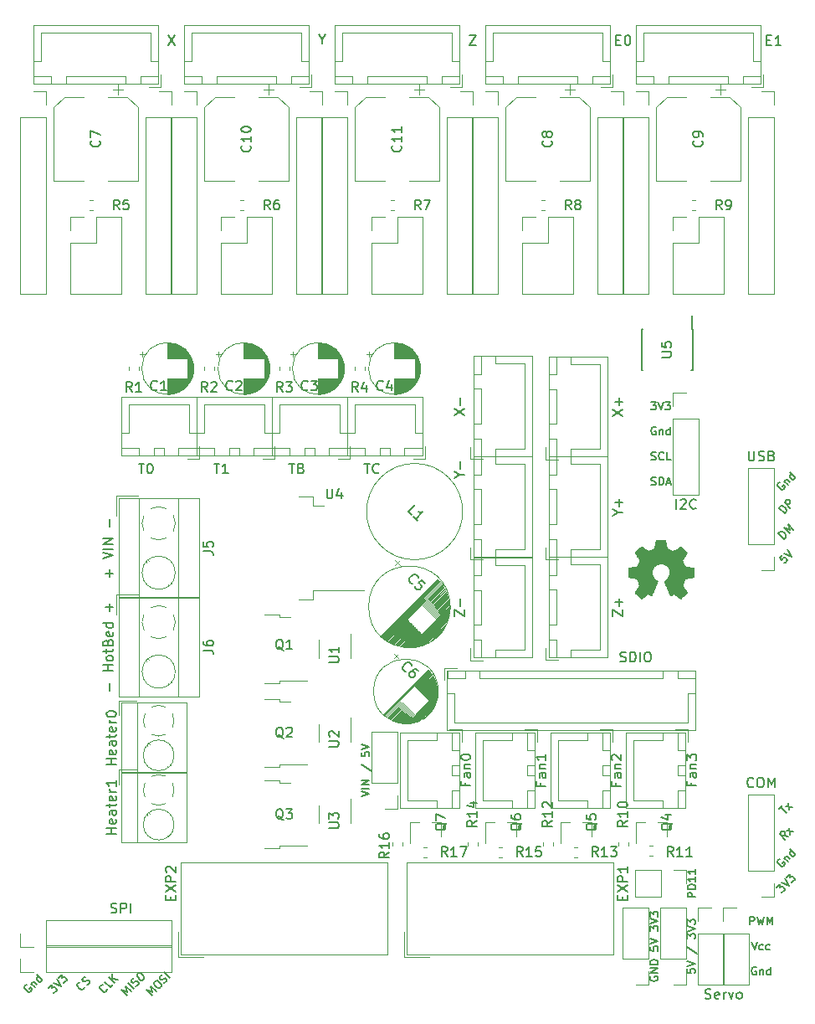
<source format=gbr>
G04 #@! TF.GenerationSoftware,KiCad,Pcbnew,(5.0.2)-1*
G04 #@! TF.CreationDate,2019-03-19T13:08:56+03:00*
G04 #@! TF.ProjectId,STM32F407VET6,53544d33-3246-4343-9037-564554362e6b,rev?*
G04 #@! TF.SameCoordinates,Original*
G04 #@! TF.FileFunction,Legend,Top*
G04 #@! TF.FilePolarity,Positive*
%FSLAX46Y46*%
G04 Gerber Fmt 4.6, Leading zero omitted, Abs format (unit mm)*
G04 Created by KiCad (PCBNEW (5.0.2)-1) date 19/03/2019 13:08:56*
%MOMM*%
%LPD*%
G01*
G04 APERTURE LIST*
%ADD10C,0.150000*%
%ADD11C,0.120000*%
%ADD12C,0.010000*%
G04 APERTURE END LIST*
D10*
X131446971Y-153544839D02*
X130881285Y-152979154D01*
X131473908Y-153194653D01*
X131258409Y-152602030D01*
X131824094Y-153167715D01*
X131635532Y-152224906D02*
X131743282Y-152117157D01*
X131824094Y-152090219D01*
X131931844Y-152090219D01*
X132066531Y-152171032D01*
X132255093Y-152359593D01*
X132335905Y-152494280D01*
X132335905Y-152602030D01*
X132308967Y-152682842D01*
X132201218Y-152790592D01*
X132120406Y-152817529D01*
X132012656Y-152817529D01*
X131877969Y-152736717D01*
X131689407Y-152548155D01*
X131608595Y-152413468D01*
X131608595Y-152305719D01*
X131635532Y-152224906D01*
X132632216Y-152305719D02*
X132739966Y-152251844D01*
X132874653Y-152117157D01*
X132901590Y-152036345D01*
X132901590Y-151982470D01*
X132874653Y-151901658D01*
X132820778Y-151847783D01*
X132739966Y-151820845D01*
X132686091Y-151820845D01*
X132605279Y-151847783D01*
X132470592Y-151928595D01*
X132389780Y-151955532D01*
X132335905Y-151955532D01*
X132255093Y-151928595D01*
X132201218Y-151874720D01*
X132174280Y-151793908D01*
X132174280Y-151740033D01*
X132201218Y-151659221D01*
X132335905Y-151524534D01*
X132443654Y-151470659D01*
X133224839Y-151766971D02*
X132659154Y-151201285D01*
X128906971Y-153544839D02*
X128341285Y-152979154D01*
X128933908Y-153194653D01*
X128718409Y-152602030D01*
X129284094Y-153167715D01*
X129553468Y-152898341D02*
X128987783Y-152332656D01*
X129768967Y-152628967D02*
X129876717Y-152575093D01*
X130011404Y-152440406D01*
X130038341Y-152359593D01*
X130038341Y-152305719D01*
X130011404Y-152224906D01*
X129957529Y-152171032D01*
X129876717Y-152144094D01*
X129822842Y-152144094D01*
X129742030Y-152171032D01*
X129607343Y-152251844D01*
X129526531Y-152278781D01*
X129472656Y-152278781D01*
X129391844Y-152251844D01*
X129337969Y-152197969D01*
X129311032Y-152117157D01*
X129311032Y-152063282D01*
X129337969Y-151982470D01*
X129472656Y-151847783D01*
X129580406Y-151793908D01*
X129903654Y-151416784D02*
X130011404Y-151309035D01*
X130092216Y-151282097D01*
X130199966Y-151282097D01*
X130334653Y-151362910D01*
X130523215Y-151551471D01*
X130604027Y-151686158D01*
X130604027Y-151793908D01*
X130577089Y-151874720D01*
X130469340Y-151982470D01*
X130388528Y-152009407D01*
X130280778Y-152009407D01*
X130146091Y-151928595D01*
X129957529Y-151740033D01*
X129876717Y-151605346D01*
X129876717Y-151497597D01*
X129903654Y-151416784D01*
X126865312Y-152938748D02*
X126865312Y-152992622D01*
X126811438Y-153100372D01*
X126757563Y-153154247D01*
X126649813Y-153208122D01*
X126542064Y-153208122D01*
X126461251Y-153181184D01*
X126326564Y-153100372D01*
X126245752Y-153019560D01*
X126164940Y-152884873D01*
X126138003Y-152804061D01*
X126138003Y-152696311D01*
X126191877Y-152588561D01*
X126245752Y-152534687D01*
X126353502Y-152480812D01*
X126407377Y-152480812D01*
X127430998Y-152480812D02*
X127161624Y-152750186D01*
X126595938Y-152184500D01*
X127619560Y-152292250D02*
X127053874Y-151726564D01*
X127942809Y-151969001D02*
X127377123Y-151888189D01*
X127377123Y-151403316D02*
X127377123Y-152049813D01*
X124567749Y-152696311D02*
X124567749Y-152750186D01*
X124513874Y-152857935D01*
X124460000Y-152911810D01*
X124352250Y-152965685D01*
X124244500Y-152965685D01*
X124163688Y-152938748D01*
X124029001Y-152857935D01*
X123948189Y-152777123D01*
X123867377Y-152642436D01*
X123840439Y-152561624D01*
X123840439Y-152453874D01*
X123894314Y-152346125D01*
X123948189Y-152292250D01*
X124055938Y-152238375D01*
X124109813Y-152238375D01*
X124810186Y-152507749D02*
X124917935Y-152453874D01*
X125052622Y-152319187D01*
X125079560Y-152238375D01*
X125079560Y-152184500D01*
X125052622Y-152103688D01*
X124998748Y-152049813D01*
X124917935Y-152022876D01*
X124864061Y-152022876D01*
X124783248Y-152049813D01*
X124648561Y-152130625D01*
X124567749Y-152157563D01*
X124513874Y-152157563D01*
X124433062Y-152130625D01*
X124379187Y-152076751D01*
X124352250Y-151995938D01*
X124352250Y-151942064D01*
X124379187Y-151861251D01*
X124513874Y-151726564D01*
X124621624Y-151672690D01*
X120909847Y-152790592D02*
X121260033Y-152440406D01*
X121286971Y-152844467D01*
X121367783Y-152763654D01*
X121448595Y-152736717D01*
X121502470Y-152736717D01*
X121583282Y-152763654D01*
X121717969Y-152898341D01*
X121744906Y-152979154D01*
X121744906Y-153033028D01*
X121717969Y-153113841D01*
X121556345Y-153275465D01*
X121475532Y-153302402D01*
X121421658Y-153302402D01*
X121421658Y-152278781D02*
X122175905Y-152655905D01*
X121798781Y-151901658D01*
X121933468Y-151766971D02*
X122283654Y-151416784D01*
X122310592Y-151820845D01*
X122391404Y-151740033D01*
X122472216Y-151713096D01*
X122526091Y-151713096D01*
X122606903Y-151740033D01*
X122741590Y-151874720D01*
X122768528Y-151955532D01*
X122768528Y-152009407D01*
X122741590Y-152090219D01*
X122579966Y-152251844D01*
X122499154Y-152278781D01*
X122445279Y-152278781D01*
X118733502Y-152480812D02*
X118652690Y-152507749D01*
X118571877Y-152588561D01*
X118518003Y-152696311D01*
X118518003Y-152804061D01*
X118544940Y-152884873D01*
X118625752Y-153019560D01*
X118706564Y-153100372D01*
X118841251Y-153181184D01*
X118922064Y-153208122D01*
X119029813Y-153208122D01*
X119137563Y-153154247D01*
X119191438Y-153100372D01*
X119245312Y-152992622D01*
X119245312Y-152938748D01*
X119056751Y-152750186D01*
X118949001Y-152857935D01*
X119164500Y-152373062D02*
X119541624Y-152750186D01*
X119218375Y-152426937D02*
X119218375Y-152373062D01*
X119245312Y-152292250D01*
X119326125Y-152211438D01*
X119406937Y-152184500D01*
X119487749Y-152211438D01*
X119784061Y-152507749D01*
X120295871Y-151995938D02*
X119730186Y-151430253D01*
X120268934Y-151969001D02*
X120241996Y-152049813D01*
X120134247Y-152157563D01*
X120053435Y-152184500D01*
X119999560Y-152184500D01*
X119918748Y-152157563D01*
X119757123Y-151995938D01*
X119730186Y-151915126D01*
X119730186Y-151861251D01*
X119757123Y-151780439D01*
X119864873Y-151672690D01*
X119945685Y-151645752D01*
X181908571Y-101923809D02*
X182022857Y-101961904D01*
X182213333Y-101961904D01*
X182289523Y-101923809D01*
X182327619Y-101885714D01*
X182365714Y-101809523D01*
X182365714Y-101733333D01*
X182327619Y-101657142D01*
X182289523Y-101619047D01*
X182213333Y-101580952D01*
X182060952Y-101542857D01*
X181984761Y-101504761D01*
X181946666Y-101466666D01*
X181908571Y-101390476D01*
X181908571Y-101314285D01*
X181946666Y-101238095D01*
X181984761Y-101200000D01*
X182060952Y-101161904D01*
X182251428Y-101161904D01*
X182365714Y-101200000D01*
X182708571Y-101961904D02*
X182708571Y-101161904D01*
X182899047Y-101161904D01*
X183013333Y-101200000D01*
X183089523Y-101276190D01*
X183127619Y-101352380D01*
X183165714Y-101504761D01*
X183165714Y-101619047D01*
X183127619Y-101771428D01*
X183089523Y-101847619D01*
X183013333Y-101923809D01*
X182899047Y-101961904D01*
X182708571Y-101961904D01*
X183470476Y-101733333D02*
X183851428Y-101733333D01*
X183394285Y-101961904D02*
X183660952Y-101161904D01*
X183927619Y-101961904D01*
X181927619Y-99383809D02*
X182041904Y-99421904D01*
X182232380Y-99421904D01*
X182308571Y-99383809D01*
X182346666Y-99345714D01*
X182384761Y-99269523D01*
X182384761Y-99193333D01*
X182346666Y-99117142D01*
X182308571Y-99079047D01*
X182232380Y-99040952D01*
X182080000Y-99002857D01*
X182003809Y-98964761D01*
X181965714Y-98926666D01*
X181927619Y-98850476D01*
X181927619Y-98774285D01*
X181965714Y-98698095D01*
X182003809Y-98660000D01*
X182080000Y-98621904D01*
X182270476Y-98621904D01*
X182384761Y-98660000D01*
X183184761Y-99345714D02*
X183146666Y-99383809D01*
X183032380Y-99421904D01*
X182956190Y-99421904D01*
X182841904Y-99383809D01*
X182765714Y-99307619D01*
X182727619Y-99231428D01*
X182689523Y-99079047D01*
X182689523Y-98964761D01*
X182727619Y-98812380D01*
X182765714Y-98736190D01*
X182841904Y-98660000D01*
X182956190Y-98621904D01*
X183032380Y-98621904D01*
X183146666Y-98660000D01*
X183184761Y-98698095D01*
X183908571Y-99421904D02*
X183527619Y-99421904D01*
X183527619Y-98621904D01*
X181889523Y-93541904D02*
X182384761Y-93541904D01*
X182118095Y-93846666D01*
X182232380Y-93846666D01*
X182308571Y-93884761D01*
X182346666Y-93922857D01*
X182384761Y-93999047D01*
X182384761Y-94189523D01*
X182346666Y-94265714D01*
X182308571Y-94303809D01*
X182232380Y-94341904D01*
X182003809Y-94341904D01*
X181927619Y-94303809D01*
X181889523Y-94265714D01*
X182613333Y-93541904D02*
X182880000Y-94341904D01*
X183146666Y-93541904D01*
X183337142Y-93541904D02*
X183832380Y-93541904D01*
X183565714Y-93846666D01*
X183680000Y-93846666D01*
X183756190Y-93884761D01*
X183794285Y-93922857D01*
X183832380Y-93999047D01*
X183832380Y-94189523D01*
X183794285Y-94265714D01*
X183756190Y-94303809D01*
X183680000Y-94341904D01*
X183451428Y-94341904D01*
X183375238Y-94303809D01*
X183337142Y-94265714D01*
X182365714Y-96120000D02*
X182289523Y-96081904D01*
X182175238Y-96081904D01*
X182060952Y-96120000D01*
X181984761Y-96196190D01*
X181946666Y-96272380D01*
X181908571Y-96424761D01*
X181908571Y-96539047D01*
X181946666Y-96691428D01*
X181984761Y-96767619D01*
X182060952Y-96843809D01*
X182175238Y-96881904D01*
X182251428Y-96881904D01*
X182365714Y-96843809D01*
X182403809Y-96805714D01*
X182403809Y-96539047D01*
X182251428Y-96539047D01*
X182746666Y-96348571D02*
X182746666Y-96881904D01*
X182746666Y-96424761D02*
X182784761Y-96386666D01*
X182860952Y-96348571D01*
X182975238Y-96348571D01*
X183051428Y-96386666D01*
X183089523Y-96462857D01*
X183089523Y-96881904D01*
X183813333Y-96881904D02*
X183813333Y-96081904D01*
X183813333Y-96843809D02*
X183737142Y-96881904D01*
X183584761Y-96881904D01*
X183508571Y-96843809D01*
X183470476Y-96805714D01*
X183432380Y-96729523D01*
X183432380Y-96500952D01*
X183470476Y-96424761D01*
X183508571Y-96386666D01*
X183584761Y-96348571D01*
X183737142Y-96348571D01*
X183813333Y-96386666D01*
X195364500Y-107407309D02*
X194798815Y-106841624D01*
X194933502Y-106706937D01*
X195041251Y-106653062D01*
X195149001Y-106653062D01*
X195229813Y-106680000D01*
X195364500Y-106760812D01*
X195445312Y-106841624D01*
X195526125Y-106976311D01*
X195553062Y-107057123D01*
X195553062Y-107164873D01*
X195499187Y-107272622D01*
X195364500Y-107407309D01*
X195930186Y-106841624D02*
X195364500Y-106275938D01*
X195957123Y-106491438D01*
X195741624Y-105898815D01*
X196307309Y-106464500D01*
X195404906Y-104826903D02*
X194839221Y-104261218D01*
X194973908Y-104126531D01*
X195081658Y-104072656D01*
X195189407Y-104072656D01*
X195270219Y-104099593D01*
X195404906Y-104180406D01*
X195485719Y-104261218D01*
X195566531Y-104395905D01*
X195593468Y-104476717D01*
X195593468Y-104584467D01*
X195539593Y-104692216D01*
X195404906Y-104826903D01*
X195970592Y-104261218D02*
X195404906Y-103695532D01*
X195620406Y-103480033D01*
X195701218Y-103453096D01*
X195755093Y-103453096D01*
X195835905Y-103480033D01*
X195916717Y-103560845D01*
X195943654Y-103641658D01*
X195943654Y-103695532D01*
X195916717Y-103776345D01*
X195701218Y-103991844D01*
X194933502Y-101680812D02*
X194852690Y-101707749D01*
X194771877Y-101788561D01*
X194718003Y-101896311D01*
X194718003Y-102004061D01*
X194744940Y-102084873D01*
X194825752Y-102219560D01*
X194906564Y-102300372D01*
X195041251Y-102381184D01*
X195122064Y-102408122D01*
X195229813Y-102408122D01*
X195337563Y-102354247D01*
X195391438Y-102300372D01*
X195445312Y-102192622D01*
X195445312Y-102138748D01*
X195256751Y-101950186D01*
X195149001Y-102057935D01*
X195364500Y-101573062D02*
X195741624Y-101950186D01*
X195418375Y-101626937D02*
X195418375Y-101573062D01*
X195445312Y-101492250D01*
X195526125Y-101411438D01*
X195606937Y-101384500D01*
X195687749Y-101411438D01*
X195984061Y-101707749D01*
X196495871Y-101195938D02*
X195930186Y-100630253D01*
X196468934Y-101169001D02*
X196441996Y-101249813D01*
X196334247Y-101357563D01*
X196253435Y-101384500D01*
X196199560Y-101384500D01*
X196118748Y-101357563D01*
X195957123Y-101195938D01*
X195930186Y-101115126D01*
X195930186Y-101061251D01*
X195957123Y-100980439D01*
X196064873Y-100872690D01*
X196145685Y-100845752D01*
X195162470Y-109017969D02*
X194893096Y-109287343D01*
X195135532Y-109583654D01*
X195135532Y-109529780D01*
X195162470Y-109448967D01*
X195297157Y-109314280D01*
X195377969Y-109287343D01*
X195431844Y-109287343D01*
X195512656Y-109314280D01*
X195647343Y-109448967D01*
X195674280Y-109529780D01*
X195674280Y-109583654D01*
X195647343Y-109664467D01*
X195512656Y-109799154D01*
X195431844Y-109826091D01*
X195377969Y-109826091D01*
X195351032Y-108829407D02*
X196105279Y-109206531D01*
X195728155Y-108452284D01*
X191916190Y-146411904D02*
X191916190Y-145611904D01*
X192220952Y-145611904D01*
X192297142Y-145650000D01*
X192335238Y-145688095D01*
X192373333Y-145764285D01*
X192373333Y-145878571D01*
X192335238Y-145954761D01*
X192297142Y-145992857D01*
X192220952Y-146030952D01*
X191916190Y-146030952D01*
X192640000Y-145611904D02*
X192830476Y-146411904D01*
X192982857Y-145840476D01*
X193135238Y-146411904D01*
X193325714Y-145611904D01*
X193630476Y-146411904D02*
X193630476Y-145611904D01*
X193897142Y-146183333D01*
X194163809Y-145611904D01*
X194163809Y-146411904D01*
X192087619Y-148151904D02*
X192354285Y-148951904D01*
X192620952Y-148151904D01*
X193230476Y-148913809D02*
X193154285Y-148951904D01*
X193001904Y-148951904D01*
X192925714Y-148913809D01*
X192887619Y-148875714D01*
X192849523Y-148799523D01*
X192849523Y-148570952D01*
X192887619Y-148494761D01*
X192925714Y-148456666D01*
X193001904Y-148418571D01*
X193154285Y-148418571D01*
X193230476Y-148456666D01*
X193916190Y-148913809D02*
X193840000Y-148951904D01*
X193687619Y-148951904D01*
X193611428Y-148913809D01*
X193573333Y-148875714D01*
X193535238Y-148799523D01*
X193535238Y-148570952D01*
X193573333Y-148494761D01*
X193611428Y-148456666D01*
X193687619Y-148418571D01*
X193840000Y-148418571D01*
X193916190Y-148456666D01*
X192525714Y-150730000D02*
X192449523Y-150691904D01*
X192335238Y-150691904D01*
X192220952Y-150730000D01*
X192144761Y-150806190D01*
X192106666Y-150882380D01*
X192068571Y-151034761D01*
X192068571Y-151149047D01*
X192106666Y-151301428D01*
X192144761Y-151377619D01*
X192220952Y-151453809D01*
X192335238Y-151491904D01*
X192411428Y-151491904D01*
X192525714Y-151453809D01*
X192563809Y-151415714D01*
X192563809Y-151149047D01*
X192411428Y-151149047D01*
X192906666Y-150958571D02*
X192906666Y-151491904D01*
X192906666Y-151034761D02*
X192944761Y-150996666D01*
X193020952Y-150958571D01*
X193135238Y-150958571D01*
X193211428Y-150996666D01*
X193249523Y-151072857D01*
X193249523Y-151491904D01*
X193973333Y-151491904D02*
X193973333Y-150691904D01*
X193973333Y-151453809D02*
X193897142Y-151491904D01*
X193744761Y-151491904D01*
X193668571Y-151453809D01*
X193630476Y-151415714D01*
X193592380Y-151339523D01*
X193592380Y-151110952D01*
X193630476Y-151034761D01*
X193668571Y-150996666D01*
X193744761Y-150958571D01*
X193897142Y-150958571D01*
X193973333Y-150996666D01*
X194569847Y-142630592D02*
X194920033Y-142280406D01*
X194946971Y-142684467D01*
X195027783Y-142603654D01*
X195108595Y-142576717D01*
X195162470Y-142576717D01*
X195243282Y-142603654D01*
X195377969Y-142738341D01*
X195404906Y-142819154D01*
X195404906Y-142873028D01*
X195377969Y-142953841D01*
X195216345Y-143115465D01*
X195135532Y-143142402D01*
X195081658Y-143142402D01*
X195081658Y-142118781D02*
X195835905Y-142495905D01*
X195458781Y-141741658D01*
X195593468Y-141606971D02*
X195943654Y-141256784D01*
X195970592Y-141660845D01*
X196051404Y-141580033D01*
X196132216Y-141553096D01*
X196186091Y-141553096D01*
X196266903Y-141580033D01*
X196401590Y-141714720D01*
X196428528Y-141795532D01*
X196428528Y-141849407D01*
X196401590Y-141930219D01*
X196239966Y-142091844D01*
X196159154Y-142118781D01*
X196105279Y-142118781D01*
X194933502Y-139780812D02*
X194852690Y-139807749D01*
X194771877Y-139888561D01*
X194718003Y-139996311D01*
X194718003Y-140104061D01*
X194744940Y-140184873D01*
X194825752Y-140319560D01*
X194906564Y-140400372D01*
X195041251Y-140481184D01*
X195122064Y-140508122D01*
X195229813Y-140508122D01*
X195337563Y-140454247D01*
X195391438Y-140400372D01*
X195445312Y-140292622D01*
X195445312Y-140238748D01*
X195256751Y-140050186D01*
X195149001Y-140157935D01*
X195364500Y-139673062D02*
X195741624Y-140050186D01*
X195418375Y-139726937D02*
X195418375Y-139673062D01*
X195445312Y-139592250D01*
X195526125Y-139511438D01*
X195606937Y-139484500D01*
X195687749Y-139511438D01*
X195984061Y-139807749D01*
X196495871Y-139295938D02*
X195930186Y-138730253D01*
X196468934Y-139269001D02*
X196441996Y-139349813D01*
X196334247Y-139457563D01*
X196253435Y-139484500D01*
X196199560Y-139484500D01*
X196118748Y-139457563D01*
X195957123Y-139295938D01*
X195930186Y-139215126D01*
X195930186Y-139161251D01*
X195957123Y-139080439D01*
X196064873Y-138972690D01*
X196145685Y-138945752D01*
X195782030Y-137469780D02*
X195324094Y-137388967D01*
X195458781Y-137793028D02*
X194893096Y-137227343D01*
X195108595Y-137011844D01*
X195189407Y-136984906D01*
X195243282Y-136984906D01*
X195324094Y-137011844D01*
X195404906Y-137092656D01*
X195431844Y-137173468D01*
X195431844Y-137227343D01*
X195404906Y-137308155D01*
X195189407Y-137523654D01*
X195970592Y-137281218D02*
X195889780Y-136607783D01*
X195593468Y-136904094D02*
X196266903Y-136984906D01*
X194879627Y-134700812D02*
X195202876Y-134377563D01*
X195606937Y-135104873D02*
X195041251Y-134539187D01*
X195903248Y-134808561D02*
X195822436Y-134135126D01*
X195526125Y-134431438D02*
X196199560Y-134512250D01*
D11*
G04 #@! TO.C,L1*
X162847767Y-104637767D02*
G75*
G03X162847767Y-104637767I-4870000J0D01*
G01*
G04 #@! TO.C,J43*
X162480000Y-126980000D02*
X156510000Y-126980000D01*
X156510000Y-126980000D02*
X156510000Y-134600000D01*
X156510000Y-134600000D02*
X162480000Y-134600000D01*
X162480000Y-134600000D02*
X162480000Y-126980000D01*
X162470000Y-130290000D02*
X161720000Y-130290000D01*
X161720000Y-130290000D02*
X161720000Y-131290000D01*
X161720000Y-131290000D02*
X162470000Y-131290000D01*
X162470000Y-131290000D02*
X162470000Y-130290000D01*
X162470000Y-126990000D02*
X161720000Y-126990000D01*
X161720000Y-126990000D02*
X161720000Y-128790000D01*
X161720000Y-128790000D02*
X162470000Y-128790000D01*
X162470000Y-128790000D02*
X162470000Y-126990000D01*
X162470000Y-132790000D02*
X161720000Y-132790000D01*
X161720000Y-132790000D02*
X161720000Y-134590000D01*
X161720000Y-134590000D02*
X162470000Y-134590000D01*
X162470000Y-134590000D02*
X162470000Y-132790000D01*
X160220000Y-126990000D02*
X160220000Y-127740000D01*
X160220000Y-127740000D02*
X157270000Y-127740000D01*
X157270000Y-127740000D02*
X157270000Y-130790000D01*
X160220000Y-134590000D02*
X160220000Y-133840000D01*
X160220000Y-133840000D02*
X157270000Y-133840000D01*
X157270000Y-133840000D02*
X157270000Y-130790000D01*
X162770000Y-127940000D02*
X162770000Y-126690000D01*
X162770000Y-126690000D02*
X161520000Y-126690000D01*
G04 #@! TO.C,J52*
X186630000Y-144720000D02*
X187960000Y-144720000D01*
X186630000Y-146050000D02*
X186630000Y-144720000D01*
X186630000Y-147320000D02*
X189290000Y-147320000D01*
X189290000Y-147320000D02*
X189290000Y-152460000D01*
X186630000Y-147320000D02*
X186630000Y-152460000D01*
X186630000Y-152460000D02*
X189290000Y-152460000D01*
G04 #@! TO.C,R1*
X129030000Y-90007221D02*
X129030000Y-90332779D01*
X130050000Y-90007221D02*
X130050000Y-90332779D01*
G04 #@! TO.C,R3*
X144270000Y-90007221D02*
X144270000Y-90332779D01*
X145290000Y-90007221D02*
X145290000Y-90332779D01*
G04 #@! TO.C,R4*
X151890000Y-90007221D02*
X151890000Y-90332779D01*
X152910000Y-90007221D02*
X152910000Y-90332779D01*
G04 #@! TO.C,R2*
X136650000Y-90007221D02*
X136650000Y-90332779D01*
X137670000Y-90007221D02*
X137670000Y-90332779D01*
G04 #@! TO.C,C2*
X138145225Y-88445000D02*
X138145225Y-88945000D01*
X137895225Y-88695000D02*
X138395225Y-88695000D01*
X143301000Y-89886000D02*
X143301000Y-90454000D01*
X143261000Y-89652000D02*
X143261000Y-90688000D01*
X143221000Y-89493000D02*
X143221000Y-90847000D01*
X143181000Y-89365000D02*
X143181000Y-90975000D01*
X143141000Y-89255000D02*
X143141000Y-91085000D01*
X143101000Y-89159000D02*
X143101000Y-91181000D01*
X143061000Y-89072000D02*
X143061000Y-91268000D01*
X143021000Y-88992000D02*
X143021000Y-91348000D01*
X142981000Y-88919000D02*
X142981000Y-91421000D01*
X142941000Y-88851000D02*
X142941000Y-91489000D01*
X142901000Y-88787000D02*
X142901000Y-91553000D01*
X142861000Y-88727000D02*
X142861000Y-91613000D01*
X142821000Y-88670000D02*
X142821000Y-91670000D01*
X142781000Y-88616000D02*
X142781000Y-91724000D01*
X142741000Y-88565000D02*
X142741000Y-91775000D01*
X142701000Y-91210000D02*
X142701000Y-91823000D01*
X142701000Y-88517000D02*
X142701000Y-89130000D01*
X142661000Y-91210000D02*
X142661000Y-91869000D01*
X142661000Y-88471000D02*
X142661000Y-89130000D01*
X142621000Y-91210000D02*
X142621000Y-91913000D01*
X142621000Y-88427000D02*
X142621000Y-89130000D01*
X142581000Y-91210000D02*
X142581000Y-91955000D01*
X142581000Y-88385000D02*
X142581000Y-89130000D01*
X142541000Y-91210000D02*
X142541000Y-91996000D01*
X142541000Y-88344000D02*
X142541000Y-89130000D01*
X142501000Y-91210000D02*
X142501000Y-92034000D01*
X142501000Y-88306000D02*
X142501000Y-89130000D01*
X142461000Y-91210000D02*
X142461000Y-92071000D01*
X142461000Y-88269000D02*
X142461000Y-89130000D01*
X142421000Y-91210000D02*
X142421000Y-92107000D01*
X142421000Y-88233000D02*
X142421000Y-89130000D01*
X142381000Y-91210000D02*
X142381000Y-92141000D01*
X142381000Y-88199000D02*
X142381000Y-89130000D01*
X142341000Y-91210000D02*
X142341000Y-92174000D01*
X142341000Y-88166000D02*
X142341000Y-89130000D01*
X142301000Y-91210000D02*
X142301000Y-92205000D01*
X142301000Y-88135000D02*
X142301000Y-89130000D01*
X142261000Y-91210000D02*
X142261000Y-92235000D01*
X142261000Y-88105000D02*
X142261000Y-89130000D01*
X142221000Y-91210000D02*
X142221000Y-92265000D01*
X142221000Y-88075000D02*
X142221000Y-89130000D01*
X142181000Y-91210000D02*
X142181000Y-92292000D01*
X142181000Y-88048000D02*
X142181000Y-89130000D01*
X142141000Y-91210000D02*
X142141000Y-92319000D01*
X142141000Y-88021000D02*
X142141000Y-89130000D01*
X142101000Y-91210000D02*
X142101000Y-92345000D01*
X142101000Y-87995000D02*
X142101000Y-89130000D01*
X142061000Y-91210000D02*
X142061000Y-92370000D01*
X142061000Y-87970000D02*
X142061000Y-89130000D01*
X142021000Y-91210000D02*
X142021000Y-92394000D01*
X142021000Y-87946000D02*
X142021000Y-89130000D01*
X141981000Y-91210000D02*
X141981000Y-92417000D01*
X141981000Y-87923000D02*
X141981000Y-89130000D01*
X141941000Y-91210000D02*
X141941000Y-92438000D01*
X141941000Y-87902000D02*
X141941000Y-89130000D01*
X141901000Y-91210000D02*
X141901000Y-92460000D01*
X141901000Y-87880000D02*
X141901000Y-89130000D01*
X141861000Y-91210000D02*
X141861000Y-92480000D01*
X141861000Y-87860000D02*
X141861000Y-89130000D01*
X141821000Y-91210000D02*
X141821000Y-92499000D01*
X141821000Y-87841000D02*
X141821000Y-89130000D01*
X141781000Y-91210000D02*
X141781000Y-92518000D01*
X141781000Y-87822000D02*
X141781000Y-89130000D01*
X141741000Y-91210000D02*
X141741000Y-92535000D01*
X141741000Y-87805000D02*
X141741000Y-89130000D01*
X141701000Y-91210000D02*
X141701000Y-92552000D01*
X141701000Y-87788000D02*
X141701000Y-89130000D01*
X141661000Y-91210000D02*
X141661000Y-92568000D01*
X141661000Y-87772000D02*
X141661000Y-89130000D01*
X141621000Y-91210000D02*
X141621000Y-92584000D01*
X141621000Y-87756000D02*
X141621000Y-89130000D01*
X141581000Y-91210000D02*
X141581000Y-92598000D01*
X141581000Y-87742000D02*
X141581000Y-89130000D01*
X141541000Y-91210000D02*
X141541000Y-92612000D01*
X141541000Y-87728000D02*
X141541000Y-89130000D01*
X141501000Y-91210000D02*
X141501000Y-92625000D01*
X141501000Y-87715000D02*
X141501000Y-89130000D01*
X141461000Y-91210000D02*
X141461000Y-92638000D01*
X141461000Y-87702000D02*
X141461000Y-89130000D01*
X141421000Y-91210000D02*
X141421000Y-92650000D01*
X141421000Y-87690000D02*
X141421000Y-89130000D01*
X141380000Y-91210000D02*
X141380000Y-92661000D01*
X141380000Y-87679000D02*
X141380000Y-89130000D01*
X141340000Y-91210000D02*
X141340000Y-92671000D01*
X141340000Y-87669000D02*
X141340000Y-89130000D01*
X141300000Y-91210000D02*
X141300000Y-92681000D01*
X141300000Y-87659000D02*
X141300000Y-89130000D01*
X141260000Y-91210000D02*
X141260000Y-92690000D01*
X141260000Y-87650000D02*
X141260000Y-89130000D01*
X141220000Y-91210000D02*
X141220000Y-92698000D01*
X141220000Y-87642000D02*
X141220000Y-89130000D01*
X141180000Y-91210000D02*
X141180000Y-92706000D01*
X141180000Y-87634000D02*
X141180000Y-89130000D01*
X141140000Y-91210000D02*
X141140000Y-92713000D01*
X141140000Y-87627000D02*
X141140000Y-89130000D01*
X141100000Y-91210000D02*
X141100000Y-92720000D01*
X141100000Y-87620000D02*
X141100000Y-89130000D01*
X141060000Y-91210000D02*
X141060000Y-92726000D01*
X141060000Y-87614000D02*
X141060000Y-89130000D01*
X141020000Y-91210000D02*
X141020000Y-92731000D01*
X141020000Y-87609000D02*
X141020000Y-89130000D01*
X140980000Y-91210000D02*
X140980000Y-92735000D01*
X140980000Y-87605000D02*
X140980000Y-89130000D01*
X140940000Y-91210000D02*
X140940000Y-92739000D01*
X140940000Y-87601000D02*
X140940000Y-89130000D01*
X140900000Y-91210000D02*
X140900000Y-92743000D01*
X140900000Y-87597000D02*
X140900000Y-89130000D01*
X140860000Y-91210000D02*
X140860000Y-92746000D01*
X140860000Y-87594000D02*
X140860000Y-89130000D01*
X140820000Y-91210000D02*
X140820000Y-92748000D01*
X140820000Y-87592000D02*
X140820000Y-89130000D01*
X140780000Y-91210000D02*
X140780000Y-92749000D01*
X140780000Y-87591000D02*
X140780000Y-89130000D01*
X140740000Y-87590000D02*
X140740000Y-89130000D01*
X140740000Y-91210000D02*
X140740000Y-92750000D01*
X140700000Y-87590000D02*
X140700000Y-89130000D01*
X140700000Y-91210000D02*
X140700000Y-92750000D01*
X143320000Y-90170000D02*
G75*
G03X143320000Y-90170000I-2620000J0D01*
G01*
G04 #@! TO.C,C4*
X153385225Y-88445000D02*
X153385225Y-88945000D01*
X153135225Y-88695000D02*
X153635225Y-88695000D01*
X158541000Y-89886000D02*
X158541000Y-90454000D01*
X158501000Y-89652000D02*
X158501000Y-90688000D01*
X158461000Y-89493000D02*
X158461000Y-90847000D01*
X158421000Y-89365000D02*
X158421000Y-90975000D01*
X158381000Y-89255000D02*
X158381000Y-91085000D01*
X158341000Y-89159000D02*
X158341000Y-91181000D01*
X158301000Y-89072000D02*
X158301000Y-91268000D01*
X158261000Y-88992000D02*
X158261000Y-91348000D01*
X158221000Y-88919000D02*
X158221000Y-91421000D01*
X158181000Y-88851000D02*
X158181000Y-91489000D01*
X158141000Y-88787000D02*
X158141000Y-91553000D01*
X158101000Y-88727000D02*
X158101000Y-91613000D01*
X158061000Y-88670000D02*
X158061000Y-91670000D01*
X158021000Y-88616000D02*
X158021000Y-91724000D01*
X157981000Y-88565000D02*
X157981000Y-91775000D01*
X157941000Y-91210000D02*
X157941000Y-91823000D01*
X157941000Y-88517000D02*
X157941000Y-89130000D01*
X157901000Y-91210000D02*
X157901000Y-91869000D01*
X157901000Y-88471000D02*
X157901000Y-89130000D01*
X157861000Y-91210000D02*
X157861000Y-91913000D01*
X157861000Y-88427000D02*
X157861000Y-89130000D01*
X157821000Y-91210000D02*
X157821000Y-91955000D01*
X157821000Y-88385000D02*
X157821000Y-89130000D01*
X157781000Y-91210000D02*
X157781000Y-91996000D01*
X157781000Y-88344000D02*
X157781000Y-89130000D01*
X157741000Y-91210000D02*
X157741000Y-92034000D01*
X157741000Y-88306000D02*
X157741000Y-89130000D01*
X157701000Y-91210000D02*
X157701000Y-92071000D01*
X157701000Y-88269000D02*
X157701000Y-89130000D01*
X157661000Y-91210000D02*
X157661000Y-92107000D01*
X157661000Y-88233000D02*
X157661000Y-89130000D01*
X157621000Y-91210000D02*
X157621000Y-92141000D01*
X157621000Y-88199000D02*
X157621000Y-89130000D01*
X157581000Y-91210000D02*
X157581000Y-92174000D01*
X157581000Y-88166000D02*
X157581000Y-89130000D01*
X157541000Y-91210000D02*
X157541000Y-92205000D01*
X157541000Y-88135000D02*
X157541000Y-89130000D01*
X157501000Y-91210000D02*
X157501000Y-92235000D01*
X157501000Y-88105000D02*
X157501000Y-89130000D01*
X157461000Y-91210000D02*
X157461000Y-92265000D01*
X157461000Y-88075000D02*
X157461000Y-89130000D01*
X157421000Y-91210000D02*
X157421000Y-92292000D01*
X157421000Y-88048000D02*
X157421000Y-89130000D01*
X157381000Y-91210000D02*
X157381000Y-92319000D01*
X157381000Y-88021000D02*
X157381000Y-89130000D01*
X157341000Y-91210000D02*
X157341000Y-92345000D01*
X157341000Y-87995000D02*
X157341000Y-89130000D01*
X157301000Y-91210000D02*
X157301000Y-92370000D01*
X157301000Y-87970000D02*
X157301000Y-89130000D01*
X157261000Y-91210000D02*
X157261000Y-92394000D01*
X157261000Y-87946000D02*
X157261000Y-89130000D01*
X157221000Y-91210000D02*
X157221000Y-92417000D01*
X157221000Y-87923000D02*
X157221000Y-89130000D01*
X157181000Y-91210000D02*
X157181000Y-92438000D01*
X157181000Y-87902000D02*
X157181000Y-89130000D01*
X157141000Y-91210000D02*
X157141000Y-92460000D01*
X157141000Y-87880000D02*
X157141000Y-89130000D01*
X157101000Y-91210000D02*
X157101000Y-92480000D01*
X157101000Y-87860000D02*
X157101000Y-89130000D01*
X157061000Y-91210000D02*
X157061000Y-92499000D01*
X157061000Y-87841000D02*
X157061000Y-89130000D01*
X157021000Y-91210000D02*
X157021000Y-92518000D01*
X157021000Y-87822000D02*
X157021000Y-89130000D01*
X156981000Y-91210000D02*
X156981000Y-92535000D01*
X156981000Y-87805000D02*
X156981000Y-89130000D01*
X156941000Y-91210000D02*
X156941000Y-92552000D01*
X156941000Y-87788000D02*
X156941000Y-89130000D01*
X156901000Y-91210000D02*
X156901000Y-92568000D01*
X156901000Y-87772000D02*
X156901000Y-89130000D01*
X156861000Y-91210000D02*
X156861000Y-92584000D01*
X156861000Y-87756000D02*
X156861000Y-89130000D01*
X156821000Y-91210000D02*
X156821000Y-92598000D01*
X156821000Y-87742000D02*
X156821000Y-89130000D01*
X156781000Y-91210000D02*
X156781000Y-92612000D01*
X156781000Y-87728000D02*
X156781000Y-89130000D01*
X156741000Y-91210000D02*
X156741000Y-92625000D01*
X156741000Y-87715000D02*
X156741000Y-89130000D01*
X156701000Y-91210000D02*
X156701000Y-92638000D01*
X156701000Y-87702000D02*
X156701000Y-89130000D01*
X156661000Y-91210000D02*
X156661000Y-92650000D01*
X156661000Y-87690000D02*
X156661000Y-89130000D01*
X156620000Y-91210000D02*
X156620000Y-92661000D01*
X156620000Y-87679000D02*
X156620000Y-89130000D01*
X156580000Y-91210000D02*
X156580000Y-92671000D01*
X156580000Y-87669000D02*
X156580000Y-89130000D01*
X156540000Y-91210000D02*
X156540000Y-92681000D01*
X156540000Y-87659000D02*
X156540000Y-89130000D01*
X156500000Y-91210000D02*
X156500000Y-92690000D01*
X156500000Y-87650000D02*
X156500000Y-89130000D01*
X156460000Y-91210000D02*
X156460000Y-92698000D01*
X156460000Y-87642000D02*
X156460000Y-89130000D01*
X156420000Y-91210000D02*
X156420000Y-92706000D01*
X156420000Y-87634000D02*
X156420000Y-89130000D01*
X156380000Y-91210000D02*
X156380000Y-92713000D01*
X156380000Y-87627000D02*
X156380000Y-89130000D01*
X156340000Y-91210000D02*
X156340000Y-92720000D01*
X156340000Y-87620000D02*
X156340000Y-89130000D01*
X156300000Y-91210000D02*
X156300000Y-92726000D01*
X156300000Y-87614000D02*
X156300000Y-89130000D01*
X156260000Y-91210000D02*
X156260000Y-92731000D01*
X156260000Y-87609000D02*
X156260000Y-89130000D01*
X156220000Y-91210000D02*
X156220000Y-92735000D01*
X156220000Y-87605000D02*
X156220000Y-89130000D01*
X156180000Y-91210000D02*
X156180000Y-92739000D01*
X156180000Y-87601000D02*
X156180000Y-89130000D01*
X156140000Y-91210000D02*
X156140000Y-92743000D01*
X156140000Y-87597000D02*
X156140000Y-89130000D01*
X156100000Y-91210000D02*
X156100000Y-92746000D01*
X156100000Y-87594000D02*
X156100000Y-89130000D01*
X156060000Y-91210000D02*
X156060000Y-92748000D01*
X156060000Y-87592000D02*
X156060000Y-89130000D01*
X156020000Y-91210000D02*
X156020000Y-92749000D01*
X156020000Y-87591000D02*
X156020000Y-89130000D01*
X155980000Y-87590000D02*
X155980000Y-89130000D01*
X155980000Y-91210000D02*
X155980000Y-92750000D01*
X155940000Y-87590000D02*
X155940000Y-89130000D01*
X155940000Y-91210000D02*
X155940000Y-92750000D01*
X158560000Y-90170000D02*
G75*
G03X158560000Y-90170000I-2620000J0D01*
G01*
G04 #@! TO.C,C1*
X135605000Y-90170000D02*
G75*
G03X135605000Y-90170000I-2620000J0D01*
G01*
X132985000Y-91210000D02*
X132985000Y-92750000D01*
X132985000Y-87590000D02*
X132985000Y-89130000D01*
X133025000Y-91210000D02*
X133025000Y-92750000D01*
X133025000Y-87590000D02*
X133025000Y-89130000D01*
X133065000Y-87591000D02*
X133065000Y-89130000D01*
X133065000Y-91210000D02*
X133065000Y-92749000D01*
X133105000Y-87592000D02*
X133105000Y-89130000D01*
X133105000Y-91210000D02*
X133105000Y-92748000D01*
X133145000Y-87594000D02*
X133145000Y-89130000D01*
X133145000Y-91210000D02*
X133145000Y-92746000D01*
X133185000Y-87597000D02*
X133185000Y-89130000D01*
X133185000Y-91210000D02*
X133185000Y-92743000D01*
X133225000Y-87601000D02*
X133225000Y-89130000D01*
X133225000Y-91210000D02*
X133225000Y-92739000D01*
X133265000Y-87605000D02*
X133265000Y-89130000D01*
X133265000Y-91210000D02*
X133265000Y-92735000D01*
X133305000Y-87609000D02*
X133305000Y-89130000D01*
X133305000Y-91210000D02*
X133305000Y-92731000D01*
X133345000Y-87614000D02*
X133345000Y-89130000D01*
X133345000Y-91210000D02*
X133345000Y-92726000D01*
X133385000Y-87620000D02*
X133385000Y-89130000D01*
X133385000Y-91210000D02*
X133385000Y-92720000D01*
X133425000Y-87627000D02*
X133425000Y-89130000D01*
X133425000Y-91210000D02*
X133425000Y-92713000D01*
X133465000Y-87634000D02*
X133465000Y-89130000D01*
X133465000Y-91210000D02*
X133465000Y-92706000D01*
X133505000Y-87642000D02*
X133505000Y-89130000D01*
X133505000Y-91210000D02*
X133505000Y-92698000D01*
X133545000Y-87650000D02*
X133545000Y-89130000D01*
X133545000Y-91210000D02*
X133545000Y-92690000D01*
X133585000Y-87659000D02*
X133585000Y-89130000D01*
X133585000Y-91210000D02*
X133585000Y-92681000D01*
X133625000Y-87669000D02*
X133625000Y-89130000D01*
X133625000Y-91210000D02*
X133625000Y-92671000D01*
X133665000Y-87679000D02*
X133665000Y-89130000D01*
X133665000Y-91210000D02*
X133665000Y-92661000D01*
X133706000Y-87690000D02*
X133706000Y-89130000D01*
X133706000Y-91210000D02*
X133706000Y-92650000D01*
X133746000Y-87702000D02*
X133746000Y-89130000D01*
X133746000Y-91210000D02*
X133746000Y-92638000D01*
X133786000Y-87715000D02*
X133786000Y-89130000D01*
X133786000Y-91210000D02*
X133786000Y-92625000D01*
X133826000Y-87728000D02*
X133826000Y-89130000D01*
X133826000Y-91210000D02*
X133826000Y-92612000D01*
X133866000Y-87742000D02*
X133866000Y-89130000D01*
X133866000Y-91210000D02*
X133866000Y-92598000D01*
X133906000Y-87756000D02*
X133906000Y-89130000D01*
X133906000Y-91210000D02*
X133906000Y-92584000D01*
X133946000Y-87772000D02*
X133946000Y-89130000D01*
X133946000Y-91210000D02*
X133946000Y-92568000D01*
X133986000Y-87788000D02*
X133986000Y-89130000D01*
X133986000Y-91210000D02*
X133986000Y-92552000D01*
X134026000Y-87805000D02*
X134026000Y-89130000D01*
X134026000Y-91210000D02*
X134026000Y-92535000D01*
X134066000Y-87822000D02*
X134066000Y-89130000D01*
X134066000Y-91210000D02*
X134066000Y-92518000D01*
X134106000Y-87841000D02*
X134106000Y-89130000D01*
X134106000Y-91210000D02*
X134106000Y-92499000D01*
X134146000Y-87860000D02*
X134146000Y-89130000D01*
X134146000Y-91210000D02*
X134146000Y-92480000D01*
X134186000Y-87880000D02*
X134186000Y-89130000D01*
X134186000Y-91210000D02*
X134186000Y-92460000D01*
X134226000Y-87902000D02*
X134226000Y-89130000D01*
X134226000Y-91210000D02*
X134226000Y-92438000D01*
X134266000Y-87923000D02*
X134266000Y-89130000D01*
X134266000Y-91210000D02*
X134266000Y-92417000D01*
X134306000Y-87946000D02*
X134306000Y-89130000D01*
X134306000Y-91210000D02*
X134306000Y-92394000D01*
X134346000Y-87970000D02*
X134346000Y-89130000D01*
X134346000Y-91210000D02*
X134346000Y-92370000D01*
X134386000Y-87995000D02*
X134386000Y-89130000D01*
X134386000Y-91210000D02*
X134386000Y-92345000D01*
X134426000Y-88021000D02*
X134426000Y-89130000D01*
X134426000Y-91210000D02*
X134426000Y-92319000D01*
X134466000Y-88048000D02*
X134466000Y-89130000D01*
X134466000Y-91210000D02*
X134466000Y-92292000D01*
X134506000Y-88075000D02*
X134506000Y-89130000D01*
X134506000Y-91210000D02*
X134506000Y-92265000D01*
X134546000Y-88105000D02*
X134546000Y-89130000D01*
X134546000Y-91210000D02*
X134546000Y-92235000D01*
X134586000Y-88135000D02*
X134586000Y-89130000D01*
X134586000Y-91210000D02*
X134586000Y-92205000D01*
X134626000Y-88166000D02*
X134626000Y-89130000D01*
X134626000Y-91210000D02*
X134626000Y-92174000D01*
X134666000Y-88199000D02*
X134666000Y-89130000D01*
X134666000Y-91210000D02*
X134666000Y-92141000D01*
X134706000Y-88233000D02*
X134706000Y-89130000D01*
X134706000Y-91210000D02*
X134706000Y-92107000D01*
X134746000Y-88269000D02*
X134746000Y-89130000D01*
X134746000Y-91210000D02*
X134746000Y-92071000D01*
X134786000Y-88306000D02*
X134786000Y-89130000D01*
X134786000Y-91210000D02*
X134786000Y-92034000D01*
X134826000Y-88344000D02*
X134826000Y-89130000D01*
X134826000Y-91210000D02*
X134826000Y-91996000D01*
X134866000Y-88385000D02*
X134866000Y-89130000D01*
X134866000Y-91210000D02*
X134866000Y-91955000D01*
X134906000Y-88427000D02*
X134906000Y-89130000D01*
X134906000Y-91210000D02*
X134906000Y-91913000D01*
X134946000Y-88471000D02*
X134946000Y-89130000D01*
X134946000Y-91210000D02*
X134946000Y-91869000D01*
X134986000Y-88517000D02*
X134986000Y-89130000D01*
X134986000Y-91210000D02*
X134986000Y-91823000D01*
X135026000Y-88565000D02*
X135026000Y-91775000D01*
X135066000Y-88616000D02*
X135066000Y-91724000D01*
X135106000Y-88670000D02*
X135106000Y-91670000D01*
X135146000Y-88727000D02*
X135146000Y-91613000D01*
X135186000Y-88787000D02*
X135186000Y-91553000D01*
X135226000Y-88851000D02*
X135226000Y-91489000D01*
X135266000Y-88919000D02*
X135266000Y-91421000D01*
X135306000Y-88992000D02*
X135306000Y-91348000D01*
X135346000Y-89072000D02*
X135346000Y-91268000D01*
X135386000Y-89159000D02*
X135386000Y-91181000D01*
X135426000Y-89255000D02*
X135426000Y-91085000D01*
X135466000Y-89365000D02*
X135466000Y-90975000D01*
X135506000Y-89493000D02*
X135506000Y-90847000D01*
X135546000Y-89652000D02*
X135546000Y-90688000D01*
X135586000Y-89886000D02*
X135586000Y-90454000D01*
X130180225Y-88695000D02*
X130680225Y-88695000D01*
X130430225Y-88445000D02*
X130430225Y-88945000D01*
G04 #@! TO.C,C3*
X150845000Y-90170000D02*
G75*
G03X150845000Y-90170000I-2620000J0D01*
G01*
X148225000Y-91210000D02*
X148225000Y-92750000D01*
X148225000Y-87590000D02*
X148225000Y-89130000D01*
X148265000Y-91210000D02*
X148265000Y-92750000D01*
X148265000Y-87590000D02*
X148265000Y-89130000D01*
X148305000Y-87591000D02*
X148305000Y-89130000D01*
X148305000Y-91210000D02*
X148305000Y-92749000D01*
X148345000Y-87592000D02*
X148345000Y-89130000D01*
X148345000Y-91210000D02*
X148345000Y-92748000D01*
X148385000Y-87594000D02*
X148385000Y-89130000D01*
X148385000Y-91210000D02*
X148385000Y-92746000D01*
X148425000Y-87597000D02*
X148425000Y-89130000D01*
X148425000Y-91210000D02*
X148425000Y-92743000D01*
X148465000Y-87601000D02*
X148465000Y-89130000D01*
X148465000Y-91210000D02*
X148465000Y-92739000D01*
X148505000Y-87605000D02*
X148505000Y-89130000D01*
X148505000Y-91210000D02*
X148505000Y-92735000D01*
X148545000Y-87609000D02*
X148545000Y-89130000D01*
X148545000Y-91210000D02*
X148545000Y-92731000D01*
X148585000Y-87614000D02*
X148585000Y-89130000D01*
X148585000Y-91210000D02*
X148585000Y-92726000D01*
X148625000Y-87620000D02*
X148625000Y-89130000D01*
X148625000Y-91210000D02*
X148625000Y-92720000D01*
X148665000Y-87627000D02*
X148665000Y-89130000D01*
X148665000Y-91210000D02*
X148665000Y-92713000D01*
X148705000Y-87634000D02*
X148705000Y-89130000D01*
X148705000Y-91210000D02*
X148705000Y-92706000D01*
X148745000Y-87642000D02*
X148745000Y-89130000D01*
X148745000Y-91210000D02*
X148745000Y-92698000D01*
X148785000Y-87650000D02*
X148785000Y-89130000D01*
X148785000Y-91210000D02*
X148785000Y-92690000D01*
X148825000Y-87659000D02*
X148825000Y-89130000D01*
X148825000Y-91210000D02*
X148825000Y-92681000D01*
X148865000Y-87669000D02*
X148865000Y-89130000D01*
X148865000Y-91210000D02*
X148865000Y-92671000D01*
X148905000Y-87679000D02*
X148905000Y-89130000D01*
X148905000Y-91210000D02*
X148905000Y-92661000D01*
X148946000Y-87690000D02*
X148946000Y-89130000D01*
X148946000Y-91210000D02*
X148946000Y-92650000D01*
X148986000Y-87702000D02*
X148986000Y-89130000D01*
X148986000Y-91210000D02*
X148986000Y-92638000D01*
X149026000Y-87715000D02*
X149026000Y-89130000D01*
X149026000Y-91210000D02*
X149026000Y-92625000D01*
X149066000Y-87728000D02*
X149066000Y-89130000D01*
X149066000Y-91210000D02*
X149066000Y-92612000D01*
X149106000Y-87742000D02*
X149106000Y-89130000D01*
X149106000Y-91210000D02*
X149106000Y-92598000D01*
X149146000Y-87756000D02*
X149146000Y-89130000D01*
X149146000Y-91210000D02*
X149146000Y-92584000D01*
X149186000Y-87772000D02*
X149186000Y-89130000D01*
X149186000Y-91210000D02*
X149186000Y-92568000D01*
X149226000Y-87788000D02*
X149226000Y-89130000D01*
X149226000Y-91210000D02*
X149226000Y-92552000D01*
X149266000Y-87805000D02*
X149266000Y-89130000D01*
X149266000Y-91210000D02*
X149266000Y-92535000D01*
X149306000Y-87822000D02*
X149306000Y-89130000D01*
X149306000Y-91210000D02*
X149306000Y-92518000D01*
X149346000Y-87841000D02*
X149346000Y-89130000D01*
X149346000Y-91210000D02*
X149346000Y-92499000D01*
X149386000Y-87860000D02*
X149386000Y-89130000D01*
X149386000Y-91210000D02*
X149386000Y-92480000D01*
X149426000Y-87880000D02*
X149426000Y-89130000D01*
X149426000Y-91210000D02*
X149426000Y-92460000D01*
X149466000Y-87902000D02*
X149466000Y-89130000D01*
X149466000Y-91210000D02*
X149466000Y-92438000D01*
X149506000Y-87923000D02*
X149506000Y-89130000D01*
X149506000Y-91210000D02*
X149506000Y-92417000D01*
X149546000Y-87946000D02*
X149546000Y-89130000D01*
X149546000Y-91210000D02*
X149546000Y-92394000D01*
X149586000Y-87970000D02*
X149586000Y-89130000D01*
X149586000Y-91210000D02*
X149586000Y-92370000D01*
X149626000Y-87995000D02*
X149626000Y-89130000D01*
X149626000Y-91210000D02*
X149626000Y-92345000D01*
X149666000Y-88021000D02*
X149666000Y-89130000D01*
X149666000Y-91210000D02*
X149666000Y-92319000D01*
X149706000Y-88048000D02*
X149706000Y-89130000D01*
X149706000Y-91210000D02*
X149706000Y-92292000D01*
X149746000Y-88075000D02*
X149746000Y-89130000D01*
X149746000Y-91210000D02*
X149746000Y-92265000D01*
X149786000Y-88105000D02*
X149786000Y-89130000D01*
X149786000Y-91210000D02*
X149786000Y-92235000D01*
X149826000Y-88135000D02*
X149826000Y-89130000D01*
X149826000Y-91210000D02*
X149826000Y-92205000D01*
X149866000Y-88166000D02*
X149866000Y-89130000D01*
X149866000Y-91210000D02*
X149866000Y-92174000D01*
X149906000Y-88199000D02*
X149906000Y-89130000D01*
X149906000Y-91210000D02*
X149906000Y-92141000D01*
X149946000Y-88233000D02*
X149946000Y-89130000D01*
X149946000Y-91210000D02*
X149946000Y-92107000D01*
X149986000Y-88269000D02*
X149986000Y-89130000D01*
X149986000Y-91210000D02*
X149986000Y-92071000D01*
X150026000Y-88306000D02*
X150026000Y-89130000D01*
X150026000Y-91210000D02*
X150026000Y-92034000D01*
X150066000Y-88344000D02*
X150066000Y-89130000D01*
X150066000Y-91210000D02*
X150066000Y-91996000D01*
X150106000Y-88385000D02*
X150106000Y-89130000D01*
X150106000Y-91210000D02*
X150106000Y-91955000D01*
X150146000Y-88427000D02*
X150146000Y-89130000D01*
X150146000Y-91210000D02*
X150146000Y-91913000D01*
X150186000Y-88471000D02*
X150186000Y-89130000D01*
X150186000Y-91210000D02*
X150186000Y-91869000D01*
X150226000Y-88517000D02*
X150226000Y-89130000D01*
X150226000Y-91210000D02*
X150226000Y-91823000D01*
X150266000Y-88565000D02*
X150266000Y-91775000D01*
X150306000Y-88616000D02*
X150306000Y-91724000D01*
X150346000Y-88670000D02*
X150346000Y-91670000D01*
X150386000Y-88727000D02*
X150386000Y-91613000D01*
X150426000Y-88787000D02*
X150426000Y-91553000D01*
X150466000Y-88851000D02*
X150466000Y-91489000D01*
X150506000Y-88919000D02*
X150506000Y-91421000D01*
X150546000Y-88992000D02*
X150546000Y-91348000D01*
X150586000Y-89072000D02*
X150586000Y-91268000D01*
X150626000Y-89159000D02*
X150626000Y-91181000D01*
X150666000Y-89255000D02*
X150666000Y-91085000D01*
X150706000Y-89365000D02*
X150706000Y-90975000D01*
X150746000Y-89493000D02*
X150746000Y-90847000D01*
X150786000Y-89652000D02*
X150786000Y-90688000D01*
X150826000Y-89886000D02*
X150826000Y-90454000D01*
X145420225Y-88695000D02*
X145920225Y-88695000D01*
X145670225Y-88445000D02*
X145670225Y-88945000D01*
G04 #@! TO.C,R16*
X155700000Y-138114721D02*
X155700000Y-138440279D01*
X156720000Y-138114721D02*
X156720000Y-138440279D01*
G04 #@! TO.C,R17*
X159192279Y-138555000D02*
X158866721Y-138555000D01*
X159192279Y-139575000D02*
X158866721Y-139575000D01*
G04 #@! TO.C,R15*
X166812279Y-139575000D02*
X166486721Y-139575000D01*
X166812279Y-138555000D02*
X166486721Y-138555000D01*
G04 #@! TO.C,R11*
X182052279Y-139448000D02*
X181726721Y-139448000D01*
X182052279Y-138428000D02*
X181726721Y-138428000D01*
G04 #@! TO.C,R12*
X170940000Y-138114721D02*
X170940000Y-138440279D01*
X171960000Y-138114721D02*
X171960000Y-138440279D01*
G04 #@! TO.C,R13*
X174432279Y-138555000D02*
X174106721Y-138555000D01*
X174432279Y-139575000D02*
X174106721Y-139575000D01*
G04 #@! TO.C,R14*
X164340000Y-138114721D02*
X164340000Y-138440279D01*
X163320000Y-138114721D02*
X163320000Y-138440279D01*
G04 #@! TO.C,R10*
X179580000Y-138114721D02*
X179580000Y-138440279D01*
X178560000Y-138114721D02*
X178560000Y-138440279D01*
G04 #@! TO.C,Q7*
X160650000Y-136035000D02*
X160650000Y-137495000D01*
X157490000Y-136035000D02*
X157490000Y-138195000D01*
X157490000Y-136035000D02*
X158420000Y-136035000D01*
X160650000Y-136035000D02*
X159720000Y-136035000D01*
G04 #@! TO.C,Q4*
X183510000Y-136035000D02*
X183510000Y-137495000D01*
X180350000Y-136035000D02*
X180350000Y-138195000D01*
X180350000Y-136035000D02*
X181280000Y-136035000D01*
X183510000Y-136035000D02*
X182580000Y-136035000D01*
G04 #@! TO.C,Q5*
X175890000Y-136035000D02*
X174960000Y-136035000D01*
X172730000Y-136035000D02*
X173660000Y-136035000D01*
X172730000Y-136035000D02*
X172730000Y-138195000D01*
X175890000Y-136035000D02*
X175890000Y-137495000D01*
G04 #@! TO.C,Q6*
X168270000Y-136035000D02*
X168270000Y-137495000D01*
X165110000Y-136035000D02*
X165110000Y-138195000D01*
X165110000Y-136035000D02*
X166040000Y-136035000D01*
X168270000Y-136035000D02*
X167340000Y-136035000D01*
G04 #@! TO.C,C5*
X161567437Y-114267437D02*
G75*
G03X161567437Y-114267437I-4120000J0D01*
G01*
X160332433Y-111382441D02*
X154562441Y-117152433D01*
X160360717Y-111410725D02*
X154590725Y-117180717D01*
X160389001Y-111439010D02*
X154619010Y-117209001D01*
X160416578Y-111468001D02*
X154648001Y-117236578D01*
X160443448Y-111497700D02*
X154677700Y-117263448D01*
X160471025Y-111526691D02*
X154706691Y-117291025D01*
X160497896Y-111556389D02*
X154736389Y-117317896D01*
X160524058Y-111586795D02*
X154766795Y-117344058D01*
X160550221Y-111617201D02*
X154797201Y-117370221D01*
X160576384Y-111647606D02*
X154827606Y-117396384D01*
X160601840Y-111678719D02*
X154858719Y-117421840D01*
X160627296Y-111709832D02*
X154889832Y-117447296D01*
X160652045Y-111741651D02*
X154921651Y-117472045D01*
X160677501Y-111772764D02*
X154952764Y-117497501D01*
X160701542Y-111805291D02*
X154985291Y-117521542D01*
X160726291Y-111837111D02*
X155017111Y-117546291D01*
X160749626Y-111870345D02*
X155050345Y-117569626D01*
X160773667Y-111902872D02*
X155082872Y-117593667D01*
X160797709Y-111936813D02*
X158692652Y-114041870D01*
X157221870Y-115512652D02*
X155116813Y-117617709D01*
X160821043Y-111970047D02*
X158720936Y-114070154D01*
X157250154Y-115540936D02*
X155150047Y-117641043D01*
X160843671Y-112003988D02*
X158749220Y-114098438D01*
X157278438Y-115569220D02*
X155183988Y-117663671D01*
X160866298Y-112037929D02*
X158777505Y-114126723D01*
X157306723Y-115597505D02*
X155217929Y-117686298D01*
X160888218Y-112072577D02*
X158805789Y-114155007D01*
X157335007Y-115625789D02*
X155252577Y-117708218D01*
X160910139Y-112107226D02*
X158834073Y-114183291D01*
X157363291Y-115654073D02*
X155287226Y-117730139D01*
X160932059Y-112141874D02*
X158862358Y-114211575D01*
X157391575Y-115682358D02*
X155321874Y-117752059D01*
X160953272Y-112177229D02*
X158890642Y-114239860D01*
X157419860Y-115710642D02*
X155357229Y-117773272D01*
X160974485Y-112212585D02*
X158918926Y-114268144D01*
X157448144Y-115738926D02*
X155392585Y-117794485D01*
X160994992Y-112248647D02*
X158947210Y-114296428D01*
X157476428Y-115767210D02*
X155428647Y-117814992D01*
X161015498Y-112284709D02*
X158975495Y-114324713D01*
X157504713Y-115795495D02*
X155464709Y-117835498D01*
X161036004Y-112320772D02*
X159003779Y-114352997D01*
X157532997Y-115823779D02*
X155500772Y-117856004D01*
X161055803Y-112357541D02*
X159032063Y-114381281D01*
X157561281Y-115852063D02*
X155537541Y-117875803D01*
X161074895Y-112395018D02*
X159060347Y-114409565D01*
X157589565Y-115880347D02*
X155575018Y-117894895D01*
X161094694Y-112431788D02*
X159088632Y-114437850D01*
X157617850Y-115908632D02*
X155611788Y-117914694D01*
X161113078Y-112469971D02*
X159116916Y-114466134D01*
X157646134Y-115936916D02*
X155649971Y-117933078D01*
X161132170Y-112507448D02*
X159145200Y-114494418D01*
X157674418Y-115965200D02*
X155687448Y-117952170D01*
X161149848Y-112546339D02*
X159173485Y-114522702D01*
X157702702Y-115993485D02*
X155726339Y-117969848D01*
X161168233Y-112584523D02*
X159201769Y-114550987D01*
X157730987Y-116021769D02*
X155764523Y-117988233D01*
X161185203Y-112624121D02*
X159230053Y-114579271D01*
X157759271Y-116050053D02*
X155804121Y-118005203D01*
X161202881Y-112663012D02*
X159258337Y-114607555D01*
X157787555Y-116078337D02*
X155843012Y-118022881D01*
X161219852Y-112702610D02*
X159286622Y-114635840D01*
X157815840Y-116106622D02*
X155882610Y-118039852D01*
X161236115Y-112742915D02*
X159314906Y-114664124D01*
X157844124Y-116134906D02*
X155922915Y-118056115D01*
X161252378Y-112783220D02*
X159343190Y-114692408D01*
X157872408Y-116163190D02*
X155963220Y-118072378D01*
X161267935Y-112824232D02*
X159371474Y-114720692D01*
X157900692Y-116191474D02*
X156004232Y-118087935D01*
X161283491Y-112865244D02*
X159399759Y-114748977D01*
X157928977Y-116219759D02*
X156045244Y-118103491D01*
X161299048Y-112906256D02*
X159428043Y-114777261D01*
X157957261Y-116248043D02*
X156086256Y-118119048D01*
X161313190Y-112948683D02*
X159456327Y-114805545D01*
X157985545Y-116276327D02*
X156128683Y-118133190D01*
X161328039Y-112990402D02*
X159484612Y-114833829D01*
X158013829Y-116304612D02*
X156170402Y-118148039D01*
X161342181Y-113032828D02*
X159512896Y-114862114D01*
X158042114Y-116332896D02*
X156212828Y-118162181D01*
X161355616Y-113075962D02*
X159541180Y-114890398D01*
X158070398Y-116361180D02*
X156255962Y-118175616D01*
X161368344Y-113119803D02*
X159569464Y-114918682D01*
X158098682Y-116389464D02*
X156299803Y-118188344D01*
X161381072Y-113163643D02*
X159597749Y-114946966D01*
X158126966Y-116417749D02*
X156343643Y-118201072D01*
X161393800Y-113207484D02*
X159626033Y-114975251D01*
X158155251Y-116446033D02*
X156387484Y-118213800D01*
X161405821Y-113252032D02*
X159654317Y-115003535D01*
X158183535Y-116474317D02*
X156432032Y-118225821D01*
X161417134Y-113297286D02*
X159682601Y-115031819D01*
X158211819Y-116502601D02*
X156477286Y-118237134D01*
X161428448Y-113342541D02*
X159710886Y-115060104D01*
X158240104Y-116530886D02*
X156522541Y-118248448D01*
X161439055Y-113388503D02*
X159739170Y-115088388D01*
X158268388Y-116559170D02*
X156568503Y-118259055D01*
X161448954Y-113435172D02*
X159767454Y-115116672D01*
X158296672Y-116587454D02*
X156615172Y-118268954D01*
X161458854Y-113481841D02*
X159795738Y-115144956D01*
X158324956Y-116615738D02*
X156661841Y-118278854D01*
X161468046Y-113529217D02*
X159824023Y-115173241D01*
X158353241Y-116644023D02*
X156709217Y-118288046D01*
X161477238Y-113576594D02*
X159852307Y-115201525D01*
X158381525Y-116672307D02*
X156756594Y-118297238D01*
X161485017Y-113625384D02*
X159880591Y-115229809D01*
X158409809Y-116700591D02*
X156805384Y-118305017D01*
X161492795Y-113674174D02*
X159908876Y-115258093D01*
X158438093Y-116728876D02*
X156854174Y-118312795D01*
X161499866Y-113723672D02*
X159937160Y-115286378D01*
X158466378Y-116757160D02*
X156903672Y-118319866D01*
X161506937Y-113773169D02*
X159965444Y-115314662D01*
X158494662Y-116785444D02*
X156953169Y-118326937D01*
X161513301Y-113823374D02*
X159993728Y-115342946D01*
X158522946Y-116813728D02*
X157003374Y-118333301D01*
X161518251Y-113874993D02*
X160022013Y-115371231D01*
X158551231Y-116842013D02*
X157054993Y-118338251D01*
X161523907Y-113925904D02*
X160050297Y-115399515D01*
X158579515Y-116870297D02*
X157105904Y-118343907D01*
X161528150Y-113978230D02*
X160078581Y-115427799D01*
X158607799Y-116898581D02*
X157158230Y-118348150D01*
X161531686Y-114031263D02*
X160106865Y-115456083D01*
X158636083Y-116926865D02*
X157211263Y-118351686D01*
X161534514Y-114085003D02*
X160135150Y-115484368D01*
X158664368Y-116955150D02*
X157265003Y-118354514D01*
X161537342Y-114138743D02*
X157318743Y-118357342D01*
X161538757Y-114193898D02*
X157373898Y-118358757D01*
X161540171Y-114249052D02*
X157429052Y-118360171D01*
X161540171Y-114305621D02*
X157485621Y-118360171D01*
X161539464Y-114362896D02*
X157542896Y-118359464D01*
X161538050Y-114420879D02*
X157600879Y-118358050D01*
X161535928Y-114479569D02*
X157659569Y-118355928D01*
X161533100Y-114538966D02*
X157718966Y-118353100D01*
X161528857Y-114599777D02*
X157779777Y-118348857D01*
X161523907Y-114661295D02*
X157841295Y-118343907D01*
X161518251Y-114723521D02*
X157903521Y-118338251D01*
X161510472Y-114787867D02*
X157967867Y-118330472D01*
X161502694Y-114852214D02*
X158032214Y-118322694D01*
X161492795Y-114918682D02*
X158098682Y-118312795D01*
X161482188Y-114985857D02*
X158165857Y-118302188D01*
X161469460Y-115055154D02*
X158235154Y-118289460D01*
X161456025Y-115125157D02*
X158305157Y-118276025D01*
X161440469Y-115197282D02*
X158377282Y-118260469D01*
X161423498Y-115270821D02*
X158450821Y-118243498D01*
X161403699Y-115347189D02*
X158527189Y-118223699D01*
X161382486Y-115424971D02*
X158604971Y-118202486D01*
X161358444Y-115505581D02*
X158685581Y-118178444D01*
X161332282Y-115588312D02*
X158768312Y-118152282D01*
X161302583Y-115674579D02*
X158854579Y-118122583D01*
X161270056Y-115763675D02*
X158943675Y-118090056D01*
X161232579Y-115857720D02*
X159037720Y-118052579D01*
X161190860Y-115956008D02*
X159136008Y-118010860D01*
X161143484Y-116059953D02*
X159239953Y-117963484D01*
X161089037Y-116170968D02*
X159350968Y-117909037D01*
X161024690Y-116291884D02*
X159471884Y-117844690D01*
X160946908Y-116426234D02*
X159606234Y-117766908D01*
X160847913Y-116581797D02*
X159761797Y-117667913D01*
X160710028Y-116776252D02*
X159956252Y-117530028D01*
X155966262Y-109512357D02*
X156531947Y-110078043D01*
X156531947Y-109512357D02*
X155966262Y-110078043D01*
G04 #@! TO.C,Q2*
X142770000Y-130485000D02*
X144270000Y-130485000D01*
X144270000Y-130485000D02*
X144270000Y-130215000D01*
X144270000Y-130215000D02*
X147100000Y-130215000D01*
X142770000Y-123585000D02*
X144270000Y-123585000D01*
X144270000Y-123585000D02*
X144270000Y-123855000D01*
X144270000Y-123855000D02*
X145370000Y-123855000D01*
G04 #@! TO.C,J7*
X128080000Y-123735000D02*
X128080000Y-125235000D01*
X129820000Y-123735000D02*
X128080000Y-123735000D01*
X131166000Y-128182000D02*
X131090000Y-128106000D01*
X133260000Y-130275000D02*
X133206000Y-130221000D01*
X130955000Y-128350000D02*
X130900000Y-128296000D01*
X133070000Y-130465000D02*
X132994000Y-130389000D01*
X134940000Y-131095000D02*
X128320000Y-131095000D01*
X134940000Y-123975000D02*
X128320000Y-123975000D01*
X128320000Y-123975000D02*
X128320000Y-131095000D01*
X134940000Y-123975000D02*
X134940000Y-131095000D01*
X129880000Y-123975000D02*
X129880000Y-131095000D01*
X133635000Y-129285000D02*
G75*
G03X133635000Y-129285000I-1555000J0D01*
G01*
X130524319Y-125811444D02*
G75*
G02X130694000Y-125078000I1555681J26444D01*
G01*
X131374267Y-124398355D02*
G75*
G02X132787000Y-124399000I705733J-1386645D01*
G01*
X133466645Y-125079267D02*
G75*
G02X133466000Y-126492000I-1386645J-705733D01*
G01*
X132785733Y-127171645D02*
G75*
G02X131373000Y-127171000I-705733J1386645D01*
G01*
X130694485Y-126490955D02*
G75*
G02X130525000Y-125785000I1385515J705955D01*
G01*
G04 #@! TO.C,J8*
X130694485Y-133490955D02*
G75*
G02X130525000Y-132785000I1385515J705955D01*
G01*
X132785733Y-134171645D02*
G75*
G02X131373000Y-134171000I-705733J1386645D01*
G01*
X133466645Y-132079267D02*
G75*
G02X133466000Y-133492000I-1386645J-705733D01*
G01*
X131374267Y-131398355D02*
G75*
G02X132787000Y-131399000I705733J-1386645D01*
G01*
X130524319Y-132811444D02*
G75*
G02X130694000Y-132078000I1555681J26444D01*
G01*
X133635000Y-136285000D02*
G75*
G03X133635000Y-136285000I-1555000J0D01*
G01*
X129880000Y-130975000D02*
X129880000Y-138095000D01*
X134940000Y-130975000D02*
X134940000Y-138095000D01*
X128320000Y-130975000D02*
X128320000Y-138095000D01*
X134940000Y-130975000D02*
X128320000Y-130975000D01*
X134940000Y-138095000D02*
X128320000Y-138095000D01*
X133070000Y-137465000D02*
X132994000Y-137389000D01*
X130955000Y-135350000D02*
X130900000Y-135296000D01*
X133260000Y-137275000D02*
X133206000Y-137221000D01*
X131166000Y-135182000D02*
X131090000Y-135106000D01*
X129820000Y-130735000D02*
X128080000Y-130735000D01*
X128080000Y-130735000D02*
X128080000Y-132235000D01*
G04 #@! TO.C,J23*
X134350000Y-140105000D02*
X155210000Y-140105000D01*
X155210000Y-140105000D02*
X155210000Y-149455000D01*
X155210000Y-149455000D02*
X134350000Y-149455000D01*
X134350000Y-149455000D02*
X134350000Y-140105000D01*
X134100000Y-149705000D02*
X136640000Y-149705000D01*
X134100000Y-149705000D02*
X134100000Y-147165000D01*
G04 #@! TO.C,U1*
X148250000Y-117620000D02*
X148250000Y-119420000D01*
X151470000Y-119420000D02*
X151470000Y-116970000D01*
G04 #@! TO.C,Q1*
X142770000Y-121970000D02*
X144270000Y-121970000D01*
X144270000Y-121970000D02*
X144270000Y-121700000D01*
X144270000Y-121700000D02*
X147100000Y-121700000D01*
X142770000Y-115070000D02*
X144270000Y-115070000D01*
X144270000Y-115070000D02*
X144270000Y-115340000D01*
X144270000Y-115340000D02*
X145370000Y-115340000D01*
G04 #@! TO.C,U4*
X147730000Y-104070000D02*
X148830000Y-104070000D01*
X147730000Y-103120000D02*
X147730000Y-104070000D01*
X146230000Y-103120000D02*
X147730000Y-103120000D01*
X147730000Y-112570000D02*
X152855000Y-112570000D01*
X147730000Y-113520000D02*
X147730000Y-112570000D01*
X146230000Y-113520000D02*
X147730000Y-113520000D01*
G04 #@! TO.C,C6*
X160363884Y-122803883D02*
G75*
G03X160363884Y-122803883I-3270001J0D01*
G01*
X159377838Y-120519929D02*
X154809929Y-125087838D01*
X159406123Y-120548213D02*
X154838213Y-125116123D01*
X159434407Y-120576497D02*
X154866497Y-125144407D01*
X159461277Y-120606196D02*
X154896196Y-125171277D01*
X159488854Y-120635187D02*
X154925187Y-125198854D01*
X159515017Y-120665593D02*
X154955593Y-125225017D01*
X159541887Y-120695291D02*
X157998980Y-122238198D01*
X156528198Y-123708980D02*
X154985291Y-125251887D01*
X159567343Y-120726404D02*
X158027264Y-122266482D01*
X156556482Y-123737264D02*
X155016404Y-125277343D01*
X159593506Y-120756809D02*
X158055549Y-122294767D01*
X156584767Y-123765549D02*
X155046809Y-125303506D01*
X159618962Y-120787922D02*
X158083833Y-122323051D01*
X156613051Y-123793833D02*
X155077922Y-125328962D01*
X159643711Y-120819742D02*
X158112117Y-122351335D01*
X156641335Y-123822117D02*
X155109742Y-125353711D01*
X159668459Y-120851562D02*
X158140402Y-122379619D01*
X156669619Y-123850402D02*
X155141562Y-125378459D01*
X159692501Y-120884089D02*
X158168686Y-122407904D01*
X156697904Y-123878686D02*
X155174089Y-125402501D01*
X159716543Y-120916615D02*
X158196970Y-122436188D01*
X156726188Y-123906970D02*
X155206615Y-125426543D01*
X159739877Y-120949849D02*
X158225254Y-122464472D01*
X156754472Y-123935254D02*
X155239849Y-125449877D01*
X159763212Y-120983084D02*
X158253539Y-122492756D01*
X156782756Y-123963539D02*
X155273084Y-125473212D01*
X159785839Y-121017025D02*
X158281823Y-122521041D01*
X156811041Y-123991823D02*
X155307025Y-125495839D01*
X159808466Y-121050966D02*
X158310107Y-122549325D01*
X156839325Y-124020107D02*
X155340966Y-125518466D01*
X159831094Y-121086321D02*
X158339099Y-122578316D01*
X156868316Y-124049099D02*
X155376321Y-125541094D01*
X159853014Y-121120969D02*
X158367383Y-122606601D01*
X156896601Y-124077383D02*
X155410969Y-125563014D01*
X159874227Y-121156325D02*
X158395667Y-122634885D01*
X156924885Y-124105667D02*
X155446325Y-125584227D01*
X159895441Y-121191680D02*
X158423951Y-122663169D01*
X156953169Y-124133951D02*
X155481680Y-125605441D01*
X159915947Y-121227742D02*
X158452236Y-122691453D01*
X156981453Y-124162236D02*
X155517742Y-125625947D01*
X159935746Y-121264512D02*
X158480520Y-122719738D01*
X157009738Y-124190520D02*
X155554512Y-125645746D01*
X159955545Y-121301282D02*
X158508804Y-122748022D01*
X157038022Y-124218804D02*
X155591282Y-125665545D01*
X159975344Y-121338051D02*
X158537088Y-122776306D01*
X157066306Y-124247088D02*
X155628051Y-125685344D01*
X159994435Y-121375528D02*
X158565373Y-122804591D01*
X157094591Y-124275373D02*
X155665528Y-125704435D01*
X160012820Y-121413712D02*
X158593657Y-122832875D01*
X157122875Y-124303657D02*
X155703712Y-125722820D01*
X160031205Y-121451895D02*
X158621941Y-122861159D01*
X157151159Y-124331941D02*
X155741895Y-125741205D01*
X160048883Y-121490786D02*
X158650226Y-122889443D01*
X157179443Y-124360226D02*
X155780786Y-125758883D01*
X160065853Y-121530384D02*
X158678510Y-122917728D01*
X157207728Y-124388510D02*
X155820384Y-125775853D01*
X160082824Y-121569982D02*
X158706794Y-122946012D01*
X157236012Y-124416794D02*
X155859982Y-125792824D01*
X160099794Y-121609580D02*
X158735078Y-122974296D01*
X157264296Y-124445078D02*
X155899580Y-125809794D01*
X160115351Y-121650592D02*
X158763363Y-123002580D01*
X157292580Y-124473363D02*
X155940592Y-125825351D01*
X160130907Y-121691605D02*
X158791647Y-123030865D01*
X157320865Y-124501647D02*
X155981605Y-125840907D01*
X160146463Y-121732617D02*
X158819931Y-123059149D01*
X157349149Y-124529931D02*
X156022617Y-125856463D01*
X160160606Y-121775043D02*
X158848215Y-123087433D01*
X157377433Y-124558215D02*
X156065043Y-125870606D01*
X160174748Y-121817470D02*
X158876500Y-123115718D01*
X157405718Y-124586500D02*
X156107470Y-125884748D01*
X160188890Y-121859896D02*
X158904784Y-123144002D01*
X157434002Y-124614784D02*
X156149896Y-125898890D01*
X160201618Y-121903737D02*
X158933068Y-123172286D01*
X157462286Y-124643068D02*
X156193737Y-125911618D01*
X160214346Y-121947577D02*
X158961352Y-123200570D01*
X157490570Y-124671352D02*
X156237577Y-125924346D01*
X160227074Y-121991418D02*
X158989637Y-123228855D01*
X157518855Y-124699637D02*
X156281418Y-125937074D01*
X160238387Y-122036673D02*
X159017921Y-123257139D01*
X157547139Y-124727921D02*
X156326673Y-125948387D01*
X160249701Y-122081927D02*
X159046205Y-123285423D01*
X157575423Y-124756205D02*
X156371927Y-125959701D01*
X160259601Y-122128597D02*
X159074490Y-123313707D01*
X157603707Y-124784490D02*
X156418597Y-125969601D01*
X160269500Y-122175266D02*
X159102774Y-123341992D01*
X157631992Y-124812774D02*
X156465266Y-125979500D01*
X160279400Y-122221935D02*
X159131058Y-123370276D01*
X157660276Y-124841058D02*
X156511935Y-125989400D01*
X160287885Y-122270018D02*
X159159342Y-123398560D01*
X157688560Y-124869342D02*
X156560018Y-125997885D01*
X160295663Y-122318808D02*
X159187627Y-123426845D01*
X157716845Y-124897627D02*
X156608808Y-126005663D01*
X160303441Y-122367599D02*
X159215911Y-123455129D01*
X157745129Y-124925911D02*
X156657599Y-126013441D01*
X160310512Y-122417096D02*
X159244195Y-123483413D01*
X157773413Y-124954195D02*
X156707096Y-126020512D01*
X160316169Y-122468008D02*
X159272479Y-123511697D01*
X157801697Y-124982479D02*
X156758008Y-126026169D01*
X160321826Y-122518919D02*
X159300764Y-123539982D01*
X157829982Y-125010764D02*
X156808919Y-126031826D01*
X160326069Y-122571245D02*
X159329048Y-123568266D01*
X157858266Y-125039048D02*
X156861245Y-126036069D01*
X160330311Y-122623571D02*
X159357332Y-123596550D01*
X157886550Y-125067332D02*
X156913571Y-126040311D01*
X160333140Y-122677311D02*
X159385617Y-123624834D01*
X157914834Y-125095617D02*
X156967311Y-126043140D01*
X160335261Y-122731759D02*
X159413901Y-123653119D01*
X157943119Y-125123901D02*
X157021759Y-126045261D01*
X160336675Y-122786913D02*
X159442185Y-123681403D01*
X157971403Y-125152185D02*
X157076913Y-126046675D01*
X160336675Y-122843481D02*
X157133481Y-126046675D01*
X160335968Y-122900757D02*
X157190757Y-126045968D01*
X160334554Y-122958740D02*
X157248740Y-126044554D01*
X160331018Y-123018844D02*
X157308844Y-126041018D01*
X160327483Y-123078948D02*
X157368948Y-126037483D01*
X160321826Y-123141173D02*
X157431173Y-126031826D01*
X160315462Y-123204106D02*
X157494106Y-126025462D01*
X160307684Y-123268453D02*
X157558453Y-126017684D01*
X160297784Y-123334921D02*
X157624921Y-126007784D01*
X160286471Y-123402803D02*
X157692803Y-125996471D01*
X160273743Y-123472099D02*
X157762099Y-125983743D01*
X160258186Y-123544224D02*
X157834224Y-125968186D01*
X160241216Y-123617763D02*
X157907763Y-125951216D01*
X160220710Y-123694838D02*
X157984838Y-125930710D01*
X160198082Y-123774034D02*
X158064034Y-125908082D01*
X160171919Y-123856765D02*
X158146765Y-125881919D01*
X160142221Y-123943033D02*
X158233033Y-125852221D01*
X160108280Y-124033542D02*
X158323542Y-125818280D01*
X160067975Y-124130416D02*
X158420416Y-125777975D01*
X160021306Y-124233653D02*
X158523653Y-125731306D01*
X159965444Y-124346083D02*
X158636083Y-125675444D01*
X159896148Y-124471948D02*
X158761948Y-125606148D01*
X159804931Y-124619734D02*
X158909734Y-125514931D01*
X159669873Y-124811360D02*
X159101360Y-125379873D01*
X155919209Y-119028470D02*
X156364686Y-119473947D01*
X156364686Y-119028470D02*
X155919209Y-119473947D01*
G04 #@! TO.C,J28*
X165100000Y-62170000D02*
X166430000Y-62170000D01*
X166430000Y-62170000D02*
X166430000Y-63500000D01*
X166430000Y-64770000D02*
X166430000Y-82610000D01*
X163770000Y-82610000D02*
X166430000Y-82610000D01*
X163770000Y-64770000D02*
X163770000Y-82610000D01*
X163770000Y-64770000D02*
X166430000Y-64770000D01*
G04 #@! TO.C,J29*
X168850000Y-82610000D02*
X174050000Y-82610000D01*
X168850000Y-77470000D02*
X168850000Y-82610000D01*
X174050000Y-74870000D02*
X174050000Y-82610000D01*
X168850000Y-77470000D02*
X171450000Y-77470000D01*
X171450000Y-77470000D02*
X171450000Y-74870000D01*
X171450000Y-74870000D02*
X174050000Y-74870000D01*
X168850000Y-76200000D02*
X168850000Y-74870000D01*
X168850000Y-74870000D02*
X170180000Y-74870000D01*
G04 #@! TO.C,J31*
X179010000Y-64770000D02*
X181670000Y-64770000D01*
X179010000Y-64770000D02*
X179010000Y-82610000D01*
X179010000Y-82610000D02*
X181670000Y-82610000D01*
X181670000Y-64770000D02*
X181670000Y-82610000D01*
X181670000Y-62170000D02*
X181670000Y-63500000D01*
X180340000Y-62170000D02*
X181670000Y-62170000D01*
G04 #@! TO.C,J32*
X184090000Y-74870000D02*
X185420000Y-74870000D01*
X184090000Y-76200000D02*
X184090000Y-74870000D01*
X186690000Y-74870000D02*
X189290000Y-74870000D01*
X186690000Y-77470000D02*
X186690000Y-74870000D01*
X184090000Y-77470000D02*
X186690000Y-77470000D01*
X189290000Y-74870000D02*
X189290000Y-82610000D01*
X184090000Y-77470000D02*
X184090000Y-82610000D01*
X184090000Y-82610000D02*
X189290000Y-82610000D01*
G04 #@! TO.C,J33*
X130750000Y-64770000D02*
X133410000Y-64770000D01*
X130750000Y-64770000D02*
X130750000Y-82610000D01*
X130750000Y-82610000D02*
X133410000Y-82610000D01*
X133410000Y-64770000D02*
X133410000Y-82610000D01*
X133410000Y-62170000D02*
X133410000Y-63500000D01*
X132080000Y-62170000D02*
X133410000Y-62170000D01*
G04 #@! TO.C,J34*
X147320000Y-62170000D02*
X148650000Y-62170000D01*
X148650000Y-62170000D02*
X148650000Y-63500000D01*
X148650000Y-64770000D02*
X148650000Y-82610000D01*
X145990000Y-82610000D02*
X148650000Y-82610000D01*
X145990000Y-64770000D02*
X145990000Y-82610000D01*
X145990000Y-64770000D02*
X148650000Y-64770000D01*
G04 #@! TO.C,J35*
X161230000Y-64770000D02*
X163890000Y-64770000D01*
X161230000Y-64770000D02*
X161230000Y-82610000D01*
X161230000Y-82610000D02*
X163890000Y-82610000D01*
X163890000Y-64770000D02*
X163890000Y-82610000D01*
X163890000Y-62170000D02*
X163890000Y-63500000D01*
X162560000Y-62170000D02*
X163890000Y-62170000D01*
G04 #@! TO.C,J36*
X177800000Y-62170000D02*
X179130000Y-62170000D01*
X179130000Y-62170000D02*
X179130000Y-63500000D01*
X179130000Y-64770000D02*
X179130000Y-82610000D01*
X176470000Y-82610000D02*
X179130000Y-82610000D01*
X176470000Y-64770000D02*
X176470000Y-82610000D01*
X176470000Y-64770000D02*
X179130000Y-64770000D01*
G04 #@! TO.C,J37*
X191710000Y-64770000D02*
X194370000Y-64770000D01*
X191710000Y-64770000D02*
X191710000Y-82610000D01*
X191710000Y-82610000D02*
X194370000Y-82610000D01*
X194370000Y-64770000D02*
X194370000Y-82610000D01*
X194370000Y-62170000D02*
X194370000Y-63500000D01*
X193040000Y-62170000D02*
X194370000Y-62170000D01*
G04 #@! TO.C,J38*
X132020000Y-61388000D02*
X132020000Y-55418000D01*
X132020000Y-55418000D02*
X119400000Y-55418000D01*
X119400000Y-55418000D02*
X119400000Y-61388000D01*
X119400000Y-61388000D02*
X132020000Y-61388000D01*
X128710000Y-61378000D02*
X128710000Y-60628000D01*
X128710000Y-60628000D02*
X122710000Y-60628000D01*
X122710000Y-60628000D02*
X122710000Y-61378000D01*
X122710000Y-61378000D02*
X128710000Y-61378000D01*
X132010000Y-61378000D02*
X132010000Y-60628000D01*
X132010000Y-60628000D02*
X130210000Y-60628000D01*
X130210000Y-60628000D02*
X130210000Y-61378000D01*
X130210000Y-61378000D02*
X132010000Y-61378000D01*
X121210000Y-61378000D02*
X121210000Y-60628000D01*
X121210000Y-60628000D02*
X119410000Y-60628000D01*
X119410000Y-60628000D02*
X119410000Y-61378000D01*
X119410000Y-61378000D02*
X121210000Y-61378000D01*
X132010000Y-59128000D02*
X131260000Y-59128000D01*
X131260000Y-59128000D02*
X131260000Y-56178000D01*
X131260000Y-56178000D02*
X125710000Y-56178000D01*
X119410000Y-59128000D02*
X120160000Y-59128000D01*
X120160000Y-59128000D02*
X120160000Y-56178000D01*
X120160000Y-56178000D02*
X125710000Y-56178000D01*
X131060000Y-61678000D02*
X132310000Y-61678000D01*
X132310000Y-61678000D02*
X132310000Y-60428000D01*
G04 #@! TO.C,J39*
X147260000Y-61388000D02*
X147260000Y-55418000D01*
X147260000Y-55418000D02*
X134640000Y-55418000D01*
X134640000Y-55418000D02*
X134640000Y-61388000D01*
X134640000Y-61388000D02*
X147260000Y-61388000D01*
X143950000Y-61378000D02*
X143950000Y-60628000D01*
X143950000Y-60628000D02*
X137950000Y-60628000D01*
X137950000Y-60628000D02*
X137950000Y-61378000D01*
X137950000Y-61378000D02*
X143950000Y-61378000D01*
X147250000Y-61378000D02*
X147250000Y-60628000D01*
X147250000Y-60628000D02*
X145450000Y-60628000D01*
X145450000Y-60628000D02*
X145450000Y-61378000D01*
X145450000Y-61378000D02*
X147250000Y-61378000D01*
X136450000Y-61378000D02*
X136450000Y-60628000D01*
X136450000Y-60628000D02*
X134650000Y-60628000D01*
X134650000Y-60628000D02*
X134650000Y-61378000D01*
X134650000Y-61378000D02*
X136450000Y-61378000D01*
X147250000Y-59128000D02*
X146500000Y-59128000D01*
X146500000Y-59128000D02*
X146500000Y-56178000D01*
X146500000Y-56178000D02*
X140950000Y-56178000D01*
X134650000Y-59128000D02*
X135400000Y-59128000D01*
X135400000Y-59128000D02*
X135400000Y-56178000D01*
X135400000Y-56178000D02*
X140950000Y-56178000D01*
X146300000Y-61678000D02*
X147550000Y-61678000D01*
X147550000Y-61678000D02*
X147550000Y-60428000D01*
G04 #@! TO.C,J40*
X162500000Y-61388000D02*
X162500000Y-55418000D01*
X162500000Y-55418000D02*
X149880000Y-55418000D01*
X149880000Y-55418000D02*
X149880000Y-61388000D01*
X149880000Y-61388000D02*
X162500000Y-61388000D01*
X159190000Y-61378000D02*
X159190000Y-60628000D01*
X159190000Y-60628000D02*
X153190000Y-60628000D01*
X153190000Y-60628000D02*
X153190000Y-61378000D01*
X153190000Y-61378000D02*
X159190000Y-61378000D01*
X162490000Y-61378000D02*
X162490000Y-60628000D01*
X162490000Y-60628000D02*
X160690000Y-60628000D01*
X160690000Y-60628000D02*
X160690000Y-61378000D01*
X160690000Y-61378000D02*
X162490000Y-61378000D01*
X151690000Y-61378000D02*
X151690000Y-60628000D01*
X151690000Y-60628000D02*
X149890000Y-60628000D01*
X149890000Y-60628000D02*
X149890000Y-61378000D01*
X149890000Y-61378000D02*
X151690000Y-61378000D01*
X162490000Y-59128000D02*
X161740000Y-59128000D01*
X161740000Y-59128000D02*
X161740000Y-56178000D01*
X161740000Y-56178000D02*
X156190000Y-56178000D01*
X149890000Y-59128000D02*
X150640000Y-59128000D01*
X150640000Y-59128000D02*
X150640000Y-56178000D01*
X150640000Y-56178000D02*
X156190000Y-56178000D01*
X161540000Y-61678000D02*
X162790000Y-61678000D01*
X162790000Y-61678000D02*
X162790000Y-60428000D01*
G04 #@! TO.C,J41*
X177740000Y-61388000D02*
X177740000Y-55418000D01*
X177740000Y-55418000D02*
X165120000Y-55418000D01*
X165120000Y-55418000D02*
X165120000Y-61388000D01*
X165120000Y-61388000D02*
X177740000Y-61388000D01*
X174430000Y-61378000D02*
X174430000Y-60628000D01*
X174430000Y-60628000D02*
X168430000Y-60628000D01*
X168430000Y-60628000D02*
X168430000Y-61378000D01*
X168430000Y-61378000D02*
X174430000Y-61378000D01*
X177730000Y-61378000D02*
X177730000Y-60628000D01*
X177730000Y-60628000D02*
X175930000Y-60628000D01*
X175930000Y-60628000D02*
X175930000Y-61378000D01*
X175930000Y-61378000D02*
X177730000Y-61378000D01*
X166930000Y-61378000D02*
X166930000Y-60628000D01*
X166930000Y-60628000D02*
X165130000Y-60628000D01*
X165130000Y-60628000D02*
X165130000Y-61378000D01*
X165130000Y-61378000D02*
X166930000Y-61378000D01*
X177730000Y-59128000D02*
X176980000Y-59128000D01*
X176980000Y-59128000D02*
X176980000Y-56178000D01*
X176980000Y-56178000D02*
X171430000Y-56178000D01*
X165130000Y-59128000D02*
X165880000Y-59128000D01*
X165880000Y-59128000D02*
X165880000Y-56178000D01*
X165880000Y-56178000D02*
X171430000Y-56178000D01*
X176780000Y-61678000D02*
X178030000Y-61678000D01*
X178030000Y-61678000D02*
X178030000Y-60428000D01*
G04 #@! TO.C,J42*
X193270000Y-61678000D02*
X193270000Y-60428000D01*
X192020000Y-61678000D02*
X193270000Y-61678000D01*
X181120000Y-56178000D02*
X186670000Y-56178000D01*
X181120000Y-59128000D02*
X181120000Y-56178000D01*
X180370000Y-59128000D02*
X181120000Y-59128000D01*
X192220000Y-56178000D02*
X186670000Y-56178000D01*
X192220000Y-59128000D02*
X192220000Y-56178000D01*
X192970000Y-59128000D02*
X192220000Y-59128000D01*
X180370000Y-61378000D02*
X182170000Y-61378000D01*
X180370000Y-60628000D02*
X180370000Y-61378000D01*
X182170000Y-60628000D02*
X180370000Y-60628000D01*
X182170000Y-61378000D02*
X182170000Y-60628000D01*
X191170000Y-61378000D02*
X192970000Y-61378000D01*
X191170000Y-60628000D02*
X191170000Y-61378000D01*
X192970000Y-60628000D02*
X191170000Y-60628000D01*
X192970000Y-61378000D02*
X192970000Y-60628000D01*
X183670000Y-61378000D02*
X189670000Y-61378000D01*
X183670000Y-60628000D02*
X183670000Y-61378000D01*
X189670000Y-60628000D02*
X183670000Y-60628000D01*
X189670000Y-61378000D02*
X189670000Y-60628000D01*
X180360000Y-61388000D02*
X192980000Y-61388000D01*
X180360000Y-55418000D02*
X180360000Y-61388000D01*
X192980000Y-55418000D02*
X180360000Y-55418000D01*
X192980000Y-61388000D02*
X192980000Y-55418000D01*
G04 #@! TO.C,C7*
X128440000Y-61975000D02*
X127440000Y-61975000D01*
X127940000Y-61475000D02*
X127940000Y-62475000D01*
X122534437Y-62715000D02*
X121470000Y-63779437D01*
X128925563Y-62715000D02*
X129990000Y-63779437D01*
X128925563Y-62715000D02*
X126940000Y-62715000D01*
X122534437Y-62715000D02*
X124520000Y-62715000D01*
X121470000Y-63779437D02*
X121470000Y-71235000D01*
X129990000Y-63779437D02*
X129990000Y-71235000D01*
X129990000Y-71235000D02*
X126940000Y-71235000D01*
X121470000Y-71235000D02*
X124520000Y-71235000D01*
G04 #@! TO.C,C8*
X167190000Y-71235000D02*
X170240000Y-71235000D01*
X175710000Y-71235000D02*
X172660000Y-71235000D01*
X175710000Y-63779437D02*
X175710000Y-71235000D01*
X167190000Y-63779437D02*
X167190000Y-71235000D01*
X168254437Y-62715000D02*
X170240000Y-62715000D01*
X174645563Y-62715000D02*
X172660000Y-62715000D01*
X174645563Y-62715000D02*
X175710000Y-63779437D01*
X168254437Y-62715000D02*
X167190000Y-63779437D01*
X173660000Y-61475000D02*
X173660000Y-62475000D01*
X174160000Y-61975000D02*
X173160000Y-61975000D01*
G04 #@! TO.C,C9*
X189400000Y-61975000D02*
X188400000Y-61975000D01*
X188900000Y-61475000D02*
X188900000Y-62475000D01*
X183494437Y-62715000D02*
X182430000Y-63779437D01*
X189885563Y-62715000D02*
X190950000Y-63779437D01*
X189885563Y-62715000D02*
X187900000Y-62715000D01*
X183494437Y-62715000D02*
X185480000Y-62715000D01*
X182430000Y-63779437D02*
X182430000Y-71235000D01*
X190950000Y-63779437D02*
X190950000Y-71235000D01*
X190950000Y-71235000D02*
X187900000Y-71235000D01*
X182430000Y-71235000D02*
X185480000Y-71235000D01*
G04 #@! TO.C,C10*
X136710000Y-71235000D02*
X139760000Y-71235000D01*
X145230000Y-71235000D02*
X142180000Y-71235000D01*
X145230000Y-63779437D02*
X145230000Y-71235000D01*
X136710000Y-63779437D02*
X136710000Y-71235000D01*
X137774437Y-62715000D02*
X139760000Y-62715000D01*
X144165563Y-62715000D02*
X142180000Y-62715000D01*
X144165563Y-62715000D02*
X145230000Y-63779437D01*
X137774437Y-62715000D02*
X136710000Y-63779437D01*
X143180000Y-61475000D02*
X143180000Y-62475000D01*
X143680000Y-61975000D02*
X142680000Y-61975000D01*
G04 #@! TO.C,C11*
X151950000Y-71235000D02*
X155000000Y-71235000D01*
X160470000Y-71235000D02*
X157420000Y-71235000D01*
X160470000Y-63779437D02*
X160470000Y-71235000D01*
X151950000Y-63779437D02*
X151950000Y-71235000D01*
X153014437Y-62715000D02*
X155000000Y-62715000D01*
X159405563Y-62715000D02*
X157420000Y-62715000D01*
X159405563Y-62715000D02*
X160470000Y-63779437D01*
X153014437Y-62715000D02*
X151950000Y-63779437D01*
X158420000Y-61475000D02*
X158420000Y-62475000D01*
X158920000Y-61975000D02*
X157920000Y-61975000D01*
G04 #@! TO.C,J12*
X118050000Y-64770000D02*
X120710000Y-64770000D01*
X118050000Y-64770000D02*
X118050000Y-82610000D01*
X118050000Y-82610000D02*
X120710000Y-82610000D01*
X120710000Y-64770000D02*
X120710000Y-82610000D01*
X120710000Y-62170000D02*
X120710000Y-63500000D01*
X119380000Y-62170000D02*
X120710000Y-62170000D01*
G04 #@! TO.C,J13*
X123130000Y-82610000D02*
X128330000Y-82610000D01*
X123130000Y-77470000D02*
X123130000Y-82610000D01*
X128330000Y-74870000D02*
X128330000Y-82610000D01*
X123130000Y-77470000D02*
X125730000Y-77470000D01*
X125730000Y-77470000D02*
X125730000Y-74870000D01*
X125730000Y-74870000D02*
X128330000Y-74870000D01*
X123130000Y-76200000D02*
X123130000Y-74870000D01*
X123130000Y-74870000D02*
X124460000Y-74870000D01*
G04 #@! TO.C,J18*
X134620000Y-62170000D02*
X135950000Y-62170000D01*
X135950000Y-62170000D02*
X135950000Y-63500000D01*
X135950000Y-64770000D02*
X135950000Y-82610000D01*
X133290000Y-82610000D02*
X135950000Y-82610000D01*
X133290000Y-64770000D02*
X133290000Y-82610000D01*
X133290000Y-64770000D02*
X135950000Y-64770000D01*
G04 #@! TO.C,J22*
X138370000Y-74870000D02*
X139700000Y-74870000D01*
X138370000Y-76200000D02*
X138370000Y-74870000D01*
X140970000Y-74870000D02*
X143570000Y-74870000D01*
X140970000Y-77470000D02*
X140970000Y-74870000D01*
X138370000Y-77470000D02*
X140970000Y-77470000D01*
X143570000Y-74870000D02*
X143570000Y-82610000D01*
X138370000Y-77470000D02*
X138370000Y-82610000D01*
X138370000Y-82610000D02*
X143570000Y-82610000D01*
G04 #@! TO.C,J24*
X148530000Y-64770000D02*
X151190000Y-64770000D01*
X148530000Y-64770000D02*
X148530000Y-82610000D01*
X148530000Y-82610000D02*
X151190000Y-82610000D01*
X151190000Y-64770000D02*
X151190000Y-82610000D01*
X151190000Y-62170000D02*
X151190000Y-63500000D01*
X149860000Y-62170000D02*
X151190000Y-62170000D01*
G04 #@! TO.C,J26*
X153610000Y-82610000D02*
X158810000Y-82610000D01*
X153610000Y-77470000D02*
X153610000Y-82610000D01*
X158810000Y-74870000D02*
X158810000Y-82610000D01*
X153610000Y-77470000D02*
X156210000Y-77470000D01*
X156210000Y-77470000D02*
X156210000Y-74870000D01*
X156210000Y-74870000D02*
X158810000Y-74870000D01*
X153610000Y-76200000D02*
X153610000Y-74870000D01*
X153610000Y-74870000D02*
X154940000Y-74870000D01*
G04 #@! TO.C,J27*
X156960000Y-149705000D02*
X156960000Y-147165000D01*
X156960000Y-149705000D02*
X159500000Y-149705000D01*
X157210000Y-149455000D02*
X157210000Y-140105000D01*
X178070000Y-149455000D02*
X157210000Y-149455000D01*
X178070000Y-140105000D02*
X178070000Y-149455000D01*
X157210000Y-140105000D02*
X178070000Y-140105000D01*
G04 #@! TO.C,R5*
X125410279Y-74170000D02*
X125084721Y-74170000D01*
X125410279Y-73150000D02*
X125084721Y-73150000D01*
G04 #@! TO.C,R6*
X140650279Y-73150000D02*
X140324721Y-73150000D01*
X140650279Y-74170000D02*
X140324721Y-74170000D01*
G04 #@! TO.C,R7*
X155890279Y-74170000D02*
X155564721Y-74170000D01*
X155890279Y-73150000D02*
X155564721Y-73150000D01*
G04 #@! TO.C,R8*
X171130279Y-73150000D02*
X170804721Y-73150000D01*
X171130279Y-74170000D02*
X170804721Y-74170000D01*
G04 #@! TO.C,R9*
X186370279Y-74170000D02*
X186044721Y-74170000D01*
X186370279Y-73150000D02*
X186044721Y-73150000D01*
G04 #@! TO.C,Q3*
X142770000Y-138705000D02*
X144270000Y-138705000D01*
X144270000Y-138705000D02*
X144270000Y-138435000D01*
X144270000Y-138435000D02*
X147100000Y-138435000D01*
X142770000Y-131805000D02*
X144270000Y-131805000D01*
X144270000Y-131805000D02*
X144270000Y-132075000D01*
X144270000Y-132075000D02*
X145370000Y-132075000D01*
G04 #@! TO.C,U2*
X151470000Y-127935000D02*
X151470000Y-125485000D01*
X148250000Y-126135000D02*
X148250000Y-127935000D01*
G04 #@! TO.C,U3*
X148250000Y-134355000D02*
X148250000Y-136155000D01*
X151470000Y-136155000D02*
X151470000Y-133705000D01*
G04 #@! TO.C,J47*
X184090000Y-92650000D02*
X185420000Y-92650000D01*
X184090000Y-93980000D02*
X184090000Y-92650000D01*
X184090000Y-95250000D02*
X186750000Y-95250000D01*
X186750000Y-95250000D02*
X186750000Y-102930000D01*
X184090000Y-95250000D02*
X184090000Y-102930000D01*
X184090000Y-102930000D02*
X186750000Y-102930000D01*
G04 #@! TO.C,J49*
X133410000Y-148650000D02*
X133410000Y-145990000D01*
X120650000Y-148650000D02*
X133410000Y-148650000D01*
X120650000Y-145990000D02*
X133410000Y-145990000D01*
X120650000Y-148650000D02*
X120650000Y-145990000D01*
X119380000Y-148650000D02*
X118050000Y-148650000D01*
X118050000Y-148650000D02*
X118050000Y-147320000D01*
G04 #@! TO.C,J51*
X189170000Y-152460000D02*
X191830000Y-152460000D01*
X189170000Y-147320000D02*
X189170000Y-152460000D01*
X191830000Y-147320000D02*
X191830000Y-152460000D01*
X189170000Y-147320000D02*
X191830000Y-147320000D01*
X189170000Y-146050000D02*
X189170000Y-144720000D01*
X189170000Y-144720000D02*
X190500000Y-144720000D01*
G04 #@! TO.C,J53*
X185480000Y-144720000D02*
X182820000Y-144720000D01*
X185480000Y-149860000D02*
X185480000Y-144720000D01*
X182820000Y-149860000D02*
X182820000Y-144720000D01*
X185480000Y-149860000D02*
X182820000Y-149860000D01*
X185480000Y-151130000D02*
X185480000Y-152460000D01*
X185480000Y-152460000D02*
X184150000Y-152460000D01*
G04 #@! TO.C,J54*
X181670000Y-144720000D02*
X179010000Y-144720000D01*
X181670000Y-149860000D02*
X181670000Y-144720000D01*
X179010000Y-149860000D02*
X179010000Y-144720000D01*
X181670000Y-149860000D02*
X179010000Y-149860000D01*
X181670000Y-151130000D02*
X181670000Y-152460000D01*
X181670000Y-152460000D02*
X180340000Y-152460000D01*
D10*
G04 #@! TO.C,U5*
X186090000Y-86190000D02*
X186040000Y-86190000D01*
X186090000Y-90340000D02*
X185945000Y-90340000D01*
X180940000Y-90340000D02*
X181085000Y-90340000D01*
X180940000Y-86190000D02*
X181085000Y-86190000D01*
X186090000Y-86190000D02*
X186090000Y-90340000D01*
X180940000Y-86190000D02*
X180940000Y-90340000D01*
X186040000Y-86190000D02*
X186040000Y-84790000D01*
D11*
G04 #@! TO.C,J55*
X180280000Y-140910000D02*
X180280000Y-143570000D01*
X182880000Y-140910000D02*
X180280000Y-140910000D01*
X182880000Y-143570000D02*
X180280000Y-143570000D01*
X182880000Y-140910000D02*
X182880000Y-143570000D01*
X184150000Y-140910000D02*
X185480000Y-140910000D01*
X185480000Y-140910000D02*
X185480000Y-142240000D01*
G04 #@! TO.C,J1*
X135910000Y-98980000D02*
X135910000Y-93010000D01*
X135910000Y-93010000D02*
X128290000Y-93010000D01*
X128290000Y-93010000D02*
X128290000Y-98980000D01*
X128290000Y-98980000D02*
X135910000Y-98980000D01*
X132600000Y-98970000D02*
X132600000Y-98220000D01*
X132600000Y-98220000D02*
X131600000Y-98220000D01*
X131600000Y-98220000D02*
X131600000Y-98970000D01*
X131600000Y-98970000D02*
X132600000Y-98970000D01*
X135900000Y-98970000D02*
X135900000Y-98220000D01*
X135900000Y-98220000D02*
X134100000Y-98220000D01*
X134100000Y-98220000D02*
X134100000Y-98970000D01*
X134100000Y-98970000D02*
X135900000Y-98970000D01*
X130100000Y-98970000D02*
X130100000Y-98220000D01*
X130100000Y-98220000D02*
X128300000Y-98220000D01*
X128300000Y-98220000D02*
X128300000Y-98970000D01*
X128300000Y-98970000D02*
X130100000Y-98970000D01*
X135900000Y-96720000D02*
X135150000Y-96720000D01*
X135150000Y-96720000D02*
X135150000Y-93770000D01*
X135150000Y-93770000D02*
X132100000Y-93770000D01*
X128300000Y-96720000D02*
X129050000Y-96720000D01*
X129050000Y-96720000D02*
X129050000Y-93770000D01*
X129050000Y-93770000D02*
X132100000Y-93770000D01*
X134950000Y-99270000D02*
X136200000Y-99270000D01*
X136200000Y-99270000D02*
X136200000Y-98020000D01*
G04 #@! TO.C,J2*
X143820000Y-99270000D02*
X143820000Y-98020000D01*
X142570000Y-99270000D02*
X143820000Y-99270000D01*
X136670000Y-93770000D02*
X139720000Y-93770000D01*
X136670000Y-96720000D02*
X136670000Y-93770000D01*
X135920000Y-96720000D02*
X136670000Y-96720000D01*
X142770000Y-93770000D02*
X139720000Y-93770000D01*
X142770000Y-96720000D02*
X142770000Y-93770000D01*
X143520000Y-96720000D02*
X142770000Y-96720000D01*
X135920000Y-98970000D02*
X137720000Y-98970000D01*
X135920000Y-98220000D02*
X135920000Y-98970000D01*
X137720000Y-98220000D02*
X135920000Y-98220000D01*
X137720000Y-98970000D02*
X137720000Y-98220000D01*
X141720000Y-98970000D02*
X143520000Y-98970000D01*
X141720000Y-98220000D02*
X141720000Y-98970000D01*
X143520000Y-98220000D02*
X141720000Y-98220000D01*
X143520000Y-98970000D02*
X143520000Y-98220000D01*
X139220000Y-98970000D02*
X140220000Y-98970000D01*
X139220000Y-98220000D02*
X139220000Y-98970000D01*
X140220000Y-98220000D02*
X139220000Y-98220000D01*
X140220000Y-98970000D02*
X140220000Y-98220000D01*
X135910000Y-98980000D02*
X143530000Y-98980000D01*
X135910000Y-93010000D02*
X135910000Y-98980000D01*
X143530000Y-93010000D02*
X135910000Y-93010000D01*
X143530000Y-98980000D02*
X143530000Y-93010000D01*
G04 #@! TO.C,J3*
X151150000Y-98980000D02*
X151150000Y-93010000D01*
X151150000Y-93010000D02*
X143530000Y-93010000D01*
X143530000Y-93010000D02*
X143530000Y-98980000D01*
X143530000Y-98980000D02*
X151150000Y-98980000D01*
X147840000Y-98970000D02*
X147840000Y-98220000D01*
X147840000Y-98220000D02*
X146840000Y-98220000D01*
X146840000Y-98220000D02*
X146840000Y-98970000D01*
X146840000Y-98970000D02*
X147840000Y-98970000D01*
X151140000Y-98970000D02*
X151140000Y-98220000D01*
X151140000Y-98220000D02*
X149340000Y-98220000D01*
X149340000Y-98220000D02*
X149340000Y-98970000D01*
X149340000Y-98970000D02*
X151140000Y-98970000D01*
X145340000Y-98970000D02*
X145340000Y-98220000D01*
X145340000Y-98220000D02*
X143540000Y-98220000D01*
X143540000Y-98220000D02*
X143540000Y-98970000D01*
X143540000Y-98970000D02*
X145340000Y-98970000D01*
X151140000Y-96720000D02*
X150390000Y-96720000D01*
X150390000Y-96720000D02*
X150390000Y-93770000D01*
X150390000Y-93770000D02*
X147340000Y-93770000D01*
X143540000Y-96720000D02*
X144290000Y-96720000D01*
X144290000Y-96720000D02*
X144290000Y-93770000D01*
X144290000Y-93770000D02*
X147340000Y-93770000D01*
X150190000Y-99270000D02*
X151440000Y-99270000D01*
X151440000Y-99270000D02*
X151440000Y-98020000D01*
G04 #@! TO.C,J4*
X159060000Y-99270000D02*
X159060000Y-98020000D01*
X157810000Y-99270000D02*
X159060000Y-99270000D01*
X151910000Y-93770000D02*
X154960000Y-93770000D01*
X151910000Y-96720000D02*
X151910000Y-93770000D01*
X151160000Y-96720000D02*
X151910000Y-96720000D01*
X158010000Y-93770000D02*
X154960000Y-93770000D01*
X158010000Y-96720000D02*
X158010000Y-93770000D01*
X158760000Y-96720000D02*
X158010000Y-96720000D01*
X151160000Y-98970000D02*
X152960000Y-98970000D01*
X151160000Y-98220000D02*
X151160000Y-98970000D01*
X152960000Y-98220000D02*
X151160000Y-98220000D01*
X152960000Y-98970000D02*
X152960000Y-98220000D01*
X156960000Y-98970000D02*
X158760000Y-98970000D01*
X156960000Y-98220000D02*
X156960000Y-98970000D01*
X158760000Y-98220000D02*
X156960000Y-98220000D01*
X158760000Y-98970000D02*
X158760000Y-98220000D01*
X154460000Y-98970000D02*
X155460000Y-98970000D01*
X154460000Y-98220000D02*
X154460000Y-98970000D01*
X155460000Y-98220000D02*
X154460000Y-98220000D01*
X155460000Y-98970000D02*
X155460000Y-98220000D01*
X151150000Y-98980000D02*
X158770000Y-98980000D01*
X151150000Y-93010000D02*
X151150000Y-98980000D01*
X158770000Y-93010000D02*
X151150000Y-93010000D01*
X158770000Y-98980000D02*
X158770000Y-93010000D01*
G04 #@! TO.C,J9*
X185630000Y-126690000D02*
X184380000Y-126690000D01*
X185630000Y-127940000D02*
X185630000Y-126690000D01*
X180130000Y-133840000D02*
X180130000Y-130790000D01*
X183080000Y-133840000D02*
X180130000Y-133840000D01*
X183080000Y-134590000D02*
X183080000Y-133840000D01*
X180130000Y-127740000D02*
X180130000Y-130790000D01*
X183080000Y-127740000D02*
X180130000Y-127740000D01*
X183080000Y-126990000D02*
X183080000Y-127740000D01*
X185330000Y-134590000D02*
X185330000Y-132790000D01*
X184580000Y-134590000D02*
X185330000Y-134590000D01*
X184580000Y-132790000D02*
X184580000Y-134590000D01*
X185330000Y-132790000D02*
X184580000Y-132790000D01*
X185330000Y-128790000D02*
X185330000Y-126990000D01*
X184580000Y-128790000D02*
X185330000Y-128790000D01*
X184580000Y-126990000D02*
X184580000Y-128790000D01*
X185330000Y-126990000D02*
X184580000Y-126990000D01*
X185330000Y-131290000D02*
X185330000Y-130290000D01*
X184580000Y-131290000D02*
X185330000Y-131290000D01*
X184580000Y-130290000D02*
X184580000Y-131290000D01*
X185330000Y-130290000D02*
X184580000Y-130290000D01*
X185340000Y-134600000D02*
X185340000Y-126980000D01*
X179370000Y-134600000D02*
X185340000Y-134600000D01*
X179370000Y-126980000D02*
X179370000Y-134600000D01*
X185340000Y-126980000D02*
X179370000Y-126980000D01*
G04 #@! TO.C,J10*
X177720000Y-126980000D02*
X171750000Y-126980000D01*
X171750000Y-126980000D02*
X171750000Y-134600000D01*
X171750000Y-134600000D02*
X177720000Y-134600000D01*
X177720000Y-134600000D02*
X177720000Y-126980000D01*
X177710000Y-130290000D02*
X176960000Y-130290000D01*
X176960000Y-130290000D02*
X176960000Y-131290000D01*
X176960000Y-131290000D02*
X177710000Y-131290000D01*
X177710000Y-131290000D02*
X177710000Y-130290000D01*
X177710000Y-126990000D02*
X176960000Y-126990000D01*
X176960000Y-126990000D02*
X176960000Y-128790000D01*
X176960000Y-128790000D02*
X177710000Y-128790000D01*
X177710000Y-128790000D02*
X177710000Y-126990000D01*
X177710000Y-132790000D02*
X176960000Y-132790000D01*
X176960000Y-132790000D02*
X176960000Y-134590000D01*
X176960000Y-134590000D02*
X177710000Y-134590000D01*
X177710000Y-134590000D02*
X177710000Y-132790000D01*
X175460000Y-126990000D02*
X175460000Y-127740000D01*
X175460000Y-127740000D02*
X172510000Y-127740000D01*
X172510000Y-127740000D02*
X172510000Y-130790000D01*
X175460000Y-134590000D02*
X175460000Y-133840000D01*
X175460000Y-133840000D02*
X172510000Y-133840000D01*
X172510000Y-133840000D02*
X172510000Y-130790000D01*
X178010000Y-127940000D02*
X178010000Y-126690000D01*
X178010000Y-126690000D02*
X176760000Y-126690000D01*
G04 #@! TO.C,J11*
X170390000Y-126690000D02*
X169140000Y-126690000D01*
X170390000Y-127940000D02*
X170390000Y-126690000D01*
X164890000Y-133840000D02*
X164890000Y-130790000D01*
X167840000Y-133840000D02*
X164890000Y-133840000D01*
X167840000Y-134590000D02*
X167840000Y-133840000D01*
X164890000Y-127740000D02*
X164890000Y-130790000D01*
X167840000Y-127740000D02*
X164890000Y-127740000D01*
X167840000Y-126990000D02*
X167840000Y-127740000D01*
X170090000Y-134590000D02*
X170090000Y-132790000D01*
X169340000Y-134590000D02*
X170090000Y-134590000D01*
X169340000Y-132790000D02*
X169340000Y-134590000D01*
X170090000Y-132790000D02*
X169340000Y-132790000D01*
X170090000Y-128790000D02*
X170090000Y-126990000D01*
X169340000Y-128790000D02*
X170090000Y-128790000D01*
X169340000Y-126990000D02*
X169340000Y-128790000D01*
X170090000Y-126990000D02*
X169340000Y-126990000D01*
X170090000Y-131290000D02*
X170090000Y-130290000D01*
X169340000Y-131290000D02*
X170090000Y-131290000D01*
X169340000Y-130290000D02*
X169340000Y-131290000D01*
X170090000Y-130290000D02*
X169340000Y-130290000D01*
X170100000Y-134600000D02*
X170100000Y-126980000D01*
X164130000Y-134600000D02*
X170100000Y-134600000D01*
X164130000Y-126980000D02*
X164130000Y-134600000D01*
X170100000Y-126980000D02*
X164130000Y-126980000D01*
G04 #@! TO.C,J14*
X163620000Y-99330000D02*
X164870000Y-99330000D01*
X163620000Y-98080000D02*
X163620000Y-99330000D01*
X169120000Y-89680000D02*
X169120000Y-93980000D01*
X166170000Y-89680000D02*
X169120000Y-89680000D01*
X166170000Y-88930000D02*
X166170000Y-89680000D01*
X169120000Y-98280000D02*
X169120000Y-93980000D01*
X166170000Y-98280000D02*
X169120000Y-98280000D01*
X166170000Y-99030000D02*
X166170000Y-98280000D01*
X163920000Y-88930000D02*
X163920000Y-90730000D01*
X164670000Y-88930000D02*
X163920000Y-88930000D01*
X164670000Y-90730000D02*
X164670000Y-88930000D01*
X163920000Y-90730000D02*
X164670000Y-90730000D01*
X163920000Y-97230000D02*
X163920000Y-99030000D01*
X164670000Y-97230000D02*
X163920000Y-97230000D01*
X164670000Y-99030000D02*
X164670000Y-97230000D01*
X163920000Y-99030000D02*
X164670000Y-99030000D01*
X163920000Y-92230000D02*
X163920000Y-95730000D01*
X164670000Y-92230000D02*
X163920000Y-92230000D01*
X164670000Y-95730000D02*
X164670000Y-92230000D01*
X163920000Y-95730000D02*
X164670000Y-95730000D01*
X163910000Y-88920000D02*
X163910000Y-99040000D01*
X169880000Y-88920000D02*
X163910000Y-88920000D01*
X169880000Y-99040000D02*
X169880000Y-88920000D01*
X163910000Y-99040000D02*
X169880000Y-99040000D01*
G04 #@! TO.C,J15*
X163620000Y-109490000D02*
X164870000Y-109490000D01*
X163620000Y-108240000D02*
X163620000Y-109490000D01*
X169120000Y-99840000D02*
X169120000Y-104140000D01*
X166170000Y-99840000D02*
X169120000Y-99840000D01*
X166170000Y-99090000D02*
X166170000Y-99840000D01*
X169120000Y-108440000D02*
X169120000Y-104140000D01*
X166170000Y-108440000D02*
X169120000Y-108440000D01*
X166170000Y-109190000D02*
X166170000Y-108440000D01*
X163920000Y-99090000D02*
X163920000Y-100890000D01*
X164670000Y-99090000D02*
X163920000Y-99090000D01*
X164670000Y-100890000D02*
X164670000Y-99090000D01*
X163920000Y-100890000D02*
X164670000Y-100890000D01*
X163920000Y-107390000D02*
X163920000Y-109190000D01*
X164670000Y-107390000D02*
X163920000Y-107390000D01*
X164670000Y-109190000D02*
X164670000Y-107390000D01*
X163920000Y-109190000D02*
X164670000Y-109190000D01*
X163920000Y-102390000D02*
X163920000Y-105890000D01*
X164670000Y-102390000D02*
X163920000Y-102390000D01*
X164670000Y-105890000D02*
X164670000Y-102390000D01*
X163920000Y-105890000D02*
X164670000Y-105890000D01*
X163910000Y-99080000D02*
X163910000Y-109200000D01*
X169880000Y-99080000D02*
X163910000Y-99080000D01*
X169880000Y-109200000D02*
X169880000Y-99080000D01*
X163910000Y-109200000D02*
X169880000Y-109200000D01*
G04 #@! TO.C,J16*
X163910000Y-119400000D02*
X169880000Y-119400000D01*
X169880000Y-119400000D02*
X169880000Y-109280000D01*
X169880000Y-109280000D02*
X163910000Y-109280000D01*
X163910000Y-109280000D02*
X163910000Y-119400000D01*
X163920000Y-116090000D02*
X164670000Y-116090000D01*
X164670000Y-116090000D02*
X164670000Y-112590000D01*
X164670000Y-112590000D02*
X163920000Y-112590000D01*
X163920000Y-112590000D02*
X163920000Y-116090000D01*
X163920000Y-119390000D02*
X164670000Y-119390000D01*
X164670000Y-119390000D02*
X164670000Y-117590000D01*
X164670000Y-117590000D02*
X163920000Y-117590000D01*
X163920000Y-117590000D02*
X163920000Y-119390000D01*
X163920000Y-111090000D02*
X164670000Y-111090000D01*
X164670000Y-111090000D02*
X164670000Y-109290000D01*
X164670000Y-109290000D02*
X163920000Y-109290000D01*
X163920000Y-109290000D02*
X163920000Y-111090000D01*
X166170000Y-119390000D02*
X166170000Y-118640000D01*
X166170000Y-118640000D02*
X169120000Y-118640000D01*
X169120000Y-118640000D02*
X169120000Y-114340000D01*
X166170000Y-109290000D02*
X166170000Y-110040000D01*
X166170000Y-110040000D02*
X169120000Y-110040000D01*
X169120000Y-110040000D02*
X169120000Y-114340000D01*
X163620000Y-118440000D02*
X163620000Y-119690000D01*
X163620000Y-119690000D02*
X164870000Y-119690000D01*
G04 #@! TO.C,J19*
X171240000Y-99370000D02*
X172490000Y-99370000D01*
X171240000Y-98120000D02*
X171240000Y-99370000D01*
X176740000Y-89720000D02*
X176740000Y-94020000D01*
X173790000Y-89720000D02*
X176740000Y-89720000D01*
X173790000Y-88970000D02*
X173790000Y-89720000D01*
X176740000Y-98320000D02*
X176740000Y-94020000D01*
X173790000Y-98320000D02*
X176740000Y-98320000D01*
X173790000Y-99070000D02*
X173790000Y-98320000D01*
X171540000Y-88970000D02*
X171540000Y-90770000D01*
X172290000Y-88970000D02*
X171540000Y-88970000D01*
X172290000Y-90770000D02*
X172290000Y-88970000D01*
X171540000Y-90770000D02*
X172290000Y-90770000D01*
X171540000Y-97270000D02*
X171540000Y-99070000D01*
X172290000Y-97270000D02*
X171540000Y-97270000D01*
X172290000Y-99070000D02*
X172290000Y-97270000D01*
X171540000Y-99070000D02*
X172290000Y-99070000D01*
X171540000Y-92270000D02*
X171540000Y-95770000D01*
X172290000Y-92270000D02*
X171540000Y-92270000D01*
X172290000Y-95770000D02*
X172290000Y-92270000D01*
X171540000Y-95770000D02*
X172290000Y-95770000D01*
X171530000Y-88960000D02*
X171530000Y-99080000D01*
X177500000Y-88960000D02*
X171530000Y-88960000D01*
X177500000Y-99080000D02*
X177500000Y-88960000D01*
X171530000Y-99080000D02*
X177500000Y-99080000D01*
G04 #@! TO.C,J20*
X171530000Y-109200000D02*
X177500000Y-109200000D01*
X177500000Y-109200000D02*
X177500000Y-99080000D01*
X177500000Y-99080000D02*
X171530000Y-99080000D01*
X171530000Y-99080000D02*
X171530000Y-109200000D01*
X171540000Y-105890000D02*
X172290000Y-105890000D01*
X172290000Y-105890000D02*
X172290000Y-102390000D01*
X172290000Y-102390000D02*
X171540000Y-102390000D01*
X171540000Y-102390000D02*
X171540000Y-105890000D01*
X171540000Y-109190000D02*
X172290000Y-109190000D01*
X172290000Y-109190000D02*
X172290000Y-107390000D01*
X172290000Y-107390000D02*
X171540000Y-107390000D01*
X171540000Y-107390000D02*
X171540000Y-109190000D01*
X171540000Y-100890000D02*
X172290000Y-100890000D01*
X172290000Y-100890000D02*
X172290000Y-99090000D01*
X172290000Y-99090000D02*
X171540000Y-99090000D01*
X171540000Y-99090000D02*
X171540000Y-100890000D01*
X173790000Y-109190000D02*
X173790000Y-108440000D01*
X173790000Y-108440000D02*
X176740000Y-108440000D01*
X176740000Y-108440000D02*
X176740000Y-104140000D01*
X173790000Y-99090000D02*
X173790000Y-99840000D01*
X173790000Y-99840000D02*
X176740000Y-99840000D01*
X176740000Y-99840000D02*
X176740000Y-104140000D01*
X171240000Y-108240000D02*
X171240000Y-109490000D01*
X171240000Y-109490000D02*
X172490000Y-109490000D01*
G04 #@! TO.C,J21*
X171530000Y-119360000D02*
X177500000Y-119360000D01*
X177500000Y-119360000D02*
X177500000Y-109240000D01*
X177500000Y-109240000D02*
X171530000Y-109240000D01*
X171530000Y-109240000D02*
X171530000Y-119360000D01*
X171540000Y-116050000D02*
X172290000Y-116050000D01*
X172290000Y-116050000D02*
X172290000Y-112550000D01*
X172290000Y-112550000D02*
X171540000Y-112550000D01*
X171540000Y-112550000D02*
X171540000Y-116050000D01*
X171540000Y-119350000D02*
X172290000Y-119350000D01*
X172290000Y-119350000D02*
X172290000Y-117550000D01*
X172290000Y-117550000D02*
X171540000Y-117550000D01*
X171540000Y-117550000D02*
X171540000Y-119350000D01*
X171540000Y-111050000D02*
X172290000Y-111050000D01*
X172290000Y-111050000D02*
X172290000Y-109250000D01*
X172290000Y-109250000D02*
X171540000Y-109250000D01*
X171540000Y-109250000D02*
X171540000Y-111050000D01*
X173790000Y-119350000D02*
X173790000Y-118600000D01*
X173790000Y-118600000D02*
X176740000Y-118600000D01*
X176740000Y-118600000D02*
X176740000Y-114300000D01*
X173790000Y-109250000D02*
X173790000Y-110000000D01*
X173790000Y-110000000D02*
X176740000Y-110000000D01*
X176740000Y-110000000D02*
X176740000Y-114300000D01*
X171240000Y-118400000D02*
X171240000Y-119650000D01*
X171240000Y-119650000D02*
X172490000Y-119650000D01*
G04 #@! TO.C,J44*
X194370000Y-133290000D02*
X191710000Y-133290000D01*
X194370000Y-140970000D02*
X194370000Y-133290000D01*
X191710000Y-140970000D02*
X191710000Y-133290000D01*
X194370000Y-140970000D02*
X191710000Y-140970000D01*
X194370000Y-142240000D02*
X194370000Y-143570000D01*
X194370000Y-143570000D02*
X193040000Y-143570000D01*
G04 #@! TO.C,J45*
X194370000Y-110550000D02*
X193040000Y-110550000D01*
X194370000Y-109220000D02*
X194370000Y-110550000D01*
X194370000Y-107950000D02*
X191710000Y-107950000D01*
X191710000Y-107950000D02*
X191710000Y-100270000D01*
X194370000Y-107950000D02*
X194370000Y-100270000D01*
X194370000Y-100270000D02*
X191710000Y-100270000D01*
G04 #@! TO.C,J48*
X133410000Y-151190000D02*
X133410000Y-148530000D01*
X120650000Y-151190000D02*
X133410000Y-151190000D01*
X120650000Y-148530000D02*
X133410000Y-148530000D01*
X120650000Y-151190000D02*
X120650000Y-148530000D01*
X119380000Y-151190000D02*
X118050000Y-151190000D01*
X118050000Y-151190000D02*
X118050000Y-149860000D01*
G04 #@! TO.C,J50*
X161270000Y-120730000D02*
X161270000Y-126700000D01*
X161270000Y-126700000D02*
X186390000Y-126700000D01*
X186390000Y-126700000D02*
X186390000Y-120730000D01*
X186390000Y-120730000D02*
X161270000Y-120730000D01*
X164580000Y-120740000D02*
X164580000Y-121490000D01*
X164580000Y-121490000D02*
X183080000Y-121490000D01*
X183080000Y-121490000D02*
X183080000Y-120740000D01*
X183080000Y-120740000D02*
X164580000Y-120740000D01*
X161280000Y-120740000D02*
X161280000Y-121490000D01*
X161280000Y-121490000D02*
X163080000Y-121490000D01*
X163080000Y-121490000D02*
X163080000Y-120740000D01*
X163080000Y-120740000D02*
X161280000Y-120740000D01*
X184580000Y-120740000D02*
X184580000Y-121490000D01*
X184580000Y-121490000D02*
X186380000Y-121490000D01*
X186380000Y-121490000D02*
X186380000Y-120740000D01*
X186380000Y-120740000D02*
X184580000Y-120740000D01*
X161280000Y-122990000D02*
X162030000Y-122990000D01*
X162030000Y-122990000D02*
X162030000Y-125940000D01*
X162030000Y-125940000D02*
X173830000Y-125940000D01*
X186380000Y-122990000D02*
X185630000Y-122990000D01*
X185630000Y-122990000D02*
X185630000Y-125940000D01*
X185630000Y-125940000D02*
X173830000Y-125940000D01*
X162230000Y-120440000D02*
X160980000Y-120440000D01*
X160980000Y-120440000D02*
X160980000Y-121690000D01*
G04 #@! TO.C,J56*
X156270000Y-126940000D02*
X153610000Y-126940000D01*
X156270000Y-132080000D02*
X156270000Y-126940000D01*
X153610000Y-132080000D02*
X153610000Y-126940000D01*
X156270000Y-132080000D02*
X153610000Y-132080000D01*
X156270000Y-133350000D02*
X156270000Y-134680000D01*
X156270000Y-134680000D02*
X154940000Y-134680000D01*
D12*
G04 #@! TO.C,REF\002A\002A*
G36*
X183435814Y-107958931D02*
X183519635Y-108403555D01*
X183828920Y-108531053D01*
X184138206Y-108658551D01*
X184509246Y-108406246D01*
X184613157Y-108335996D01*
X184707087Y-108273272D01*
X184786652Y-108220938D01*
X184847470Y-108181857D01*
X184885157Y-108158893D01*
X184895421Y-108153942D01*
X184913910Y-108166676D01*
X184953420Y-108201882D01*
X185009522Y-108255062D01*
X185077787Y-108321718D01*
X185153786Y-108397354D01*
X185233092Y-108477472D01*
X185311275Y-108557574D01*
X185383907Y-108633164D01*
X185446559Y-108699745D01*
X185494803Y-108752818D01*
X185524210Y-108787887D01*
X185531241Y-108799623D01*
X185521123Y-108821260D01*
X185492759Y-108868662D01*
X185449129Y-108937193D01*
X185393218Y-109022215D01*
X185328006Y-109119093D01*
X185290219Y-109174350D01*
X185221343Y-109275248D01*
X185160140Y-109366299D01*
X185109578Y-109442970D01*
X185072628Y-109500728D01*
X185052258Y-109535043D01*
X185049197Y-109542254D01*
X185056136Y-109562748D01*
X185075051Y-109610513D01*
X185103087Y-109678832D01*
X185137391Y-109760989D01*
X185175109Y-109850270D01*
X185213387Y-109939958D01*
X185249370Y-110023338D01*
X185280206Y-110093694D01*
X185303039Y-110144310D01*
X185315017Y-110168471D01*
X185315724Y-110169422D01*
X185334531Y-110174036D01*
X185384618Y-110184328D01*
X185460793Y-110199287D01*
X185557865Y-110217901D01*
X185670643Y-110239159D01*
X185736442Y-110251418D01*
X185856950Y-110274362D01*
X185965797Y-110296195D01*
X186057476Y-110315722D01*
X186126481Y-110331748D01*
X186167304Y-110343079D01*
X186175511Y-110346674D01*
X186183548Y-110371006D01*
X186190033Y-110425959D01*
X186194970Y-110505108D01*
X186198364Y-110602026D01*
X186200218Y-110710287D01*
X186200538Y-110823465D01*
X186199327Y-110935135D01*
X186196590Y-111038868D01*
X186192331Y-111128241D01*
X186186555Y-111196826D01*
X186179267Y-111238197D01*
X186174895Y-111246810D01*
X186148764Y-111257133D01*
X186093393Y-111271892D01*
X186016107Y-111289352D01*
X185924230Y-111307780D01*
X185892158Y-111313741D01*
X185737524Y-111342066D01*
X185615375Y-111364876D01*
X185521673Y-111383080D01*
X185452384Y-111397583D01*
X185403471Y-111409292D01*
X185370897Y-111419115D01*
X185350628Y-111427956D01*
X185338626Y-111436724D01*
X185336947Y-111438457D01*
X185320184Y-111466371D01*
X185294614Y-111520695D01*
X185262788Y-111594777D01*
X185227260Y-111681965D01*
X185190583Y-111775608D01*
X185155311Y-111869052D01*
X185123996Y-111955647D01*
X185099193Y-112028740D01*
X185083454Y-112081678D01*
X185079332Y-112107811D01*
X185079676Y-112108726D01*
X185093641Y-112130086D01*
X185125322Y-112177084D01*
X185171391Y-112244827D01*
X185228518Y-112328423D01*
X185293373Y-112422982D01*
X185311843Y-112449854D01*
X185377699Y-112547275D01*
X185435650Y-112636163D01*
X185482538Y-112711412D01*
X185515207Y-112767920D01*
X185530500Y-112800581D01*
X185531241Y-112804593D01*
X185518392Y-112825684D01*
X185482888Y-112867464D01*
X185429293Y-112925445D01*
X185362171Y-112995135D01*
X185286087Y-113072045D01*
X185205604Y-113151683D01*
X185125287Y-113229561D01*
X185049699Y-113301186D01*
X184983405Y-113362070D01*
X184930969Y-113407721D01*
X184896955Y-113433650D01*
X184887545Y-113437883D01*
X184865643Y-113427912D01*
X184820800Y-113401020D01*
X184760321Y-113361736D01*
X184713789Y-113330117D01*
X184629475Y-113272098D01*
X184529626Y-113203784D01*
X184429473Y-113135579D01*
X184375627Y-113099075D01*
X184193371Y-112975800D01*
X184040381Y-113058520D01*
X183970682Y-113094759D01*
X183911414Y-113122926D01*
X183871311Y-113138991D01*
X183861103Y-113141226D01*
X183848829Y-113124722D01*
X183824613Y-113078082D01*
X183790263Y-113005609D01*
X183747588Y-112911606D01*
X183698394Y-112800374D01*
X183644490Y-112676215D01*
X183587684Y-112543432D01*
X183529782Y-112406327D01*
X183472593Y-112269202D01*
X183417924Y-112136358D01*
X183367584Y-112012098D01*
X183323380Y-111900725D01*
X183287119Y-111806539D01*
X183260609Y-111733844D01*
X183245658Y-111686941D01*
X183243254Y-111670833D01*
X183262311Y-111650286D01*
X183304036Y-111616933D01*
X183359706Y-111577702D01*
X183364378Y-111574599D01*
X183508264Y-111459423D01*
X183624283Y-111325053D01*
X183711430Y-111175784D01*
X183768699Y-111015913D01*
X183795086Y-110849737D01*
X183789585Y-110681552D01*
X183751190Y-110515655D01*
X183678895Y-110356342D01*
X183657626Y-110321487D01*
X183546996Y-110180737D01*
X183416302Y-110067714D01*
X183270064Y-109983003D01*
X183112808Y-109927194D01*
X182949057Y-109900874D01*
X182783333Y-109904630D01*
X182620162Y-109939050D01*
X182464065Y-110004723D01*
X182319567Y-110102235D01*
X182274869Y-110141813D01*
X182161112Y-110265703D01*
X182078218Y-110396124D01*
X182021356Y-110542315D01*
X181989687Y-110687088D01*
X181981869Y-110849860D01*
X182007938Y-111013440D01*
X182065245Y-111172298D01*
X182151144Y-111320906D01*
X182262986Y-111453735D01*
X182398123Y-111565256D01*
X182415883Y-111577011D01*
X182472150Y-111615508D01*
X182514923Y-111648863D01*
X182535372Y-111670160D01*
X182535669Y-111670833D01*
X182531279Y-111693871D01*
X182513876Y-111746157D01*
X182485268Y-111823390D01*
X182447265Y-111921268D01*
X182401674Y-112035491D01*
X182350303Y-112161758D01*
X182294962Y-112295767D01*
X182237458Y-112433218D01*
X182179601Y-112569808D01*
X182123198Y-112701237D01*
X182070058Y-112823205D01*
X182021990Y-112931409D01*
X181980801Y-113021549D01*
X181948301Y-113089323D01*
X181926297Y-113130430D01*
X181917436Y-113141226D01*
X181890360Y-113132819D01*
X181839697Y-113110272D01*
X181774183Y-113077613D01*
X181738159Y-113058520D01*
X181585168Y-112975800D01*
X181402912Y-113099075D01*
X181309875Y-113162228D01*
X181208015Y-113231727D01*
X181112562Y-113297165D01*
X181064750Y-113330117D01*
X180997505Y-113375273D01*
X180940564Y-113411057D01*
X180901354Y-113432938D01*
X180888619Y-113437563D01*
X180870083Y-113425085D01*
X180829059Y-113390252D01*
X180769525Y-113336678D01*
X180695458Y-113267983D01*
X180610835Y-113187781D01*
X180557315Y-113136286D01*
X180463681Y-113044286D01*
X180382759Y-112961999D01*
X180317823Y-112892945D01*
X180272142Y-112840644D01*
X180248989Y-112808616D01*
X180246768Y-112802116D01*
X180257076Y-112777394D01*
X180285561Y-112727405D01*
X180329063Y-112657212D01*
X180384423Y-112571875D01*
X180448480Y-112476456D01*
X180466697Y-112449854D01*
X180533073Y-112353167D01*
X180592622Y-112266117D01*
X180642016Y-112193595D01*
X180677925Y-112140493D01*
X180697019Y-112111703D01*
X180698864Y-112108726D01*
X180696105Y-112085782D01*
X180681462Y-112035336D01*
X180657487Y-111964041D01*
X180626734Y-111878547D01*
X180591756Y-111785507D01*
X180555107Y-111691574D01*
X180519339Y-111603399D01*
X180487006Y-111527634D01*
X180460662Y-111470931D01*
X180442858Y-111439943D01*
X180441593Y-111438457D01*
X180430706Y-111429601D01*
X180412318Y-111420843D01*
X180382394Y-111411277D01*
X180336897Y-111399996D01*
X180271791Y-111386093D01*
X180183039Y-111368663D01*
X180066607Y-111346798D01*
X179918458Y-111319591D01*
X179886382Y-111313741D01*
X179791314Y-111295374D01*
X179708435Y-111277405D01*
X179645070Y-111261569D01*
X179608542Y-111249600D01*
X179603644Y-111246810D01*
X179595573Y-111222072D01*
X179589013Y-111166790D01*
X179583967Y-111087389D01*
X179580441Y-110990296D01*
X179578439Y-110881938D01*
X179577964Y-110768740D01*
X179579023Y-110657128D01*
X179581618Y-110553529D01*
X179585754Y-110464368D01*
X179591437Y-110396072D01*
X179598669Y-110355066D01*
X179603029Y-110346674D01*
X179627302Y-110338208D01*
X179682574Y-110324435D01*
X179763338Y-110306550D01*
X179864088Y-110285748D01*
X179979317Y-110263223D01*
X180042098Y-110251418D01*
X180161213Y-110229151D01*
X180267435Y-110208979D01*
X180355573Y-110191915D01*
X180420434Y-110178969D01*
X180456826Y-110171155D01*
X180462816Y-110169422D01*
X180472939Y-110149890D01*
X180494338Y-110102843D01*
X180524161Y-110035003D01*
X180559555Y-109953091D01*
X180597668Y-109863828D01*
X180635647Y-109773935D01*
X180670640Y-109690135D01*
X180699794Y-109619147D01*
X180720257Y-109567694D01*
X180729177Y-109542497D01*
X180729343Y-109541396D01*
X180719231Y-109521519D01*
X180690883Y-109475777D01*
X180647277Y-109408717D01*
X180591394Y-109324884D01*
X180526213Y-109228826D01*
X180488321Y-109173650D01*
X180419275Y-109072481D01*
X180357950Y-108980630D01*
X180307337Y-108902744D01*
X180270429Y-108843469D01*
X180250218Y-108807451D01*
X180247299Y-108799377D01*
X180259847Y-108780584D01*
X180294537Y-108740457D01*
X180346937Y-108683493D01*
X180412616Y-108614185D01*
X180487144Y-108537031D01*
X180566087Y-108456525D01*
X180645017Y-108377163D01*
X180719500Y-108303440D01*
X180785106Y-108239852D01*
X180837404Y-108190894D01*
X180871961Y-108161061D01*
X180883522Y-108153942D01*
X180902346Y-108163953D01*
X180947369Y-108192078D01*
X181014213Y-108235454D01*
X181098501Y-108291218D01*
X181195856Y-108356506D01*
X181269293Y-108406246D01*
X181640333Y-108658551D01*
X182258905Y-108403555D01*
X182342725Y-107958931D01*
X182426546Y-107514307D01*
X183351994Y-107514307D01*
X183435814Y-107958931D01*
X183435814Y-107958931D01*
G37*
X183435814Y-107958931D02*
X183519635Y-108403555D01*
X183828920Y-108531053D01*
X184138206Y-108658551D01*
X184509246Y-108406246D01*
X184613157Y-108335996D01*
X184707087Y-108273272D01*
X184786652Y-108220938D01*
X184847470Y-108181857D01*
X184885157Y-108158893D01*
X184895421Y-108153942D01*
X184913910Y-108166676D01*
X184953420Y-108201882D01*
X185009522Y-108255062D01*
X185077787Y-108321718D01*
X185153786Y-108397354D01*
X185233092Y-108477472D01*
X185311275Y-108557574D01*
X185383907Y-108633164D01*
X185446559Y-108699745D01*
X185494803Y-108752818D01*
X185524210Y-108787887D01*
X185531241Y-108799623D01*
X185521123Y-108821260D01*
X185492759Y-108868662D01*
X185449129Y-108937193D01*
X185393218Y-109022215D01*
X185328006Y-109119093D01*
X185290219Y-109174350D01*
X185221343Y-109275248D01*
X185160140Y-109366299D01*
X185109578Y-109442970D01*
X185072628Y-109500728D01*
X185052258Y-109535043D01*
X185049197Y-109542254D01*
X185056136Y-109562748D01*
X185075051Y-109610513D01*
X185103087Y-109678832D01*
X185137391Y-109760989D01*
X185175109Y-109850270D01*
X185213387Y-109939958D01*
X185249370Y-110023338D01*
X185280206Y-110093694D01*
X185303039Y-110144310D01*
X185315017Y-110168471D01*
X185315724Y-110169422D01*
X185334531Y-110174036D01*
X185384618Y-110184328D01*
X185460793Y-110199287D01*
X185557865Y-110217901D01*
X185670643Y-110239159D01*
X185736442Y-110251418D01*
X185856950Y-110274362D01*
X185965797Y-110296195D01*
X186057476Y-110315722D01*
X186126481Y-110331748D01*
X186167304Y-110343079D01*
X186175511Y-110346674D01*
X186183548Y-110371006D01*
X186190033Y-110425959D01*
X186194970Y-110505108D01*
X186198364Y-110602026D01*
X186200218Y-110710287D01*
X186200538Y-110823465D01*
X186199327Y-110935135D01*
X186196590Y-111038868D01*
X186192331Y-111128241D01*
X186186555Y-111196826D01*
X186179267Y-111238197D01*
X186174895Y-111246810D01*
X186148764Y-111257133D01*
X186093393Y-111271892D01*
X186016107Y-111289352D01*
X185924230Y-111307780D01*
X185892158Y-111313741D01*
X185737524Y-111342066D01*
X185615375Y-111364876D01*
X185521673Y-111383080D01*
X185452384Y-111397583D01*
X185403471Y-111409292D01*
X185370897Y-111419115D01*
X185350628Y-111427956D01*
X185338626Y-111436724D01*
X185336947Y-111438457D01*
X185320184Y-111466371D01*
X185294614Y-111520695D01*
X185262788Y-111594777D01*
X185227260Y-111681965D01*
X185190583Y-111775608D01*
X185155311Y-111869052D01*
X185123996Y-111955647D01*
X185099193Y-112028740D01*
X185083454Y-112081678D01*
X185079332Y-112107811D01*
X185079676Y-112108726D01*
X185093641Y-112130086D01*
X185125322Y-112177084D01*
X185171391Y-112244827D01*
X185228518Y-112328423D01*
X185293373Y-112422982D01*
X185311843Y-112449854D01*
X185377699Y-112547275D01*
X185435650Y-112636163D01*
X185482538Y-112711412D01*
X185515207Y-112767920D01*
X185530500Y-112800581D01*
X185531241Y-112804593D01*
X185518392Y-112825684D01*
X185482888Y-112867464D01*
X185429293Y-112925445D01*
X185362171Y-112995135D01*
X185286087Y-113072045D01*
X185205604Y-113151683D01*
X185125287Y-113229561D01*
X185049699Y-113301186D01*
X184983405Y-113362070D01*
X184930969Y-113407721D01*
X184896955Y-113433650D01*
X184887545Y-113437883D01*
X184865643Y-113427912D01*
X184820800Y-113401020D01*
X184760321Y-113361736D01*
X184713789Y-113330117D01*
X184629475Y-113272098D01*
X184529626Y-113203784D01*
X184429473Y-113135579D01*
X184375627Y-113099075D01*
X184193371Y-112975800D01*
X184040381Y-113058520D01*
X183970682Y-113094759D01*
X183911414Y-113122926D01*
X183871311Y-113138991D01*
X183861103Y-113141226D01*
X183848829Y-113124722D01*
X183824613Y-113078082D01*
X183790263Y-113005609D01*
X183747588Y-112911606D01*
X183698394Y-112800374D01*
X183644490Y-112676215D01*
X183587684Y-112543432D01*
X183529782Y-112406327D01*
X183472593Y-112269202D01*
X183417924Y-112136358D01*
X183367584Y-112012098D01*
X183323380Y-111900725D01*
X183287119Y-111806539D01*
X183260609Y-111733844D01*
X183245658Y-111686941D01*
X183243254Y-111670833D01*
X183262311Y-111650286D01*
X183304036Y-111616933D01*
X183359706Y-111577702D01*
X183364378Y-111574599D01*
X183508264Y-111459423D01*
X183624283Y-111325053D01*
X183711430Y-111175784D01*
X183768699Y-111015913D01*
X183795086Y-110849737D01*
X183789585Y-110681552D01*
X183751190Y-110515655D01*
X183678895Y-110356342D01*
X183657626Y-110321487D01*
X183546996Y-110180737D01*
X183416302Y-110067714D01*
X183270064Y-109983003D01*
X183112808Y-109927194D01*
X182949057Y-109900874D01*
X182783333Y-109904630D01*
X182620162Y-109939050D01*
X182464065Y-110004723D01*
X182319567Y-110102235D01*
X182274869Y-110141813D01*
X182161112Y-110265703D01*
X182078218Y-110396124D01*
X182021356Y-110542315D01*
X181989687Y-110687088D01*
X181981869Y-110849860D01*
X182007938Y-111013440D01*
X182065245Y-111172298D01*
X182151144Y-111320906D01*
X182262986Y-111453735D01*
X182398123Y-111565256D01*
X182415883Y-111577011D01*
X182472150Y-111615508D01*
X182514923Y-111648863D01*
X182535372Y-111670160D01*
X182535669Y-111670833D01*
X182531279Y-111693871D01*
X182513876Y-111746157D01*
X182485268Y-111823390D01*
X182447265Y-111921268D01*
X182401674Y-112035491D01*
X182350303Y-112161758D01*
X182294962Y-112295767D01*
X182237458Y-112433218D01*
X182179601Y-112569808D01*
X182123198Y-112701237D01*
X182070058Y-112823205D01*
X182021990Y-112931409D01*
X181980801Y-113021549D01*
X181948301Y-113089323D01*
X181926297Y-113130430D01*
X181917436Y-113141226D01*
X181890360Y-113132819D01*
X181839697Y-113110272D01*
X181774183Y-113077613D01*
X181738159Y-113058520D01*
X181585168Y-112975800D01*
X181402912Y-113099075D01*
X181309875Y-113162228D01*
X181208015Y-113231727D01*
X181112562Y-113297165D01*
X181064750Y-113330117D01*
X180997505Y-113375273D01*
X180940564Y-113411057D01*
X180901354Y-113432938D01*
X180888619Y-113437563D01*
X180870083Y-113425085D01*
X180829059Y-113390252D01*
X180769525Y-113336678D01*
X180695458Y-113267983D01*
X180610835Y-113187781D01*
X180557315Y-113136286D01*
X180463681Y-113044286D01*
X180382759Y-112961999D01*
X180317823Y-112892945D01*
X180272142Y-112840644D01*
X180248989Y-112808616D01*
X180246768Y-112802116D01*
X180257076Y-112777394D01*
X180285561Y-112727405D01*
X180329063Y-112657212D01*
X180384423Y-112571875D01*
X180448480Y-112476456D01*
X180466697Y-112449854D01*
X180533073Y-112353167D01*
X180592622Y-112266117D01*
X180642016Y-112193595D01*
X180677925Y-112140493D01*
X180697019Y-112111703D01*
X180698864Y-112108726D01*
X180696105Y-112085782D01*
X180681462Y-112035336D01*
X180657487Y-111964041D01*
X180626734Y-111878547D01*
X180591756Y-111785507D01*
X180555107Y-111691574D01*
X180519339Y-111603399D01*
X180487006Y-111527634D01*
X180460662Y-111470931D01*
X180442858Y-111439943D01*
X180441593Y-111438457D01*
X180430706Y-111429601D01*
X180412318Y-111420843D01*
X180382394Y-111411277D01*
X180336897Y-111399996D01*
X180271791Y-111386093D01*
X180183039Y-111368663D01*
X180066607Y-111346798D01*
X179918458Y-111319591D01*
X179886382Y-111313741D01*
X179791314Y-111295374D01*
X179708435Y-111277405D01*
X179645070Y-111261569D01*
X179608542Y-111249600D01*
X179603644Y-111246810D01*
X179595573Y-111222072D01*
X179589013Y-111166790D01*
X179583967Y-111087389D01*
X179580441Y-110990296D01*
X179578439Y-110881938D01*
X179577964Y-110768740D01*
X179579023Y-110657128D01*
X179581618Y-110553529D01*
X179585754Y-110464368D01*
X179591437Y-110396072D01*
X179598669Y-110355066D01*
X179603029Y-110346674D01*
X179627302Y-110338208D01*
X179682574Y-110324435D01*
X179763338Y-110306550D01*
X179864088Y-110285748D01*
X179979317Y-110263223D01*
X180042098Y-110251418D01*
X180161213Y-110229151D01*
X180267435Y-110208979D01*
X180355573Y-110191915D01*
X180420434Y-110178969D01*
X180456826Y-110171155D01*
X180462816Y-110169422D01*
X180472939Y-110149890D01*
X180494338Y-110102843D01*
X180524161Y-110035003D01*
X180559555Y-109953091D01*
X180597668Y-109863828D01*
X180635647Y-109773935D01*
X180670640Y-109690135D01*
X180699794Y-109619147D01*
X180720257Y-109567694D01*
X180729177Y-109542497D01*
X180729343Y-109541396D01*
X180719231Y-109521519D01*
X180690883Y-109475777D01*
X180647277Y-109408717D01*
X180591394Y-109324884D01*
X180526213Y-109228826D01*
X180488321Y-109173650D01*
X180419275Y-109072481D01*
X180357950Y-108980630D01*
X180307337Y-108902744D01*
X180270429Y-108843469D01*
X180250218Y-108807451D01*
X180247299Y-108799377D01*
X180259847Y-108780584D01*
X180294537Y-108740457D01*
X180346937Y-108683493D01*
X180412616Y-108614185D01*
X180487144Y-108537031D01*
X180566087Y-108456525D01*
X180645017Y-108377163D01*
X180719500Y-108303440D01*
X180785106Y-108239852D01*
X180837404Y-108190894D01*
X180871961Y-108161061D01*
X180883522Y-108153942D01*
X180902346Y-108163953D01*
X180947369Y-108192078D01*
X181014213Y-108235454D01*
X181098501Y-108291218D01*
X181195856Y-108356506D01*
X181269293Y-108406246D01*
X181640333Y-108658551D01*
X182258905Y-108403555D01*
X182342725Y-107958931D01*
X182426546Y-107514307D01*
X183351994Y-107514307D01*
X183435814Y-107958931D01*
D11*
G04 #@! TO.C,J5*
X130596648Y-106608712D02*
G75*
G02X130400000Y-105820000I1483352J788712D01*
G01*
X132869088Y-107303953D02*
G75*
G02X131291000Y-107304000I-789088J1483953D01*
G01*
X133563953Y-105030912D02*
G75*
G02X133564000Y-106609000I-1483953J-789088D01*
G01*
X131290912Y-104336047D02*
G75*
G02X132869000Y-104336000I789088J-1483953D01*
G01*
X130399550Y-105849383D02*
G75*
G02X130596000Y-105031000I1680450J29383D01*
G01*
X133760000Y-110820000D02*
G75*
G03X133760000Y-110820000I-1680000J0D01*
G01*
X130080000Y-103260000D02*
X130080000Y-113380000D01*
X134080000Y-103260000D02*
X134080000Y-113380000D01*
X136140000Y-103260000D02*
X136140000Y-113380000D01*
X128020000Y-103260000D02*
X128020000Y-113380000D01*
X136140000Y-103260000D02*
X128020000Y-103260000D01*
X136140000Y-113380000D02*
X128020000Y-113380000D01*
X133149000Y-112095000D02*
X133056000Y-112001000D01*
X130864000Y-109810000D02*
X130806000Y-109751000D01*
X133355000Y-111890000D02*
X133296000Y-111831000D01*
X131104000Y-109640000D02*
X131011000Y-109546000D01*
X130020000Y-103020000D02*
X127780000Y-103020000D01*
X127780000Y-103020000D02*
X127780000Y-105020000D01*
G04 #@! TO.C,J6*
X127780000Y-113020000D02*
X127780000Y-115020000D01*
X130020000Y-113020000D02*
X127780000Y-113020000D01*
X131104000Y-119640000D02*
X131011000Y-119546000D01*
X133355000Y-121890000D02*
X133296000Y-121831000D01*
X130864000Y-119810000D02*
X130806000Y-119751000D01*
X133149000Y-122095000D02*
X133056000Y-122001000D01*
X136140000Y-123380000D02*
X128020000Y-123380000D01*
X136140000Y-113260000D02*
X128020000Y-113260000D01*
X128020000Y-113260000D02*
X128020000Y-123380000D01*
X136140000Y-113260000D02*
X136140000Y-123380000D01*
X134080000Y-113260000D02*
X134080000Y-123380000D01*
X130080000Y-113260000D02*
X130080000Y-123380000D01*
X133760000Y-120820000D02*
G75*
G03X133760000Y-120820000I-1680000J0D01*
G01*
X130399550Y-115849383D02*
G75*
G02X130596000Y-115031000I1680450J29383D01*
G01*
X131290912Y-114336047D02*
G75*
G02X132869000Y-114336000I789088J-1483953D01*
G01*
X133563953Y-115030912D02*
G75*
G02X133564000Y-116609000I-1483953J-789088D01*
G01*
X132869088Y-117303953D02*
G75*
G02X131291000Y-117304000I-789088J1483953D01*
G01*
X130596648Y-116608712D02*
G75*
G02X130400000Y-115820000I1483352J788712D01*
G01*
G04 #@! TO.C,L1*
D10*
X157677267Y-104977030D02*
X157340549Y-104640312D01*
X158047656Y-103933206D01*
X158283358Y-105583122D02*
X157879297Y-105179061D01*
X158081328Y-105381091D02*
X158788435Y-104673984D01*
X158620076Y-104707656D01*
X158485389Y-104707656D01*
X158384374Y-104673984D01*
G04 #@! TO.C,J43*
X163123571Y-132028095D02*
X163123571Y-132361428D01*
X163647380Y-132361428D02*
X162647380Y-132361428D01*
X162647380Y-131885238D01*
X163647380Y-131075714D02*
X163123571Y-131075714D01*
X163028333Y-131123333D01*
X162980714Y-131218571D01*
X162980714Y-131409047D01*
X163028333Y-131504285D01*
X163599761Y-131075714D02*
X163647380Y-131170952D01*
X163647380Y-131409047D01*
X163599761Y-131504285D01*
X163504523Y-131551904D01*
X163409285Y-131551904D01*
X163314047Y-131504285D01*
X163266428Y-131409047D01*
X163266428Y-131170952D01*
X163218809Y-131075714D01*
X162980714Y-130599523D02*
X163647380Y-130599523D01*
X163075952Y-130599523D02*
X163028333Y-130551904D01*
X162980714Y-130456666D01*
X162980714Y-130313809D01*
X163028333Y-130218571D01*
X163123571Y-130170952D01*
X163647380Y-130170952D01*
X162647380Y-129504285D02*
X162647380Y-129409047D01*
X162695000Y-129313809D01*
X162742619Y-129266190D01*
X162837857Y-129218571D01*
X163028333Y-129170952D01*
X163266428Y-129170952D01*
X163456904Y-129218571D01*
X163552142Y-129266190D01*
X163599761Y-129313809D01*
X163647380Y-129409047D01*
X163647380Y-129504285D01*
X163599761Y-129599523D01*
X163552142Y-129647142D01*
X163456904Y-129694761D01*
X163266428Y-129742380D01*
X163028333Y-129742380D01*
X162837857Y-129694761D01*
X162742619Y-129647142D01*
X162695000Y-129599523D01*
X162647380Y-129504285D01*
G04 #@! TO.C,J52*
X187372857Y-153864761D02*
X187515714Y-153912380D01*
X187753809Y-153912380D01*
X187849047Y-153864761D01*
X187896666Y-153817142D01*
X187944285Y-153721904D01*
X187944285Y-153626666D01*
X187896666Y-153531428D01*
X187849047Y-153483809D01*
X187753809Y-153436190D01*
X187563333Y-153388571D01*
X187468095Y-153340952D01*
X187420476Y-153293333D01*
X187372857Y-153198095D01*
X187372857Y-153102857D01*
X187420476Y-153007619D01*
X187468095Y-152960000D01*
X187563333Y-152912380D01*
X187801428Y-152912380D01*
X187944285Y-152960000D01*
X188753809Y-153864761D02*
X188658571Y-153912380D01*
X188468095Y-153912380D01*
X188372857Y-153864761D01*
X188325238Y-153769523D01*
X188325238Y-153388571D01*
X188372857Y-153293333D01*
X188468095Y-153245714D01*
X188658571Y-153245714D01*
X188753809Y-153293333D01*
X188801428Y-153388571D01*
X188801428Y-153483809D01*
X188325238Y-153579047D01*
X189230000Y-153912380D02*
X189230000Y-153245714D01*
X189230000Y-153436190D02*
X189277619Y-153340952D01*
X189325238Y-153293333D01*
X189420476Y-153245714D01*
X189515714Y-153245714D01*
X189753809Y-153245714D02*
X189991904Y-153912380D01*
X190230000Y-153245714D01*
X190753809Y-153912380D02*
X190658571Y-153864761D01*
X190610952Y-153817142D01*
X190563333Y-153721904D01*
X190563333Y-153436190D01*
X190610952Y-153340952D01*
X190658571Y-153293333D01*
X190753809Y-153245714D01*
X190896666Y-153245714D01*
X190991904Y-153293333D01*
X191039523Y-153340952D01*
X191087142Y-153436190D01*
X191087142Y-153721904D01*
X191039523Y-153817142D01*
X190991904Y-153864761D01*
X190896666Y-153912380D01*
X190753809Y-153912380D01*
G04 #@! TO.C,R1*
X129373333Y-92527380D02*
X129040000Y-92051190D01*
X128801904Y-92527380D02*
X128801904Y-91527380D01*
X129182857Y-91527380D01*
X129278095Y-91575000D01*
X129325714Y-91622619D01*
X129373333Y-91717857D01*
X129373333Y-91860714D01*
X129325714Y-91955952D01*
X129278095Y-92003571D01*
X129182857Y-92051190D01*
X128801904Y-92051190D01*
X130325714Y-92527380D02*
X129754285Y-92527380D01*
X130040000Y-92527380D02*
X130040000Y-91527380D01*
X129944761Y-91670238D01*
X129849523Y-91765476D01*
X129754285Y-91813095D01*
G04 #@! TO.C,R3*
X144613333Y-92527380D02*
X144280000Y-92051190D01*
X144041904Y-92527380D02*
X144041904Y-91527380D01*
X144422857Y-91527380D01*
X144518095Y-91575000D01*
X144565714Y-91622619D01*
X144613333Y-91717857D01*
X144613333Y-91860714D01*
X144565714Y-91955952D01*
X144518095Y-92003571D01*
X144422857Y-92051190D01*
X144041904Y-92051190D01*
X144946666Y-91527380D02*
X145565714Y-91527380D01*
X145232380Y-91908333D01*
X145375238Y-91908333D01*
X145470476Y-91955952D01*
X145518095Y-92003571D01*
X145565714Y-92098809D01*
X145565714Y-92336904D01*
X145518095Y-92432142D01*
X145470476Y-92479761D01*
X145375238Y-92527380D01*
X145089523Y-92527380D01*
X144994285Y-92479761D01*
X144946666Y-92432142D01*
G04 #@! TO.C,R4*
X152233333Y-92527380D02*
X151900000Y-92051190D01*
X151661904Y-92527380D02*
X151661904Y-91527380D01*
X152042857Y-91527380D01*
X152138095Y-91575000D01*
X152185714Y-91622619D01*
X152233333Y-91717857D01*
X152233333Y-91860714D01*
X152185714Y-91955952D01*
X152138095Y-92003571D01*
X152042857Y-92051190D01*
X151661904Y-92051190D01*
X153090476Y-91860714D02*
X153090476Y-92527380D01*
X152852380Y-91479761D02*
X152614285Y-92194047D01*
X153233333Y-92194047D01*
G04 #@! TO.C,R2*
X136993333Y-92527380D02*
X136660000Y-92051190D01*
X136421904Y-92527380D02*
X136421904Y-91527380D01*
X136802857Y-91527380D01*
X136898095Y-91575000D01*
X136945714Y-91622619D01*
X136993333Y-91717857D01*
X136993333Y-91860714D01*
X136945714Y-91955952D01*
X136898095Y-92003571D01*
X136802857Y-92051190D01*
X136421904Y-92051190D01*
X137374285Y-91622619D02*
X137421904Y-91575000D01*
X137517142Y-91527380D01*
X137755238Y-91527380D01*
X137850476Y-91575000D01*
X137898095Y-91622619D01*
X137945714Y-91717857D01*
X137945714Y-91813095D01*
X137898095Y-91955952D01*
X137326666Y-92527380D01*
X137945714Y-92527380D01*
G04 #@! TO.C,C2*
X139533333Y-92305142D02*
X139485714Y-92352761D01*
X139342857Y-92400380D01*
X139247619Y-92400380D01*
X139104761Y-92352761D01*
X139009523Y-92257523D01*
X138961904Y-92162285D01*
X138914285Y-91971809D01*
X138914285Y-91828952D01*
X138961904Y-91638476D01*
X139009523Y-91543238D01*
X139104761Y-91448000D01*
X139247619Y-91400380D01*
X139342857Y-91400380D01*
X139485714Y-91448000D01*
X139533333Y-91495619D01*
X139914285Y-91495619D02*
X139961904Y-91448000D01*
X140057142Y-91400380D01*
X140295238Y-91400380D01*
X140390476Y-91448000D01*
X140438095Y-91495619D01*
X140485714Y-91590857D01*
X140485714Y-91686095D01*
X140438095Y-91828952D01*
X139866666Y-92400380D01*
X140485714Y-92400380D01*
G04 #@! TO.C,C4*
X154773333Y-92305142D02*
X154725714Y-92352761D01*
X154582857Y-92400380D01*
X154487619Y-92400380D01*
X154344761Y-92352761D01*
X154249523Y-92257523D01*
X154201904Y-92162285D01*
X154154285Y-91971809D01*
X154154285Y-91828952D01*
X154201904Y-91638476D01*
X154249523Y-91543238D01*
X154344761Y-91448000D01*
X154487619Y-91400380D01*
X154582857Y-91400380D01*
X154725714Y-91448000D01*
X154773333Y-91495619D01*
X155630476Y-91733714D02*
X155630476Y-92400380D01*
X155392380Y-91352761D02*
X155154285Y-92067047D01*
X155773333Y-92067047D01*
G04 #@! TO.C,C1*
X131913333Y-92305142D02*
X131865714Y-92352761D01*
X131722857Y-92400380D01*
X131627619Y-92400380D01*
X131484761Y-92352761D01*
X131389523Y-92257523D01*
X131341904Y-92162285D01*
X131294285Y-91971809D01*
X131294285Y-91828952D01*
X131341904Y-91638476D01*
X131389523Y-91543238D01*
X131484761Y-91448000D01*
X131627619Y-91400380D01*
X131722857Y-91400380D01*
X131865714Y-91448000D01*
X131913333Y-91495619D01*
X132865714Y-92400380D02*
X132294285Y-92400380D01*
X132580000Y-92400380D02*
X132580000Y-91400380D01*
X132484761Y-91543238D01*
X132389523Y-91638476D01*
X132294285Y-91686095D01*
G04 #@! TO.C,C3*
X147153333Y-92305142D02*
X147105714Y-92352761D01*
X146962857Y-92400380D01*
X146867619Y-92400380D01*
X146724761Y-92352761D01*
X146629523Y-92257523D01*
X146581904Y-92162285D01*
X146534285Y-91971809D01*
X146534285Y-91828952D01*
X146581904Y-91638476D01*
X146629523Y-91543238D01*
X146724761Y-91448000D01*
X146867619Y-91400380D01*
X146962857Y-91400380D01*
X147105714Y-91448000D01*
X147153333Y-91495619D01*
X147486666Y-91400380D02*
X148105714Y-91400380D01*
X147772380Y-91781333D01*
X147915238Y-91781333D01*
X148010476Y-91828952D01*
X148058095Y-91876571D01*
X148105714Y-91971809D01*
X148105714Y-92209904D01*
X148058095Y-92305142D01*
X148010476Y-92352761D01*
X147915238Y-92400380D01*
X147629523Y-92400380D01*
X147534285Y-92352761D01*
X147486666Y-92305142D01*
G04 #@! TO.C,R16*
X155392380Y-139072857D02*
X154916190Y-139406190D01*
X155392380Y-139644285D02*
X154392380Y-139644285D01*
X154392380Y-139263333D01*
X154440000Y-139168095D01*
X154487619Y-139120476D01*
X154582857Y-139072857D01*
X154725714Y-139072857D01*
X154820952Y-139120476D01*
X154868571Y-139168095D01*
X154916190Y-139263333D01*
X154916190Y-139644285D01*
X155392380Y-138120476D02*
X155392380Y-138691904D01*
X155392380Y-138406190D02*
X154392380Y-138406190D01*
X154535238Y-138501428D01*
X154630476Y-138596666D01*
X154678095Y-138691904D01*
X154392380Y-137263333D02*
X154392380Y-137453809D01*
X154440000Y-137549047D01*
X154487619Y-137596666D01*
X154630476Y-137691904D01*
X154820952Y-137739523D01*
X155201904Y-137739523D01*
X155297142Y-137691904D01*
X155344761Y-137644285D01*
X155392380Y-137549047D01*
X155392380Y-137358571D01*
X155344761Y-137263333D01*
X155297142Y-137215714D01*
X155201904Y-137168095D01*
X154963809Y-137168095D01*
X154868571Y-137215714D01*
X154820952Y-137263333D01*
X154773333Y-137358571D01*
X154773333Y-137549047D01*
X154820952Y-137644285D01*
X154868571Y-137691904D01*
X154963809Y-137739523D01*
G04 #@! TO.C,R17*
X161282142Y-139517380D02*
X160948809Y-139041190D01*
X160710714Y-139517380D02*
X160710714Y-138517380D01*
X161091666Y-138517380D01*
X161186904Y-138565000D01*
X161234523Y-138612619D01*
X161282142Y-138707857D01*
X161282142Y-138850714D01*
X161234523Y-138945952D01*
X161186904Y-138993571D01*
X161091666Y-139041190D01*
X160710714Y-139041190D01*
X162234523Y-139517380D02*
X161663095Y-139517380D01*
X161948809Y-139517380D02*
X161948809Y-138517380D01*
X161853571Y-138660238D01*
X161758333Y-138755476D01*
X161663095Y-138803095D01*
X162567857Y-138517380D02*
X163234523Y-138517380D01*
X162805952Y-139517380D01*
G04 #@! TO.C,R15*
X168902142Y-139517380D02*
X168568809Y-139041190D01*
X168330714Y-139517380D02*
X168330714Y-138517380D01*
X168711666Y-138517380D01*
X168806904Y-138565000D01*
X168854523Y-138612619D01*
X168902142Y-138707857D01*
X168902142Y-138850714D01*
X168854523Y-138945952D01*
X168806904Y-138993571D01*
X168711666Y-139041190D01*
X168330714Y-139041190D01*
X169854523Y-139517380D02*
X169283095Y-139517380D01*
X169568809Y-139517380D02*
X169568809Y-138517380D01*
X169473571Y-138660238D01*
X169378333Y-138755476D01*
X169283095Y-138803095D01*
X170759285Y-138517380D02*
X170283095Y-138517380D01*
X170235476Y-138993571D01*
X170283095Y-138945952D01*
X170378333Y-138898333D01*
X170616428Y-138898333D01*
X170711666Y-138945952D01*
X170759285Y-138993571D01*
X170806904Y-139088809D01*
X170806904Y-139326904D01*
X170759285Y-139422142D01*
X170711666Y-139469761D01*
X170616428Y-139517380D01*
X170378333Y-139517380D01*
X170283095Y-139469761D01*
X170235476Y-139422142D01*
G04 #@! TO.C,R11*
X184142142Y-139517380D02*
X183808809Y-139041190D01*
X183570714Y-139517380D02*
X183570714Y-138517380D01*
X183951666Y-138517380D01*
X184046904Y-138565000D01*
X184094523Y-138612619D01*
X184142142Y-138707857D01*
X184142142Y-138850714D01*
X184094523Y-138945952D01*
X184046904Y-138993571D01*
X183951666Y-139041190D01*
X183570714Y-139041190D01*
X185094523Y-139517380D02*
X184523095Y-139517380D01*
X184808809Y-139517380D02*
X184808809Y-138517380D01*
X184713571Y-138660238D01*
X184618333Y-138755476D01*
X184523095Y-138803095D01*
X186046904Y-139517380D02*
X185475476Y-139517380D01*
X185761190Y-139517380D02*
X185761190Y-138517380D01*
X185665952Y-138660238D01*
X185570714Y-138755476D01*
X185475476Y-138803095D01*
G04 #@! TO.C,R12*
X171902380Y-135897857D02*
X171426190Y-136231190D01*
X171902380Y-136469285D02*
X170902380Y-136469285D01*
X170902380Y-136088333D01*
X170950000Y-135993095D01*
X170997619Y-135945476D01*
X171092857Y-135897857D01*
X171235714Y-135897857D01*
X171330952Y-135945476D01*
X171378571Y-135993095D01*
X171426190Y-136088333D01*
X171426190Y-136469285D01*
X171902380Y-134945476D02*
X171902380Y-135516904D01*
X171902380Y-135231190D02*
X170902380Y-135231190D01*
X171045238Y-135326428D01*
X171140476Y-135421666D01*
X171188095Y-135516904D01*
X170997619Y-134564523D02*
X170950000Y-134516904D01*
X170902380Y-134421666D01*
X170902380Y-134183571D01*
X170950000Y-134088333D01*
X170997619Y-134040714D01*
X171092857Y-133993095D01*
X171188095Y-133993095D01*
X171330952Y-134040714D01*
X171902380Y-134612142D01*
X171902380Y-133993095D01*
G04 #@! TO.C,R13*
X176522142Y-139517380D02*
X176188809Y-139041190D01*
X175950714Y-139517380D02*
X175950714Y-138517380D01*
X176331666Y-138517380D01*
X176426904Y-138565000D01*
X176474523Y-138612619D01*
X176522142Y-138707857D01*
X176522142Y-138850714D01*
X176474523Y-138945952D01*
X176426904Y-138993571D01*
X176331666Y-139041190D01*
X175950714Y-139041190D01*
X177474523Y-139517380D02*
X176903095Y-139517380D01*
X177188809Y-139517380D02*
X177188809Y-138517380D01*
X177093571Y-138660238D01*
X176998333Y-138755476D01*
X176903095Y-138803095D01*
X177807857Y-138517380D02*
X178426904Y-138517380D01*
X178093571Y-138898333D01*
X178236428Y-138898333D01*
X178331666Y-138945952D01*
X178379285Y-138993571D01*
X178426904Y-139088809D01*
X178426904Y-139326904D01*
X178379285Y-139422142D01*
X178331666Y-139469761D01*
X178236428Y-139517380D01*
X177950714Y-139517380D01*
X177855476Y-139469761D01*
X177807857Y-139422142D01*
G04 #@! TO.C,R14*
X164282380Y-135897857D02*
X163806190Y-136231190D01*
X164282380Y-136469285D02*
X163282380Y-136469285D01*
X163282380Y-136088333D01*
X163330000Y-135993095D01*
X163377619Y-135945476D01*
X163472857Y-135897857D01*
X163615714Y-135897857D01*
X163710952Y-135945476D01*
X163758571Y-135993095D01*
X163806190Y-136088333D01*
X163806190Y-136469285D01*
X164282380Y-134945476D02*
X164282380Y-135516904D01*
X164282380Y-135231190D02*
X163282380Y-135231190D01*
X163425238Y-135326428D01*
X163520476Y-135421666D01*
X163568095Y-135516904D01*
X163615714Y-134088333D02*
X164282380Y-134088333D01*
X163234761Y-134326428D02*
X163949047Y-134564523D01*
X163949047Y-133945476D01*
G04 #@! TO.C,R10*
X179522380Y-135897857D02*
X179046190Y-136231190D01*
X179522380Y-136469285D02*
X178522380Y-136469285D01*
X178522380Y-136088333D01*
X178570000Y-135993095D01*
X178617619Y-135945476D01*
X178712857Y-135897857D01*
X178855714Y-135897857D01*
X178950952Y-135945476D01*
X178998571Y-135993095D01*
X179046190Y-136088333D01*
X179046190Y-136469285D01*
X179522380Y-134945476D02*
X179522380Y-135516904D01*
X179522380Y-135231190D02*
X178522380Y-135231190D01*
X178665238Y-135326428D01*
X178760476Y-135421666D01*
X178808095Y-135516904D01*
X178522380Y-134326428D02*
X178522380Y-134231190D01*
X178570000Y-134135952D01*
X178617619Y-134088333D01*
X178712857Y-134040714D01*
X178903333Y-133993095D01*
X179141428Y-133993095D01*
X179331904Y-134040714D01*
X179427142Y-134088333D01*
X179474761Y-134135952D01*
X179522380Y-134231190D01*
X179522380Y-134326428D01*
X179474761Y-134421666D01*
X179427142Y-134469285D01*
X179331904Y-134516904D01*
X179141428Y-134564523D01*
X178903333Y-134564523D01*
X178712857Y-134516904D01*
X178617619Y-134469285D01*
X178570000Y-134421666D01*
X178522380Y-134326428D01*
G04 #@! TO.C,Q7*
X161197619Y-136130238D02*
X161150000Y-136225476D01*
X161054761Y-136320714D01*
X160911904Y-136463571D01*
X160864285Y-136558809D01*
X160864285Y-136654047D01*
X161102380Y-136606428D02*
X161054761Y-136701666D01*
X160959523Y-136796904D01*
X160769047Y-136844523D01*
X160435714Y-136844523D01*
X160245238Y-136796904D01*
X160150000Y-136701666D01*
X160102380Y-136606428D01*
X160102380Y-136415952D01*
X160150000Y-136320714D01*
X160245238Y-136225476D01*
X160435714Y-136177857D01*
X160769047Y-136177857D01*
X160959523Y-136225476D01*
X161054761Y-136320714D01*
X161102380Y-136415952D01*
X161102380Y-136606428D01*
X160102380Y-135844523D02*
X160102380Y-135177857D01*
X161102380Y-135606428D01*
G04 #@! TO.C,Q4*
X184057619Y-136130238D02*
X184010000Y-136225476D01*
X183914761Y-136320714D01*
X183771904Y-136463571D01*
X183724285Y-136558809D01*
X183724285Y-136654047D01*
X183962380Y-136606428D02*
X183914761Y-136701666D01*
X183819523Y-136796904D01*
X183629047Y-136844523D01*
X183295714Y-136844523D01*
X183105238Y-136796904D01*
X183010000Y-136701666D01*
X182962380Y-136606428D01*
X182962380Y-136415952D01*
X183010000Y-136320714D01*
X183105238Y-136225476D01*
X183295714Y-136177857D01*
X183629047Y-136177857D01*
X183819523Y-136225476D01*
X183914761Y-136320714D01*
X183962380Y-136415952D01*
X183962380Y-136606428D01*
X183295714Y-135320714D02*
X183962380Y-135320714D01*
X182914761Y-135558809D02*
X183629047Y-135796904D01*
X183629047Y-135177857D01*
G04 #@! TO.C,Q5*
X176437619Y-136130238D02*
X176390000Y-136225476D01*
X176294761Y-136320714D01*
X176151904Y-136463571D01*
X176104285Y-136558809D01*
X176104285Y-136654047D01*
X176342380Y-136606428D02*
X176294761Y-136701666D01*
X176199523Y-136796904D01*
X176009047Y-136844523D01*
X175675714Y-136844523D01*
X175485238Y-136796904D01*
X175390000Y-136701666D01*
X175342380Y-136606428D01*
X175342380Y-136415952D01*
X175390000Y-136320714D01*
X175485238Y-136225476D01*
X175675714Y-136177857D01*
X176009047Y-136177857D01*
X176199523Y-136225476D01*
X176294761Y-136320714D01*
X176342380Y-136415952D01*
X176342380Y-136606428D01*
X175342380Y-135273095D02*
X175342380Y-135749285D01*
X175818571Y-135796904D01*
X175770952Y-135749285D01*
X175723333Y-135654047D01*
X175723333Y-135415952D01*
X175770952Y-135320714D01*
X175818571Y-135273095D01*
X175913809Y-135225476D01*
X176151904Y-135225476D01*
X176247142Y-135273095D01*
X176294761Y-135320714D01*
X176342380Y-135415952D01*
X176342380Y-135654047D01*
X176294761Y-135749285D01*
X176247142Y-135796904D01*
G04 #@! TO.C,Q6*
X168817619Y-136130238D02*
X168770000Y-136225476D01*
X168674761Y-136320714D01*
X168531904Y-136463571D01*
X168484285Y-136558809D01*
X168484285Y-136654047D01*
X168722380Y-136606428D02*
X168674761Y-136701666D01*
X168579523Y-136796904D01*
X168389047Y-136844523D01*
X168055714Y-136844523D01*
X167865238Y-136796904D01*
X167770000Y-136701666D01*
X167722380Y-136606428D01*
X167722380Y-136415952D01*
X167770000Y-136320714D01*
X167865238Y-136225476D01*
X168055714Y-136177857D01*
X168389047Y-136177857D01*
X168579523Y-136225476D01*
X168674761Y-136320714D01*
X168722380Y-136415952D01*
X168722380Y-136606428D01*
X167722380Y-135320714D02*
X167722380Y-135511190D01*
X167770000Y-135606428D01*
X167817619Y-135654047D01*
X167960476Y-135749285D01*
X168150952Y-135796904D01*
X168531904Y-135796904D01*
X168627142Y-135749285D01*
X168674761Y-135701666D01*
X168722380Y-135606428D01*
X168722380Y-135415952D01*
X168674761Y-135320714D01*
X168627142Y-135273095D01*
X168531904Y-135225476D01*
X168293809Y-135225476D01*
X168198571Y-135273095D01*
X168150952Y-135320714D01*
X168103333Y-135415952D01*
X168103333Y-135606428D01*
X168150952Y-135701666D01*
X168198571Y-135749285D01*
X168293809Y-135796904D01*
G04 #@! TO.C,C5*
X157744610Y-111894687D02*
X157677267Y-111894687D01*
X157542580Y-111827343D01*
X157475236Y-111760000D01*
X157407893Y-111625312D01*
X157407893Y-111490625D01*
X157441564Y-111389610D01*
X157542580Y-111221251D01*
X157643595Y-111120236D01*
X157811954Y-111019221D01*
X157912969Y-110985549D01*
X158047656Y-110985549D01*
X158182343Y-111052893D01*
X158249687Y-111120236D01*
X158317030Y-111254923D01*
X158317030Y-111322267D01*
X159024137Y-111894687D02*
X158687419Y-111557969D01*
X158317030Y-111861015D01*
X158384374Y-111861015D01*
X158485389Y-111894687D01*
X158653748Y-112063045D01*
X158687419Y-112164061D01*
X158687419Y-112231404D01*
X158653748Y-112332419D01*
X158485389Y-112500778D01*
X158384374Y-112534450D01*
X158317030Y-112534450D01*
X158216015Y-112500778D01*
X158047656Y-112332419D01*
X158013984Y-112231404D01*
X158013984Y-112164061D01*
G04 #@! TO.C,Q2*
X144684761Y-127547619D02*
X144589523Y-127500000D01*
X144494285Y-127404761D01*
X144351428Y-127261904D01*
X144256190Y-127214285D01*
X144160952Y-127214285D01*
X144208571Y-127452380D02*
X144113333Y-127404761D01*
X144018095Y-127309523D01*
X143970476Y-127119047D01*
X143970476Y-126785714D01*
X144018095Y-126595238D01*
X144113333Y-126500000D01*
X144208571Y-126452380D01*
X144399047Y-126452380D01*
X144494285Y-126500000D01*
X144589523Y-126595238D01*
X144637142Y-126785714D01*
X144637142Y-127119047D01*
X144589523Y-127309523D01*
X144494285Y-127404761D01*
X144399047Y-127452380D01*
X144208571Y-127452380D01*
X145018095Y-126547619D02*
X145065714Y-126500000D01*
X145160952Y-126452380D01*
X145399047Y-126452380D01*
X145494285Y-126500000D01*
X145541904Y-126547619D01*
X145589523Y-126642857D01*
X145589523Y-126738095D01*
X145541904Y-126880952D01*
X144970476Y-127452380D01*
X145589523Y-127452380D01*
G04 #@! TO.C,J7*
X127772380Y-130201666D02*
X126772380Y-130201666D01*
X127248571Y-130201666D02*
X127248571Y-129630238D01*
X127772380Y-129630238D02*
X126772380Y-129630238D01*
X127724761Y-128773095D02*
X127772380Y-128868333D01*
X127772380Y-129058809D01*
X127724761Y-129154047D01*
X127629523Y-129201666D01*
X127248571Y-129201666D01*
X127153333Y-129154047D01*
X127105714Y-129058809D01*
X127105714Y-128868333D01*
X127153333Y-128773095D01*
X127248571Y-128725476D01*
X127343809Y-128725476D01*
X127439047Y-129201666D01*
X127772380Y-127868333D02*
X127248571Y-127868333D01*
X127153333Y-127915952D01*
X127105714Y-128011190D01*
X127105714Y-128201666D01*
X127153333Y-128296904D01*
X127724761Y-127868333D02*
X127772380Y-127963571D01*
X127772380Y-128201666D01*
X127724761Y-128296904D01*
X127629523Y-128344523D01*
X127534285Y-128344523D01*
X127439047Y-128296904D01*
X127391428Y-128201666D01*
X127391428Y-127963571D01*
X127343809Y-127868333D01*
X127105714Y-127535000D02*
X127105714Y-127154047D01*
X126772380Y-127392142D02*
X127629523Y-127392142D01*
X127724761Y-127344523D01*
X127772380Y-127249285D01*
X127772380Y-127154047D01*
X127724761Y-126439761D02*
X127772380Y-126535000D01*
X127772380Y-126725476D01*
X127724761Y-126820714D01*
X127629523Y-126868333D01*
X127248571Y-126868333D01*
X127153333Y-126820714D01*
X127105714Y-126725476D01*
X127105714Y-126535000D01*
X127153333Y-126439761D01*
X127248571Y-126392142D01*
X127343809Y-126392142D01*
X127439047Y-126868333D01*
X127772380Y-125963571D02*
X127105714Y-125963571D01*
X127296190Y-125963571D02*
X127200952Y-125915952D01*
X127153333Y-125868333D01*
X127105714Y-125773095D01*
X127105714Y-125677857D01*
X126772380Y-125154047D02*
X126772380Y-125058809D01*
X126820000Y-124963571D01*
X126867619Y-124915952D01*
X126962857Y-124868333D01*
X127153333Y-124820714D01*
X127391428Y-124820714D01*
X127581904Y-124868333D01*
X127677142Y-124915952D01*
X127724761Y-124963571D01*
X127772380Y-125058809D01*
X127772380Y-125154047D01*
X127724761Y-125249285D01*
X127677142Y-125296904D01*
X127581904Y-125344523D01*
X127391428Y-125392142D01*
X127153333Y-125392142D01*
X126962857Y-125344523D01*
X126867619Y-125296904D01*
X126820000Y-125249285D01*
X126772380Y-125154047D01*
G04 #@! TO.C,J8*
X127772380Y-137201666D02*
X126772380Y-137201666D01*
X127248571Y-137201666D02*
X127248571Y-136630238D01*
X127772380Y-136630238D02*
X126772380Y-136630238D01*
X127724761Y-135773095D02*
X127772380Y-135868333D01*
X127772380Y-136058809D01*
X127724761Y-136154047D01*
X127629523Y-136201666D01*
X127248571Y-136201666D01*
X127153333Y-136154047D01*
X127105714Y-136058809D01*
X127105714Y-135868333D01*
X127153333Y-135773095D01*
X127248571Y-135725476D01*
X127343809Y-135725476D01*
X127439047Y-136201666D01*
X127772380Y-134868333D02*
X127248571Y-134868333D01*
X127153333Y-134915952D01*
X127105714Y-135011190D01*
X127105714Y-135201666D01*
X127153333Y-135296904D01*
X127724761Y-134868333D02*
X127772380Y-134963571D01*
X127772380Y-135201666D01*
X127724761Y-135296904D01*
X127629523Y-135344523D01*
X127534285Y-135344523D01*
X127439047Y-135296904D01*
X127391428Y-135201666D01*
X127391428Y-134963571D01*
X127343809Y-134868333D01*
X127105714Y-134535000D02*
X127105714Y-134154047D01*
X126772380Y-134392142D02*
X127629523Y-134392142D01*
X127724761Y-134344523D01*
X127772380Y-134249285D01*
X127772380Y-134154047D01*
X127724761Y-133439761D02*
X127772380Y-133535000D01*
X127772380Y-133725476D01*
X127724761Y-133820714D01*
X127629523Y-133868333D01*
X127248571Y-133868333D01*
X127153333Y-133820714D01*
X127105714Y-133725476D01*
X127105714Y-133535000D01*
X127153333Y-133439761D01*
X127248571Y-133392142D01*
X127343809Y-133392142D01*
X127439047Y-133868333D01*
X127772380Y-132963571D02*
X127105714Y-132963571D01*
X127296190Y-132963571D02*
X127200952Y-132915952D01*
X127153333Y-132868333D01*
X127105714Y-132773095D01*
X127105714Y-132677857D01*
X127772380Y-131820714D02*
X127772380Y-132392142D01*
X127772380Y-132106428D02*
X126772380Y-132106428D01*
X126915238Y-132201666D01*
X127010476Y-132296904D01*
X127058095Y-132392142D01*
G04 #@! TO.C,J23*
X133278571Y-143906666D02*
X133278571Y-143573333D01*
X133802380Y-143430476D02*
X133802380Y-143906666D01*
X132802380Y-143906666D01*
X132802380Y-143430476D01*
X132802380Y-143097142D02*
X133802380Y-142430476D01*
X132802380Y-142430476D02*
X133802380Y-143097142D01*
X133802380Y-142049523D02*
X132802380Y-142049523D01*
X132802380Y-141668571D01*
X132850000Y-141573333D01*
X132897619Y-141525714D01*
X132992857Y-141478095D01*
X133135714Y-141478095D01*
X133230952Y-141525714D01*
X133278571Y-141573333D01*
X133326190Y-141668571D01*
X133326190Y-142049523D01*
X132897619Y-141097142D02*
X132850000Y-141049523D01*
X132802380Y-140954285D01*
X132802380Y-140716190D01*
X132850000Y-140620952D01*
X132897619Y-140573333D01*
X132992857Y-140525714D01*
X133088095Y-140525714D01*
X133230952Y-140573333D01*
X133802380Y-141144761D01*
X133802380Y-140525714D01*
G04 #@! TO.C,U1*
X149312380Y-119887904D02*
X150121904Y-119887904D01*
X150217142Y-119840285D01*
X150264761Y-119792666D01*
X150312380Y-119697428D01*
X150312380Y-119506952D01*
X150264761Y-119411714D01*
X150217142Y-119364095D01*
X150121904Y-119316476D01*
X149312380Y-119316476D01*
X150312380Y-118316476D02*
X150312380Y-118887904D01*
X150312380Y-118602190D02*
X149312380Y-118602190D01*
X149455238Y-118697428D01*
X149550476Y-118792666D01*
X149598095Y-118887904D01*
G04 #@! TO.C,Q1*
X144684761Y-118657619D02*
X144589523Y-118610000D01*
X144494285Y-118514761D01*
X144351428Y-118371904D01*
X144256190Y-118324285D01*
X144160952Y-118324285D01*
X144208571Y-118562380D02*
X144113333Y-118514761D01*
X144018095Y-118419523D01*
X143970476Y-118229047D01*
X143970476Y-117895714D01*
X144018095Y-117705238D01*
X144113333Y-117610000D01*
X144208571Y-117562380D01*
X144399047Y-117562380D01*
X144494285Y-117610000D01*
X144589523Y-117705238D01*
X144637142Y-117895714D01*
X144637142Y-118229047D01*
X144589523Y-118419523D01*
X144494285Y-118514761D01*
X144399047Y-118562380D01*
X144208571Y-118562380D01*
X145589523Y-118562380D02*
X145018095Y-118562380D01*
X145303809Y-118562380D02*
X145303809Y-117562380D01*
X145208571Y-117705238D01*
X145113333Y-117800476D01*
X145018095Y-117848095D01*
G04 #@! TO.C,U4*
X149098095Y-102322380D02*
X149098095Y-103131904D01*
X149145714Y-103227142D01*
X149193333Y-103274761D01*
X149288571Y-103322380D01*
X149479047Y-103322380D01*
X149574285Y-103274761D01*
X149621904Y-103227142D01*
X149669523Y-103131904D01*
X149669523Y-102322380D01*
X150574285Y-102655714D02*
X150574285Y-103322380D01*
X150336190Y-102274761D02*
X150098095Y-102989047D01*
X150717142Y-102989047D01*
G04 #@! TO.C,C6*
X157109610Y-120784687D02*
X157042267Y-120784687D01*
X156907580Y-120717343D01*
X156840236Y-120650000D01*
X156772893Y-120515312D01*
X156772893Y-120380625D01*
X156806564Y-120279610D01*
X156907580Y-120111251D01*
X157008595Y-120010236D01*
X157176954Y-119909221D01*
X157277969Y-119875549D01*
X157412656Y-119875549D01*
X157547343Y-119942893D01*
X157614687Y-120010236D01*
X157682030Y-120144923D01*
X157682030Y-120212267D01*
X158355465Y-120751015D02*
X158220778Y-120616328D01*
X158119763Y-120582656D01*
X158052419Y-120582656D01*
X157884061Y-120616328D01*
X157715702Y-120717343D01*
X157446328Y-120986717D01*
X157412656Y-121087732D01*
X157412656Y-121155076D01*
X157446328Y-121256091D01*
X157581015Y-121390778D01*
X157682030Y-121424450D01*
X157749374Y-121424450D01*
X157850389Y-121390778D01*
X158018748Y-121222419D01*
X158052419Y-121121404D01*
X158052419Y-121054061D01*
X158018748Y-120953045D01*
X157884061Y-120818358D01*
X157783045Y-120784687D01*
X157715702Y-120784687D01*
X157614687Y-120818358D01*
G04 #@! TO.C,J38*
X133016666Y-56475380D02*
X133683333Y-57475380D01*
X133683333Y-56475380D02*
X133016666Y-57475380D01*
G04 #@! TO.C,J39*
X148590000Y-56872190D02*
X148590000Y-57348380D01*
X148256666Y-56348380D02*
X148590000Y-56872190D01*
X148923333Y-56348380D01*
G04 #@! TO.C,J40*
X163496666Y-56475380D02*
X164163333Y-56475380D01*
X163496666Y-57475380D01*
X164163333Y-57475380D01*
G04 #@! TO.C,J41*
X178379523Y-56951571D02*
X178712857Y-56951571D01*
X178855714Y-57475380D02*
X178379523Y-57475380D01*
X178379523Y-56475380D01*
X178855714Y-56475380D01*
X179474761Y-56475380D02*
X179570000Y-56475380D01*
X179665238Y-56523000D01*
X179712857Y-56570619D01*
X179760476Y-56665857D01*
X179808095Y-56856333D01*
X179808095Y-57094428D01*
X179760476Y-57284904D01*
X179712857Y-57380142D01*
X179665238Y-57427761D01*
X179570000Y-57475380D01*
X179474761Y-57475380D01*
X179379523Y-57427761D01*
X179331904Y-57380142D01*
X179284285Y-57284904D01*
X179236666Y-57094428D01*
X179236666Y-56856333D01*
X179284285Y-56665857D01*
X179331904Y-56570619D01*
X179379523Y-56523000D01*
X179474761Y-56475380D01*
G04 #@! TO.C,J42*
X193619523Y-56951571D02*
X193952857Y-56951571D01*
X194095714Y-57475380D02*
X193619523Y-57475380D01*
X193619523Y-56475380D01*
X194095714Y-56475380D01*
X195048095Y-57475380D02*
X194476666Y-57475380D01*
X194762380Y-57475380D02*
X194762380Y-56475380D01*
X194667142Y-56618238D01*
X194571904Y-56713476D01*
X194476666Y-56761095D01*
G04 #@! TO.C,C7*
X126087142Y-67141666D02*
X126134761Y-67189285D01*
X126182380Y-67332142D01*
X126182380Y-67427380D01*
X126134761Y-67570238D01*
X126039523Y-67665476D01*
X125944285Y-67713095D01*
X125753809Y-67760714D01*
X125610952Y-67760714D01*
X125420476Y-67713095D01*
X125325238Y-67665476D01*
X125230000Y-67570238D01*
X125182380Y-67427380D01*
X125182380Y-67332142D01*
X125230000Y-67189285D01*
X125277619Y-67141666D01*
X125182380Y-66808333D02*
X125182380Y-66141666D01*
X126182380Y-66570238D01*
G04 #@! TO.C,C8*
X171807142Y-67141666D02*
X171854761Y-67189285D01*
X171902380Y-67332142D01*
X171902380Y-67427380D01*
X171854761Y-67570238D01*
X171759523Y-67665476D01*
X171664285Y-67713095D01*
X171473809Y-67760714D01*
X171330952Y-67760714D01*
X171140476Y-67713095D01*
X171045238Y-67665476D01*
X170950000Y-67570238D01*
X170902380Y-67427380D01*
X170902380Y-67332142D01*
X170950000Y-67189285D01*
X170997619Y-67141666D01*
X171330952Y-66570238D02*
X171283333Y-66665476D01*
X171235714Y-66713095D01*
X171140476Y-66760714D01*
X171092857Y-66760714D01*
X170997619Y-66713095D01*
X170950000Y-66665476D01*
X170902380Y-66570238D01*
X170902380Y-66379761D01*
X170950000Y-66284523D01*
X170997619Y-66236904D01*
X171092857Y-66189285D01*
X171140476Y-66189285D01*
X171235714Y-66236904D01*
X171283333Y-66284523D01*
X171330952Y-66379761D01*
X171330952Y-66570238D01*
X171378571Y-66665476D01*
X171426190Y-66713095D01*
X171521428Y-66760714D01*
X171711904Y-66760714D01*
X171807142Y-66713095D01*
X171854761Y-66665476D01*
X171902380Y-66570238D01*
X171902380Y-66379761D01*
X171854761Y-66284523D01*
X171807142Y-66236904D01*
X171711904Y-66189285D01*
X171521428Y-66189285D01*
X171426190Y-66236904D01*
X171378571Y-66284523D01*
X171330952Y-66379761D01*
G04 #@! TO.C,C9*
X187047142Y-67141666D02*
X187094761Y-67189285D01*
X187142380Y-67332142D01*
X187142380Y-67427380D01*
X187094761Y-67570238D01*
X186999523Y-67665476D01*
X186904285Y-67713095D01*
X186713809Y-67760714D01*
X186570952Y-67760714D01*
X186380476Y-67713095D01*
X186285238Y-67665476D01*
X186190000Y-67570238D01*
X186142380Y-67427380D01*
X186142380Y-67332142D01*
X186190000Y-67189285D01*
X186237619Y-67141666D01*
X187142380Y-66665476D02*
X187142380Y-66475000D01*
X187094761Y-66379761D01*
X187047142Y-66332142D01*
X186904285Y-66236904D01*
X186713809Y-66189285D01*
X186332857Y-66189285D01*
X186237619Y-66236904D01*
X186190000Y-66284523D01*
X186142380Y-66379761D01*
X186142380Y-66570238D01*
X186190000Y-66665476D01*
X186237619Y-66713095D01*
X186332857Y-66760714D01*
X186570952Y-66760714D01*
X186666190Y-66713095D01*
X186713809Y-66665476D01*
X186761428Y-66570238D01*
X186761428Y-66379761D01*
X186713809Y-66284523D01*
X186666190Y-66236904D01*
X186570952Y-66189285D01*
G04 #@! TO.C,C10*
X141327142Y-67617857D02*
X141374761Y-67665476D01*
X141422380Y-67808333D01*
X141422380Y-67903571D01*
X141374761Y-68046428D01*
X141279523Y-68141666D01*
X141184285Y-68189285D01*
X140993809Y-68236904D01*
X140850952Y-68236904D01*
X140660476Y-68189285D01*
X140565238Y-68141666D01*
X140470000Y-68046428D01*
X140422380Y-67903571D01*
X140422380Y-67808333D01*
X140470000Y-67665476D01*
X140517619Y-67617857D01*
X141422380Y-66665476D02*
X141422380Y-67236904D01*
X141422380Y-66951190D02*
X140422380Y-66951190D01*
X140565238Y-67046428D01*
X140660476Y-67141666D01*
X140708095Y-67236904D01*
X140422380Y-66046428D02*
X140422380Y-65951190D01*
X140470000Y-65855952D01*
X140517619Y-65808333D01*
X140612857Y-65760714D01*
X140803333Y-65713095D01*
X141041428Y-65713095D01*
X141231904Y-65760714D01*
X141327142Y-65808333D01*
X141374761Y-65855952D01*
X141422380Y-65951190D01*
X141422380Y-66046428D01*
X141374761Y-66141666D01*
X141327142Y-66189285D01*
X141231904Y-66236904D01*
X141041428Y-66284523D01*
X140803333Y-66284523D01*
X140612857Y-66236904D01*
X140517619Y-66189285D01*
X140470000Y-66141666D01*
X140422380Y-66046428D01*
G04 #@! TO.C,C11*
X156567142Y-67617857D02*
X156614761Y-67665476D01*
X156662380Y-67808333D01*
X156662380Y-67903571D01*
X156614761Y-68046428D01*
X156519523Y-68141666D01*
X156424285Y-68189285D01*
X156233809Y-68236904D01*
X156090952Y-68236904D01*
X155900476Y-68189285D01*
X155805238Y-68141666D01*
X155710000Y-68046428D01*
X155662380Y-67903571D01*
X155662380Y-67808333D01*
X155710000Y-67665476D01*
X155757619Y-67617857D01*
X156662380Y-66665476D02*
X156662380Y-67236904D01*
X156662380Y-66951190D02*
X155662380Y-66951190D01*
X155805238Y-67046428D01*
X155900476Y-67141666D01*
X155948095Y-67236904D01*
X156662380Y-65713095D02*
X156662380Y-66284523D01*
X156662380Y-65998809D02*
X155662380Y-65998809D01*
X155805238Y-66094047D01*
X155900476Y-66189285D01*
X155948095Y-66284523D01*
G04 #@! TO.C,J27*
X178998571Y-143906666D02*
X178998571Y-143573333D01*
X179522380Y-143430476D02*
X179522380Y-143906666D01*
X178522380Y-143906666D01*
X178522380Y-143430476D01*
X178522380Y-143097142D02*
X179522380Y-142430476D01*
X178522380Y-142430476D02*
X179522380Y-143097142D01*
X179522380Y-142049523D02*
X178522380Y-142049523D01*
X178522380Y-141668571D01*
X178570000Y-141573333D01*
X178617619Y-141525714D01*
X178712857Y-141478095D01*
X178855714Y-141478095D01*
X178950952Y-141525714D01*
X178998571Y-141573333D01*
X179046190Y-141668571D01*
X179046190Y-142049523D01*
X179522380Y-140525714D02*
X179522380Y-141097142D01*
X179522380Y-140811428D02*
X178522380Y-140811428D01*
X178665238Y-140906666D01*
X178760476Y-141001904D01*
X178808095Y-141097142D01*
G04 #@! TO.C,R5*
X128103333Y-74112380D02*
X127770000Y-73636190D01*
X127531904Y-74112380D02*
X127531904Y-73112380D01*
X127912857Y-73112380D01*
X128008095Y-73160000D01*
X128055714Y-73207619D01*
X128103333Y-73302857D01*
X128103333Y-73445714D01*
X128055714Y-73540952D01*
X128008095Y-73588571D01*
X127912857Y-73636190D01*
X127531904Y-73636190D01*
X129008095Y-73112380D02*
X128531904Y-73112380D01*
X128484285Y-73588571D01*
X128531904Y-73540952D01*
X128627142Y-73493333D01*
X128865238Y-73493333D01*
X128960476Y-73540952D01*
X129008095Y-73588571D01*
X129055714Y-73683809D01*
X129055714Y-73921904D01*
X129008095Y-74017142D01*
X128960476Y-74064761D01*
X128865238Y-74112380D01*
X128627142Y-74112380D01*
X128531904Y-74064761D01*
X128484285Y-74017142D01*
G04 #@! TO.C,R6*
X143343333Y-74112380D02*
X143010000Y-73636190D01*
X142771904Y-74112380D02*
X142771904Y-73112380D01*
X143152857Y-73112380D01*
X143248095Y-73160000D01*
X143295714Y-73207619D01*
X143343333Y-73302857D01*
X143343333Y-73445714D01*
X143295714Y-73540952D01*
X143248095Y-73588571D01*
X143152857Y-73636190D01*
X142771904Y-73636190D01*
X144200476Y-73112380D02*
X144010000Y-73112380D01*
X143914761Y-73160000D01*
X143867142Y-73207619D01*
X143771904Y-73350476D01*
X143724285Y-73540952D01*
X143724285Y-73921904D01*
X143771904Y-74017142D01*
X143819523Y-74064761D01*
X143914761Y-74112380D01*
X144105238Y-74112380D01*
X144200476Y-74064761D01*
X144248095Y-74017142D01*
X144295714Y-73921904D01*
X144295714Y-73683809D01*
X144248095Y-73588571D01*
X144200476Y-73540952D01*
X144105238Y-73493333D01*
X143914761Y-73493333D01*
X143819523Y-73540952D01*
X143771904Y-73588571D01*
X143724285Y-73683809D01*
G04 #@! TO.C,R7*
X158583333Y-74112380D02*
X158250000Y-73636190D01*
X158011904Y-74112380D02*
X158011904Y-73112380D01*
X158392857Y-73112380D01*
X158488095Y-73160000D01*
X158535714Y-73207619D01*
X158583333Y-73302857D01*
X158583333Y-73445714D01*
X158535714Y-73540952D01*
X158488095Y-73588571D01*
X158392857Y-73636190D01*
X158011904Y-73636190D01*
X158916666Y-73112380D02*
X159583333Y-73112380D01*
X159154761Y-74112380D01*
G04 #@! TO.C,R8*
X173823333Y-74112380D02*
X173490000Y-73636190D01*
X173251904Y-74112380D02*
X173251904Y-73112380D01*
X173632857Y-73112380D01*
X173728095Y-73160000D01*
X173775714Y-73207619D01*
X173823333Y-73302857D01*
X173823333Y-73445714D01*
X173775714Y-73540952D01*
X173728095Y-73588571D01*
X173632857Y-73636190D01*
X173251904Y-73636190D01*
X174394761Y-73540952D02*
X174299523Y-73493333D01*
X174251904Y-73445714D01*
X174204285Y-73350476D01*
X174204285Y-73302857D01*
X174251904Y-73207619D01*
X174299523Y-73160000D01*
X174394761Y-73112380D01*
X174585238Y-73112380D01*
X174680476Y-73160000D01*
X174728095Y-73207619D01*
X174775714Y-73302857D01*
X174775714Y-73350476D01*
X174728095Y-73445714D01*
X174680476Y-73493333D01*
X174585238Y-73540952D01*
X174394761Y-73540952D01*
X174299523Y-73588571D01*
X174251904Y-73636190D01*
X174204285Y-73731428D01*
X174204285Y-73921904D01*
X174251904Y-74017142D01*
X174299523Y-74064761D01*
X174394761Y-74112380D01*
X174585238Y-74112380D01*
X174680476Y-74064761D01*
X174728095Y-74017142D01*
X174775714Y-73921904D01*
X174775714Y-73731428D01*
X174728095Y-73636190D01*
X174680476Y-73588571D01*
X174585238Y-73540952D01*
G04 #@! TO.C,R9*
X189063333Y-74112380D02*
X188730000Y-73636190D01*
X188491904Y-74112380D02*
X188491904Y-73112380D01*
X188872857Y-73112380D01*
X188968095Y-73160000D01*
X189015714Y-73207619D01*
X189063333Y-73302857D01*
X189063333Y-73445714D01*
X189015714Y-73540952D01*
X188968095Y-73588571D01*
X188872857Y-73636190D01*
X188491904Y-73636190D01*
X189539523Y-74112380D02*
X189730000Y-74112380D01*
X189825238Y-74064761D01*
X189872857Y-74017142D01*
X189968095Y-73874285D01*
X190015714Y-73683809D01*
X190015714Y-73302857D01*
X189968095Y-73207619D01*
X189920476Y-73160000D01*
X189825238Y-73112380D01*
X189634761Y-73112380D01*
X189539523Y-73160000D01*
X189491904Y-73207619D01*
X189444285Y-73302857D01*
X189444285Y-73540952D01*
X189491904Y-73636190D01*
X189539523Y-73683809D01*
X189634761Y-73731428D01*
X189825238Y-73731428D01*
X189920476Y-73683809D01*
X189968095Y-73636190D01*
X190015714Y-73540952D01*
G04 #@! TO.C,Q3*
X144684761Y-135802619D02*
X144589523Y-135755000D01*
X144494285Y-135659761D01*
X144351428Y-135516904D01*
X144256190Y-135469285D01*
X144160952Y-135469285D01*
X144208571Y-135707380D02*
X144113333Y-135659761D01*
X144018095Y-135564523D01*
X143970476Y-135374047D01*
X143970476Y-135040714D01*
X144018095Y-134850238D01*
X144113333Y-134755000D01*
X144208571Y-134707380D01*
X144399047Y-134707380D01*
X144494285Y-134755000D01*
X144589523Y-134850238D01*
X144637142Y-135040714D01*
X144637142Y-135374047D01*
X144589523Y-135564523D01*
X144494285Y-135659761D01*
X144399047Y-135707380D01*
X144208571Y-135707380D01*
X144970476Y-134707380D02*
X145589523Y-134707380D01*
X145256190Y-135088333D01*
X145399047Y-135088333D01*
X145494285Y-135135952D01*
X145541904Y-135183571D01*
X145589523Y-135278809D01*
X145589523Y-135516904D01*
X145541904Y-135612142D01*
X145494285Y-135659761D01*
X145399047Y-135707380D01*
X145113333Y-135707380D01*
X145018095Y-135659761D01*
X144970476Y-135612142D01*
G04 #@! TO.C,U2*
X149312380Y-128396904D02*
X150121904Y-128396904D01*
X150217142Y-128349285D01*
X150264761Y-128301666D01*
X150312380Y-128206428D01*
X150312380Y-128015952D01*
X150264761Y-127920714D01*
X150217142Y-127873095D01*
X150121904Y-127825476D01*
X149312380Y-127825476D01*
X149407619Y-127396904D02*
X149360000Y-127349285D01*
X149312380Y-127254047D01*
X149312380Y-127015952D01*
X149360000Y-126920714D01*
X149407619Y-126873095D01*
X149502857Y-126825476D01*
X149598095Y-126825476D01*
X149740952Y-126873095D01*
X150312380Y-127444523D01*
X150312380Y-126825476D01*
G04 #@! TO.C,U3*
X149312380Y-136651904D02*
X150121904Y-136651904D01*
X150217142Y-136604285D01*
X150264761Y-136556666D01*
X150312380Y-136461428D01*
X150312380Y-136270952D01*
X150264761Y-136175714D01*
X150217142Y-136128095D01*
X150121904Y-136080476D01*
X149312380Y-136080476D01*
X149312380Y-135699523D02*
X149312380Y-135080476D01*
X149693333Y-135413809D01*
X149693333Y-135270952D01*
X149740952Y-135175714D01*
X149788571Y-135128095D01*
X149883809Y-135080476D01*
X150121904Y-135080476D01*
X150217142Y-135128095D01*
X150264761Y-135175714D01*
X150312380Y-135270952D01*
X150312380Y-135556666D01*
X150264761Y-135651904D01*
X150217142Y-135699523D01*
G04 #@! TO.C,J47*
X184443809Y-104382380D02*
X184443809Y-103382380D01*
X184872380Y-103477619D02*
X184920000Y-103430000D01*
X185015238Y-103382380D01*
X185253333Y-103382380D01*
X185348571Y-103430000D01*
X185396190Y-103477619D01*
X185443809Y-103572857D01*
X185443809Y-103668095D01*
X185396190Y-103810952D01*
X184824761Y-104382380D01*
X185443809Y-104382380D01*
X186443809Y-104287142D02*
X186396190Y-104334761D01*
X186253333Y-104382380D01*
X186158095Y-104382380D01*
X186015238Y-104334761D01*
X185920000Y-104239523D01*
X185872380Y-104144285D01*
X185824761Y-103953809D01*
X185824761Y-103810952D01*
X185872380Y-103620476D01*
X185920000Y-103525238D01*
X186015238Y-103430000D01*
X186158095Y-103382380D01*
X186253333Y-103382380D01*
X186396190Y-103430000D01*
X186443809Y-103477619D01*
G04 #@! TO.C,J53*
X185561904Y-150875714D02*
X185561904Y-151256666D01*
X185942857Y-151294761D01*
X185904761Y-151256666D01*
X185866666Y-151180476D01*
X185866666Y-150990000D01*
X185904761Y-150913809D01*
X185942857Y-150875714D01*
X186019047Y-150837619D01*
X186209523Y-150837619D01*
X186285714Y-150875714D01*
X186323809Y-150913809D01*
X186361904Y-150990000D01*
X186361904Y-151180476D01*
X186323809Y-151256666D01*
X186285714Y-151294761D01*
X185561904Y-150609047D02*
X186361904Y-150342380D01*
X185561904Y-150075714D01*
X185523809Y-148628095D02*
X186552380Y-149313809D01*
X185561904Y-147828095D02*
X185561904Y-147332857D01*
X185866666Y-147599523D01*
X185866666Y-147485238D01*
X185904761Y-147409047D01*
X185942857Y-147370952D01*
X186019047Y-147332857D01*
X186209523Y-147332857D01*
X186285714Y-147370952D01*
X186323809Y-147409047D01*
X186361904Y-147485238D01*
X186361904Y-147713809D01*
X186323809Y-147790000D01*
X186285714Y-147828095D01*
X185561904Y-147104285D02*
X186361904Y-146837619D01*
X185561904Y-146570952D01*
X185561904Y-146380476D02*
X185561904Y-145885238D01*
X185866666Y-146151904D01*
X185866666Y-146037619D01*
X185904761Y-145961428D01*
X185942857Y-145923333D01*
X186019047Y-145885238D01*
X186209523Y-145885238D01*
X186285714Y-145923333D01*
X186323809Y-145961428D01*
X186361904Y-146037619D01*
X186361904Y-146266190D01*
X186323809Y-146342380D01*
X186285714Y-146380476D01*
G04 #@! TO.C,J54*
X181845000Y-151637619D02*
X181806904Y-151713809D01*
X181806904Y-151828095D01*
X181845000Y-151942380D01*
X181921190Y-152018571D01*
X181997380Y-152056666D01*
X182149761Y-152094761D01*
X182264047Y-152094761D01*
X182416428Y-152056666D01*
X182492619Y-152018571D01*
X182568809Y-151942380D01*
X182606904Y-151828095D01*
X182606904Y-151751904D01*
X182568809Y-151637619D01*
X182530714Y-151599523D01*
X182264047Y-151599523D01*
X182264047Y-151751904D01*
X182606904Y-151256666D02*
X181806904Y-151256666D01*
X182606904Y-150799523D01*
X181806904Y-150799523D01*
X182606904Y-150418571D02*
X181806904Y-150418571D01*
X181806904Y-150228095D01*
X181845000Y-150113809D01*
X181921190Y-150037619D01*
X181997380Y-149999523D01*
X182149761Y-149961428D01*
X182264047Y-149961428D01*
X182416428Y-149999523D01*
X182492619Y-150037619D01*
X182568809Y-150113809D01*
X182606904Y-150228095D01*
X182606904Y-150418571D01*
X181806904Y-148628095D02*
X181806904Y-149009047D01*
X182187857Y-149047142D01*
X182149761Y-149009047D01*
X182111666Y-148932857D01*
X182111666Y-148742380D01*
X182149761Y-148666190D01*
X182187857Y-148628095D01*
X182264047Y-148590000D01*
X182454523Y-148590000D01*
X182530714Y-148628095D01*
X182568809Y-148666190D01*
X182606904Y-148742380D01*
X182606904Y-148932857D01*
X182568809Y-149009047D01*
X182530714Y-149047142D01*
X181806904Y-148361428D02*
X182606904Y-148094761D01*
X181806904Y-147828095D01*
X181806904Y-147028095D02*
X181806904Y-146532857D01*
X182111666Y-146799523D01*
X182111666Y-146685238D01*
X182149761Y-146609047D01*
X182187857Y-146570952D01*
X182264047Y-146532857D01*
X182454523Y-146532857D01*
X182530714Y-146570952D01*
X182568809Y-146609047D01*
X182606904Y-146685238D01*
X182606904Y-146913809D01*
X182568809Y-146990000D01*
X182530714Y-147028095D01*
X181806904Y-146304285D02*
X182606904Y-146037619D01*
X181806904Y-145770952D01*
X181806904Y-145580476D02*
X181806904Y-145085238D01*
X182111666Y-145351904D01*
X182111666Y-145237619D01*
X182149761Y-145161428D01*
X182187857Y-145123333D01*
X182264047Y-145085238D01*
X182454523Y-145085238D01*
X182530714Y-145123333D01*
X182568809Y-145161428D01*
X182606904Y-145237619D01*
X182606904Y-145466190D01*
X182568809Y-145542380D01*
X182530714Y-145580476D01*
G04 #@! TO.C,U5*
X182967380Y-89026904D02*
X183776904Y-89026904D01*
X183872142Y-88979285D01*
X183919761Y-88931666D01*
X183967380Y-88836428D01*
X183967380Y-88645952D01*
X183919761Y-88550714D01*
X183872142Y-88503095D01*
X183776904Y-88455476D01*
X182967380Y-88455476D01*
X182967380Y-87503095D02*
X182967380Y-87979285D01*
X183443571Y-88026904D01*
X183395952Y-87979285D01*
X183348333Y-87884047D01*
X183348333Y-87645952D01*
X183395952Y-87550714D01*
X183443571Y-87503095D01*
X183538809Y-87455476D01*
X183776904Y-87455476D01*
X183872142Y-87503095D01*
X183919761Y-87550714D01*
X183967380Y-87645952D01*
X183967380Y-87884047D01*
X183919761Y-87979285D01*
X183872142Y-88026904D01*
G04 #@! TO.C,J55*
X186416904Y-143611428D02*
X185616904Y-143611428D01*
X185616904Y-143306666D01*
X185655000Y-143230476D01*
X185693095Y-143192380D01*
X185769285Y-143154285D01*
X185883571Y-143154285D01*
X185959761Y-143192380D01*
X185997857Y-143230476D01*
X186035952Y-143306666D01*
X186035952Y-143611428D01*
X186416904Y-142811428D02*
X185616904Y-142811428D01*
X185616904Y-142620952D01*
X185655000Y-142506666D01*
X185731190Y-142430476D01*
X185807380Y-142392380D01*
X185959761Y-142354285D01*
X186074047Y-142354285D01*
X186226428Y-142392380D01*
X186302619Y-142430476D01*
X186378809Y-142506666D01*
X186416904Y-142620952D01*
X186416904Y-142811428D01*
X186416904Y-141592380D02*
X186416904Y-142049523D01*
X186416904Y-141820952D02*
X185616904Y-141820952D01*
X185731190Y-141897142D01*
X185807380Y-141973333D01*
X185845476Y-142049523D01*
X186416904Y-140830476D02*
X186416904Y-141287619D01*
X186416904Y-141059047D02*
X185616904Y-141059047D01*
X185731190Y-141135238D01*
X185807380Y-141211428D01*
X185845476Y-141287619D01*
G04 #@! TO.C,J1*
X130048095Y-99782380D02*
X130619523Y-99782380D01*
X130333809Y-100782380D02*
X130333809Y-99782380D01*
X131143333Y-99782380D02*
X131238571Y-99782380D01*
X131333809Y-99830000D01*
X131381428Y-99877619D01*
X131429047Y-99972857D01*
X131476666Y-100163333D01*
X131476666Y-100401428D01*
X131429047Y-100591904D01*
X131381428Y-100687142D01*
X131333809Y-100734761D01*
X131238571Y-100782380D01*
X131143333Y-100782380D01*
X131048095Y-100734761D01*
X131000476Y-100687142D01*
X130952857Y-100591904D01*
X130905238Y-100401428D01*
X130905238Y-100163333D01*
X130952857Y-99972857D01*
X131000476Y-99877619D01*
X131048095Y-99830000D01*
X131143333Y-99782380D01*
G04 #@! TO.C,J2*
X137668095Y-99782380D02*
X138239523Y-99782380D01*
X137953809Y-100782380D02*
X137953809Y-99782380D01*
X139096666Y-100782380D02*
X138525238Y-100782380D01*
X138810952Y-100782380D02*
X138810952Y-99782380D01*
X138715714Y-99925238D01*
X138620476Y-100020476D01*
X138525238Y-100068095D01*
G04 #@! TO.C,J3*
X145264285Y-99782380D02*
X145835714Y-99782380D01*
X145550000Y-100782380D02*
X145550000Y-99782380D01*
X146502380Y-100258571D02*
X146645238Y-100306190D01*
X146692857Y-100353809D01*
X146740476Y-100449047D01*
X146740476Y-100591904D01*
X146692857Y-100687142D01*
X146645238Y-100734761D01*
X146550000Y-100782380D01*
X146169047Y-100782380D01*
X146169047Y-99782380D01*
X146502380Y-99782380D01*
X146597619Y-99830000D01*
X146645238Y-99877619D01*
X146692857Y-99972857D01*
X146692857Y-100068095D01*
X146645238Y-100163333D01*
X146597619Y-100210952D01*
X146502380Y-100258571D01*
X146169047Y-100258571D01*
G04 #@! TO.C,J4*
X152884285Y-99782380D02*
X153455714Y-99782380D01*
X153170000Y-100782380D02*
X153170000Y-99782380D01*
X154360476Y-100687142D02*
X154312857Y-100734761D01*
X154170000Y-100782380D01*
X154074761Y-100782380D01*
X153931904Y-100734761D01*
X153836666Y-100639523D01*
X153789047Y-100544285D01*
X153741428Y-100353809D01*
X153741428Y-100210952D01*
X153789047Y-100020476D01*
X153836666Y-99925238D01*
X153931904Y-99830000D01*
X154074761Y-99782380D01*
X154170000Y-99782380D01*
X154312857Y-99830000D01*
X154360476Y-99877619D01*
G04 #@! TO.C,J9*
X185983571Y-132028095D02*
X185983571Y-132361428D01*
X186507380Y-132361428D02*
X185507380Y-132361428D01*
X185507380Y-131885238D01*
X186507380Y-131075714D02*
X185983571Y-131075714D01*
X185888333Y-131123333D01*
X185840714Y-131218571D01*
X185840714Y-131409047D01*
X185888333Y-131504285D01*
X186459761Y-131075714D02*
X186507380Y-131170952D01*
X186507380Y-131409047D01*
X186459761Y-131504285D01*
X186364523Y-131551904D01*
X186269285Y-131551904D01*
X186174047Y-131504285D01*
X186126428Y-131409047D01*
X186126428Y-131170952D01*
X186078809Y-131075714D01*
X185840714Y-130599523D02*
X186507380Y-130599523D01*
X185935952Y-130599523D02*
X185888333Y-130551904D01*
X185840714Y-130456666D01*
X185840714Y-130313809D01*
X185888333Y-130218571D01*
X185983571Y-130170952D01*
X186507380Y-130170952D01*
X185507380Y-129790000D02*
X185507380Y-129170952D01*
X185888333Y-129504285D01*
X185888333Y-129361428D01*
X185935952Y-129266190D01*
X185983571Y-129218571D01*
X186078809Y-129170952D01*
X186316904Y-129170952D01*
X186412142Y-129218571D01*
X186459761Y-129266190D01*
X186507380Y-129361428D01*
X186507380Y-129647142D01*
X186459761Y-129742380D01*
X186412142Y-129790000D01*
G04 #@! TO.C,J10*
X178363571Y-132048095D02*
X178363571Y-132381428D01*
X178887380Y-132381428D02*
X177887380Y-132381428D01*
X177887380Y-131905238D01*
X178887380Y-131095714D02*
X178363571Y-131095714D01*
X178268333Y-131143333D01*
X178220714Y-131238571D01*
X178220714Y-131429047D01*
X178268333Y-131524285D01*
X178839761Y-131095714D02*
X178887380Y-131190952D01*
X178887380Y-131429047D01*
X178839761Y-131524285D01*
X178744523Y-131571904D01*
X178649285Y-131571904D01*
X178554047Y-131524285D01*
X178506428Y-131429047D01*
X178506428Y-131190952D01*
X178458809Y-131095714D01*
X178220714Y-130619523D02*
X178887380Y-130619523D01*
X178315952Y-130619523D02*
X178268333Y-130571904D01*
X178220714Y-130476666D01*
X178220714Y-130333809D01*
X178268333Y-130238571D01*
X178363571Y-130190952D01*
X178887380Y-130190952D01*
X177982619Y-129762380D02*
X177935000Y-129714761D01*
X177887380Y-129619523D01*
X177887380Y-129381428D01*
X177935000Y-129286190D01*
X177982619Y-129238571D01*
X178077857Y-129190952D01*
X178173095Y-129190952D01*
X178315952Y-129238571D01*
X178887380Y-129810000D01*
X178887380Y-129190952D01*
G04 #@! TO.C,J11*
X170743571Y-132048095D02*
X170743571Y-132381428D01*
X171267380Y-132381428D02*
X170267380Y-132381428D01*
X170267380Y-131905238D01*
X171267380Y-131095714D02*
X170743571Y-131095714D01*
X170648333Y-131143333D01*
X170600714Y-131238571D01*
X170600714Y-131429047D01*
X170648333Y-131524285D01*
X171219761Y-131095714D02*
X171267380Y-131190952D01*
X171267380Y-131429047D01*
X171219761Y-131524285D01*
X171124523Y-131571904D01*
X171029285Y-131571904D01*
X170934047Y-131524285D01*
X170886428Y-131429047D01*
X170886428Y-131190952D01*
X170838809Y-131095714D01*
X170600714Y-130619523D02*
X171267380Y-130619523D01*
X170695952Y-130619523D02*
X170648333Y-130571904D01*
X170600714Y-130476666D01*
X170600714Y-130333809D01*
X170648333Y-130238571D01*
X170743571Y-130190952D01*
X171267380Y-130190952D01*
X171267380Y-129190952D02*
X171267380Y-129762380D01*
X171267380Y-129476666D02*
X170267380Y-129476666D01*
X170410238Y-129571904D01*
X170505476Y-129667142D01*
X170553095Y-129762380D01*
G04 #@! TO.C,J14*
X162012380Y-94932380D02*
X163012380Y-94265714D01*
X162012380Y-94265714D02*
X163012380Y-94932380D01*
X162631428Y-93884761D02*
X162631428Y-93122857D01*
G04 #@! TO.C,J15*
X162536190Y-100949047D02*
X163012380Y-100949047D01*
X162012380Y-101282380D02*
X162536190Y-100949047D01*
X162012380Y-100615714D01*
X162631428Y-100282380D02*
X162631428Y-99520476D01*
G04 #@! TO.C,J16*
X162012380Y-115252380D02*
X162012380Y-114585714D01*
X163012380Y-115252380D01*
X163012380Y-114585714D01*
X162631428Y-114204761D02*
X162631428Y-113442857D01*
G04 #@! TO.C,J19*
X178042380Y-94972380D02*
X179042380Y-94305714D01*
X178042380Y-94305714D02*
X179042380Y-94972380D01*
X178661428Y-93924761D02*
X178661428Y-93162857D01*
X179042380Y-93543809D02*
X178280476Y-93543809D01*
G04 #@! TO.C,J20*
X178566190Y-104759047D02*
X179042380Y-104759047D01*
X178042380Y-105092380D02*
X178566190Y-104759047D01*
X178042380Y-104425714D01*
X178661428Y-104092380D02*
X178661428Y-103330476D01*
X179042380Y-103711428D02*
X178280476Y-103711428D01*
G04 #@! TO.C,J21*
X178042380Y-115252380D02*
X178042380Y-114585714D01*
X179042380Y-115252380D01*
X179042380Y-114585714D01*
X178661428Y-114204761D02*
X178661428Y-113442857D01*
X179042380Y-113823809D02*
X178280476Y-113823809D01*
G04 #@! TO.C,J44*
X192254285Y-132437142D02*
X192206666Y-132484761D01*
X192063809Y-132532380D01*
X191968571Y-132532380D01*
X191825714Y-132484761D01*
X191730476Y-132389523D01*
X191682857Y-132294285D01*
X191635238Y-132103809D01*
X191635238Y-131960952D01*
X191682857Y-131770476D01*
X191730476Y-131675238D01*
X191825714Y-131580000D01*
X191968571Y-131532380D01*
X192063809Y-131532380D01*
X192206666Y-131580000D01*
X192254285Y-131627619D01*
X192873333Y-131532380D02*
X193063809Y-131532380D01*
X193159047Y-131580000D01*
X193254285Y-131675238D01*
X193301904Y-131865714D01*
X193301904Y-132199047D01*
X193254285Y-132389523D01*
X193159047Y-132484761D01*
X193063809Y-132532380D01*
X192873333Y-132532380D01*
X192778095Y-132484761D01*
X192682857Y-132389523D01*
X192635238Y-132199047D01*
X192635238Y-131865714D01*
X192682857Y-131675238D01*
X192778095Y-131580000D01*
X192873333Y-131532380D01*
X193730476Y-132532380D02*
X193730476Y-131532380D01*
X194063809Y-132246666D01*
X194397142Y-131532380D01*
X194397142Y-132532380D01*
G04 #@! TO.C,J45*
X191778095Y-98512380D02*
X191778095Y-99321904D01*
X191825714Y-99417142D01*
X191873333Y-99464761D01*
X191968571Y-99512380D01*
X192159047Y-99512380D01*
X192254285Y-99464761D01*
X192301904Y-99417142D01*
X192349523Y-99321904D01*
X192349523Y-98512380D01*
X192778095Y-99464761D02*
X192920952Y-99512380D01*
X193159047Y-99512380D01*
X193254285Y-99464761D01*
X193301904Y-99417142D01*
X193349523Y-99321904D01*
X193349523Y-99226666D01*
X193301904Y-99131428D01*
X193254285Y-99083809D01*
X193159047Y-99036190D01*
X192968571Y-98988571D01*
X192873333Y-98940952D01*
X192825714Y-98893333D01*
X192778095Y-98798095D01*
X192778095Y-98702857D01*
X192825714Y-98607619D01*
X192873333Y-98560000D01*
X192968571Y-98512380D01*
X193206666Y-98512380D01*
X193349523Y-98560000D01*
X194111428Y-98988571D02*
X194254285Y-99036190D01*
X194301904Y-99083809D01*
X194349523Y-99179047D01*
X194349523Y-99321904D01*
X194301904Y-99417142D01*
X194254285Y-99464761D01*
X194159047Y-99512380D01*
X193778095Y-99512380D01*
X193778095Y-98512380D01*
X194111428Y-98512380D01*
X194206666Y-98560000D01*
X194254285Y-98607619D01*
X194301904Y-98702857D01*
X194301904Y-98798095D01*
X194254285Y-98893333D01*
X194206666Y-98940952D01*
X194111428Y-98988571D01*
X193778095Y-98988571D01*
G04 #@! TO.C,J48*
X127246190Y-145184761D02*
X127389047Y-145232380D01*
X127627142Y-145232380D01*
X127722380Y-145184761D01*
X127770000Y-145137142D01*
X127817619Y-145041904D01*
X127817619Y-144946666D01*
X127770000Y-144851428D01*
X127722380Y-144803809D01*
X127627142Y-144756190D01*
X127436666Y-144708571D01*
X127341428Y-144660952D01*
X127293809Y-144613333D01*
X127246190Y-144518095D01*
X127246190Y-144422857D01*
X127293809Y-144327619D01*
X127341428Y-144280000D01*
X127436666Y-144232380D01*
X127674761Y-144232380D01*
X127817619Y-144280000D01*
X128246190Y-145232380D02*
X128246190Y-144232380D01*
X128627142Y-144232380D01*
X128722380Y-144280000D01*
X128770000Y-144327619D01*
X128817619Y-144422857D01*
X128817619Y-144565714D01*
X128770000Y-144660952D01*
X128722380Y-144708571D01*
X128627142Y-144756190D01*
X128246190Y-144756190D01*
X129246190Y-145232380D02*
X129246190Y-144232380D01*
G04 #@! TO.C,J50*
X178792380Y-119784761D02*
X178935238Y-119832380D01*
X179173333Y-119832380D01*
X179268571Y-119784761D01*
X179316190Y-119737142D01*
X179363809Y-119641904D01*
X179363809Y-119546666D01*
X179316190Y-119451428D01*
X179268571Y-119403809D01*
X179173333Y-119356190D01*
X178982857Y-119308571D01*
X178887619Y-119260952D01*
X178840000Y-119213333D01*
X178792380Y-119118095D01*
X178792380Y-119022857D01*
X178840000Y-118927619D01*
X178887619Y-118880000D01*
X178982857Y-118832380D01*
X179220952Y-118832380D01*
X179363809Y-118880000D01*
X179792380Y-119832380D02*
X179792380Y-118832380D01*
X180030476Y-118832380D01*
X180173333Y-118880000D01*
X180268571Y-118975238D01*
X180316190Y-119070476D01*
X180363809Y-119260952D01*
X180363809Y-119403809D01*
X180316190Y-119594285D01*
X180268571Y-119689523D01*
X180173333Y-119784761D01*
X180030476Y-119832380D01*
X179792380Y-119832380D01*
X180792380Y-119832380D02*
X180792380Y-118832380D01*
X181459047Y-118832380D02*
X181649523Y-118832380D01*
X181744761Y-118880000D01*
X181840000Y-118975238D01*
X181887619Y-119165714D01*
X181887619Y-119499047D01*
X181840000Y-119689523D01*
X181744761Y-119784761D01*
X181649523Y-119832380D01*
X181459047Y-119832380D01*
X181363809Y-119784761D01*
X181268571Y-119689523D01*
X181220952Y-119499047D01*
X181220952Y-119165714D01*
X181268571Y-118975238D01*
X181363809Y-118880000D01*
X181459047Y-118832380D01*
G04 #@! TO.C,J56*
X152596904Y-133438571D02*
X153396904Y-133171904D01*
X152596904Y-132905238D01*
X153396904Y-132638571D02*
X152596904Y-132638571D01*
X153396904Y-132257619D02*
X152596904Y-132257619D01*
X153396904Y-131800476D01*
X152596904Y-131800476D01*
X152558809Y-130238571D02*
X153587380Y-130924285D01*
X152596904Y-128981428D02*
X152596904Y-129362380D01*
X152977857Y-129400476D01*
X152939761Y-129362380D01*
X152901666Y-129286190D01*
X152901666Y-129095714D01*
X152939761Y-129019523D01*
X152977857Y-128981428D01*
X153054047Y-128943333D01*
X153244523Y-128943333D01*
X153320714Y-128981428D01*
X153358809Y-129019523D01*
X153396904Y-129095714D01*
X153396904Y-129286190D01*
X153358809Y-129362380D01*
X153320714Y-129400476D01*
X152596904Y-128714761D02*
X153396904Y-128448095D01*
X152596904Y-128181428D01*
G04 #@! TO.C,J5*
X136592380Y-108653333D02*
X137306666Y-108653333D01*
X137449523Y-108700952D01*
X137544761Y-108796190D01*
X137592380Y-108939047D01*
X137592380Y-109034285D01*
X136592380Y-107700952D02*
X136592380Y-108177142D01*
X137068571Y-108224761D01*
X137020952Y-108177142D01*
X136973333Y-108081904D01*
X136973333Y-107843809D01*
X137020952Y-107748571D01*
X137068571Y-107700952D01*
X137163809Y-107653333D01*
X137401904Y-107653333D01*
X137497142Y-107700952D01*
X137544761Y-107748571D01*
X137592380Y-107843809D01*
X137592380Y-108081904D01*
X137544761Y-108177142D01*
X137497142Y-108224761D01*
X127091428Y-111272380D02*
X127091428Y-110510476D01*
X127472380Y-110891428D02*
X126710476Y-110891428D01*
X126472380Y-109415238D02*
X127472380Y-109081904D01*
X126472380Y-108748571D01*
X127472380Y-108415238D02*
X126472380Y-108415238D01*
X127472380Y-107939047D02*
X126472380Y-107939047D01*
X127472380Y-107367619D01*
X126472380Y-107367619D01*
X127091428Y-106129523D02*
X127091428Y-105367619D01*
G04 #@! TO.C,J6*
X136592380Y-118653333D02*
X137306666Y-118653333D01*
X137449523Y-118700952D01*
X137544761Y-118796190D01*
X137592380Y-118939047D01*
X137592380Y-119034285D01*
X136592380Y-117748571D02*
X136592380Y-117939047D01*
X136640000Y-118034285D01*
X136687619Y-118081904D01*
X136830476Y-118177142D01*
X137020952Y-118224761D01*
X137401904Y-118224761D01*
X137497142Y-118177142D01*
X137544761Y-118129523D01*
X137592380Y-118034285D01*
X137592380Y-117843809D01*
X137544761Y-117748571D01*
X137497142Y-117700952D01*
X137401904Y-117653333D01*
X137163809Y-117653333D01*
X137068571Y-117700952D01*
X137020952Y-117748571D01*
X136973333Y-117843809D01*
X136973333Y-118034285D01*
X137020952Y-118129523D01*
X137068571Y-118177142D01*
X137163809Y-118224761D01*
X127091428Y-122724761D02*
X127091428Y-121962857D01*
X127472380Y-120724761D02*
X126472380Y-120724761D01*
X126948571Y-120724761D02*
X126948571Y-120153333D01*
X127472380Y-120153333D02*
X126472380Y-120153333D01*
X127472380Y-119534285D02*
X127424761Y-119629523D01*
X127377142Y-119677142D01*
X127281904Y-119724761D01*
X126996190Y-119724761D01*
X126900952Y-119677142D01*
X126853333Y-119629523D01*
X126805714Y-119534285D01*
X126805714Y-119391428D01*
X126853333Y-119296190D01*
X126900952Y-119248571D01*
X126996190Y-119200952D01*
X127281904Y-119200952D01*
X127377142Y-119248571D01*
X127424761Y-119296190D01*
X127472380Y-119391428D01*
X127472380Y-119534285D01*
X126805714Y-118915238D02*
X126805714Y-118534285D01*
X126472380Y-118772380D02*
X127329523Y-118772380D01*
X127424761Y-118724761D01*
X127472380Y-118629523D01*
X127472380Y-118534285D01*
X126948571Y-117867619D02*
X126996190Y-117724761D01*
X127043809Y-117677142D01*
X127139047Y-117629523D01*
X127281904Y-117629523D01*
X127377142Y-117677142D01*
X127424761Y-117724761D01*
X127472380Y-117820000D01*
X127472380Y-118200952D01*
X126472380Y-118200952D01*
X126472380Y-117867619D01*
X126520000Y-117772380D01*
X126567619Y-117724761D01*
X126662857Y-117677142D01*
X126758095Y-117677142D01*
X126853333Y-117724761D01*
X126900952Y-117772380D01*
X126948571Y-117867619D01*
X126948571Y-118200952D01*
X127424761Y-116820000D02*
X127472380Y-116915238D01*
X127472380Y-117105714D01*
X127424761Y-117200952D01*
X127329523Y-117248571D01*
X126948571Y-117248571D01*
X126853333Y-117200952D01*
X126805714Y-117105714D01*
X126805714Y-116915238D01*
X126853333Y-116820000D01*
X126948571Y-116772380D01*
X127043809Y-116772380D01*
X127139047Y-117248571D01*
X127472380Y-115915238D02*
X126472380Y-115915238D01*
X127424761Y-115915238D02*
X127472380Y-116010476D01*
X127472380Y-116200952D01*
X127424761Y-116296190D01*
X127377142Y-116343809D01*
X127281904Y-116391428D01*
X126996190Y-116391428D01*
X126900952Y-116343809D01*
X126853333Y-116296190D01*
X126805714Y-116200952D01*
X126805714Y-116010476D01*
X126853333Y-115915238D01*
X127091428Y-114677142D02*
X127091428Y-113915238D01*
X127472380Y-114296190D02*
X126710476Y-114296190D01*
G04 #@! TD*
M02*

</source>
